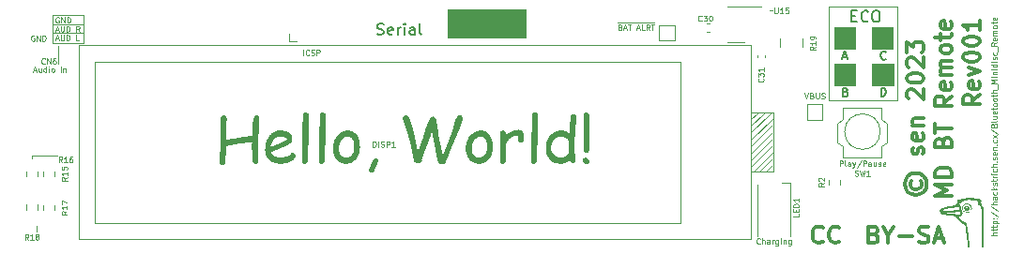
<source format=gto>
%TF.GenerationSoftware,KiCad,Pcbnew,7.0.7*%
%TF.CreationDate,2023-09-30T12:20:31-04:00*%
%TF.ProjectId,bt-md-remote,62742d6d-642d-4726-956d-6f74652e6b69,rev?*%
%TF.SameCoordinates,Original*%
%TF.FileFunction,Legend,Top*%
%TF.FilePolarity,Positive*%
%FSLAX46Y46*%
G04 Gerber Fmt 4.6, Leading zero omitted, Abs format (unit mm)*
G04 Created by KiCad (PCBNEW 7.0.7) date 2023-09-30 12:20:31*
%MOMM*%
%LPD*%
G01*
G04 APERTURE LIST*
%ADD10C,0.125000*%
%ADD11C,0.300000*%
%ADD12C,0.150000*%
%ADD13C,0.120000*%
G04 APERTURE END LIST*
D10*
X111633000Y-112903000D02*
X111633000Y-114554000D01*
X111063896Y-110076214D02*
X113857896Y-110076214D01*
X113857896Y-112616214D01*
X111063896Y-112616214D01*
X111063896Y-110076214D01*
X185039000Y-114554000D02*
X186944000Y-114554000D01*
X186944000Y-116459000D01*
X185039000Y-116459000D01*
X185039000Y-114554000D01*
G36*
X185039000Y-114554000D02*
G01*
X186944000Y-114554000D01*
X186944000Y-116459000D01*
X185039000Y-116459000D01*
X185039000Y-114554000D01*
G37*
X109220000Y-122809000D02*
X109220000Y-123063000D01*
X146748500Y-109601000D02*
X153733500Y-109601000D01*
X153733500Y-112141000D01*
X146748500Y-112141000D01*
X146748500Y-109601000D01*
G36*
X146748500Y-109601000D02*
G01*
X153733500Y-109601000D01*
X153733500Y-112141000D01*
X146748500Y-112141000D01*
X146748500Y-109601000D01*
G37*
X181102000Y-109347000D02*
X187325000Y-109347000D01*
X187325000Y-117856000D01*
X181102000Y-117856000D01*
X181102000Y-109347000D01*
X176022000Y-109728000D02*
X175768000Y-109728000D01*
X184975500Y-111252000D02*
X186880500Y-111252000D01*
X186880500Y-113157000D01*
X184975500Y-113157000D01*
X184975500Y-111252000D01*
G36*
X184975500Y-111252000D02*
G01*
X186880500Y-111252000D01*
X186880500Y-113157000D01*
X184975500Y-113157000D01*
X184975500Y-111252000D01*
G37*
X111063896Y-110965214D02*
X113857896Y-110965214D01*
X181610000Y-111252000D02*
X183515000Y-111252000D01*
X183515000Y-113157000D01*
X181610000Y-113157000D01*
X181610000Y-111252000D01*
G36*
X181610000Y-111252000D02*
G01*
X183515000Y-111252000D01*
X183515000Y-113157000D01*
X181610000Y-113157000D01*
X181610000Y-111252000D01*
G37*
X111506000Y-122809000D02*
X109220000Y-122809000D01*
X109677200Y-129667000D02*
X109677200Y-129159000D01*
X181610000Y-114554000D02*
X183515000Y-114554000D01*
X183515000Y-116459000D01*
X181610000Y-116459000D01*
X181610000Y-114554000D01*
G36*
X181610000Y-114554000D02*
G01*
X183515000Y-114554000D01*
X183515000Y-116459000D01*
X181610000Y-116459000D01*
X181610000Y-114554000D01*
G37*
X113861519Y-111750432D02*
X111067519Y-111750432D01*
X113857896Y-110965214D02*
X113857896Y-111727214D01*
X182090476Y-123770409D02*
X182090476Y-123270409D01*
X182090476Y-123270409D02*
X182280952Y-123270409D01*
X182280952Y-123270409D02*
X182328571Y-123294219D01*
X182328571Y-123294219D02*
X182352381Y-123318028D01*
X182352381Y-123318028D02*
X182376190Y-123365647D01*
X182376190Y-123365647D02*
X182376190Y-123437076D01*
X182376190Y-123437076D02*
X182352381Y-123484695D01*
X182352381Y-123484695D02*
X182328571Y-123508504D01*
X182328571Y-123508504D02*
X182280952Y-123532314D01*
X182280952Y-123532314D02*
X182090476Y-123532314D01*
X182661905Y-123770409D02*
X182614286Y-123746600D01*
X182614286Y-123746600D02*
X182590476Y-123698980D01*
X182590476Y-123698980D02*
X182590476Y-123270409D01*
X183066667Y-123770409D02*
X183066667Y-123508504D01*
X183066667Y-123508504D02*
X183042857Y-123460885D01*
X183042857Y-123460885D02*
X182995238Y-123437076D01*
X182995238Y-123437076D02*
X182900000Y-123437076D01*
X182900000Y-123437076D02*
X182852381Y-123460885D01*
X183066667Y-123746600D02*
X183019048Y-123770409D01*
X183019048Y-123770409D02*
X182900000Y-123770409D01*
X182900000Y-123770409D02*
X182852381Y-123746600D01*
X182852381Y-123746600D02*
X182828572Y-123698980D01*
X182828572Y-123698980D02*
X182828572Y-123651361D01*
X182828572Y-123651361D02*
X182852381Y-123603742D01*
X182852381Y-123603742D02*
X182900000Y-123579933D01*
X182900000Y-123579933D02*
X183019048Y-123579933D01*
X183019048Y-123579933D02*
X183066667Y-123556123D01*
X183257143Y-123437076D02*
X183376191Y-123770409D01*
X183495238Y-123437076D02*
X183376191Y-123770409D01*
X183376191Y-123770409D02*
X183328572Y-123889457D01*
X183328572Y-123889457D02*
X183304762Y-123913266D01*
X183304762Y-123913266D02*
X183257143Y-123937076D01*
X184042857Y-123246600D02*
X183614286Y-123889457D01*
X184209524Y-123770409D02*
X184209524Y-123270409D01*
X184209524Y-123270409D02*
X184400000Y-123270409D01*
X184400000Y-123270409D02*
X184447619Y-123294219D01*
X184447619Y-123294219D02*
X184471429Y-123318028D01*
X184471429Y-123318028D02*
X184495238Y-123365647D01*
X184495238Y-123365647D02*
X184495238Y-123437076D01*
X184495238Y-123437076D02*
X184471429Y-123484695D01*
X184471429Y-123484695D02*
X184447619Y-123508504D01*
X184447619Y-123508504D02*
X184400000Y-123532314D01*
X184400000Y-123532314D02*
X184209524Y-123532314D01*
X184923810Y-123770409D02*
X184923810Y-123508504D01*
X184923810Y-123508504D02*
X184900000Y-123460885D01*
X184900000Y-123460885D02*
X184852381Y-123437076D01*
X184852381Y-123437076D02*
X184757143Y-123437076D01*
X184757143Y-123437076D02*
X184709524Y-123460885D01*
X184923810Y-123746600D02*
X184876191Y-123770409D01*
X184876191Y-123770409D02*
X184757143Y-123770409D01*
X184757143Y-123770409D02*
X184709524Y-123746600D01*
X184709524Y-123746600D02*
X184685715Y-123698980D01*
X184685715Y-123698980D02*
X184685715Y-123651361D01*
X184685715Y-123651361D02*
X184709524Y-123603742D01*
X184709524Y-123603742D02*
X184757143Y-123579933D01*
X184757143Y-123579933D02*
X184876191Y-123579933D01*
X184876191Y-123579933D02*
X184923810Y-123556123D01*
X185376191Y-123437076D02*
X185376191Y-123770409D01*
X185161905Y-123437076D02*
X185161905Y-123698980D01*
X185161905Y-123698980D02*
X185185715Y-123746600D01*
X185185715Y-123746600D02*
X185233334Y-123770409D01*
X185233334Y-123770409D02*
X185304762Y-123770409D01*
X185304762Y-123770409D02*
X185352381Y-123746600D01*
X185352381Y-123746600D02*
X185376191Y-123722790D01*
X185590477Y-123746600D02*
X185638096Y-123770409D01*
X185638096Y-123770409D02*
X185733334Y-123770409D01*
X185733334Y-123770409D02*
X185780953Y-123746600D01*
X185780953Y-123746600D02*
X185804762Y-123698980D01*
X185804762Y-123698980D02*
X185804762Y-123675171D01*
X185804762Y-123675171D02*
X185780953Y-123627552D01*
X185780953Y-123627552D02*
X185733334Y-123603742D01*
X185733334Y-123603742D02*
X185661905Y-123603742D01*
X185661905Y-123603742D02*
X185614286Y-123579933D01*
X185614286Y-123579933D02*
X185590477Y-123532314D01*
X185590477Y-123532314D02*
X185590477Y-123508504D01*
X185590477Y-123508504D02*
X185614286Y-123460885D01*
X185614286Y-123460885D02*
X185661905Y-123437076D01*
X185661905Y-123437076D02*
X185733334Y-123437076D01*
X185733334Y-123437076D02*
X185780953Y-123460885D01*
X186209524Y-123746600D02*
X186161905Y-123770409D01*
X186161905Y-123770409D02*
X186066667Y-123770409D01*
X186066667Y-123770409D02*
X186019048Y-123746600D01*
X186019048Y-123746600D02*
X185995239Y-123698980D01*
X185995239Y-123698980D02*
X185995239Y-123508504D01*
X185995239Y-123508504D02*
X186019048Y-123460885D01*
X186019048Y-123460885D02*
X186066667Y-123437076D01*
X186066667Y-123437076D02*
X186161905Y-123437076D01*
X186161905Y-123437076D02*
X186209524Y-123460885D01*
X186209524Y-123460885D02*
X186233334Y-123508504D01*
X186233334Y-123508504D02*
X186233334Y-123556123D01*
X186233334Y-123556123D02*
X185995239Y-123603742D01*
D11*
X192205828Y-126445489D02*
X190705828Y-126445489D01*
X190705828Y-126445489D02*
X191777257Y-125945489D01*
X191777257Y-125945489D02*
X190705828Y-125445489D01*
X190705828Y-125445489D02*
X192205828Y-125445489D01*
X192205828Y-124731203D02*
X190705828Y-124731203D01*
X190705828Y-124731203D02*
X190705828Y-124374060D01*
X190705828Y-124374060D02*
X190777257Y-124159774D01*
X190777257Y-124159774D02*
X190920114Y-124016917D01*
X190920114Y-124016917D02*
X191062971Y-123945488D01*
X191062971Y-123945488D02*
X191348685Y-123874060D01*
X191348685Y-123874060D02*
X191562971Y-123874060D01*
X191562971Y-123874060D02*
X191848685Y-123945488D01*
X191848685Y-123945488D02*
X191991542Y-124016917D01*
X191991542Y-124016917D02*
X192134400Y-124159774D01*
X192134400Y-124159774D02*
X192205828Y-124374060D01*
X192205828Y-124374060D02*
X192205828Y-124731203D01*
X191420114Y-121588346D02*
X191491542Y-121374060D01*
X191491542Y-121374060D02*
X191562971Y-121302631D01*
X191562971Y-121302631D02*
X191705828Y-121231203D01*
X191705828Y-121231203D02*
X191920114Y-121231203D01*
X191920114Y-121231203D02*
X192062971Y-121302631D01*
X192062971Y-121302631D02*
X192134400Y-121374060D01*
X192134400Y-121374060D02*
X192205828Y-121516917D01*
X192205828Y-121516917D02*
X192205828Y-122088346D01*
X192205828Y-122088346D02*
X190705828Y-122088346D01*
X190705828Y-122088346D02*
X190705828Y-121588346D01*
X190705828Y-121588346D02*
X190777257Y-121445489D01*
X190777257Y-121445489D02*
X190848685Y-121374060D01*
X190848685Y-121374060D02*
X190991542Y-121302631D01*
X190991542Y-121302631D02*
X191134400Y-121302631D01*
X191134400Y-121302631D02*
X191277257Y-121374060D01*
X191277257Y-121374060D02*
X191348685Y-121445489D01*
X191348685Y-121445489D02*
X191420114Y-121588346D01*
X191420114Y-121588346D02*
X191420114Y-122088346D01*
X190705828Y-120802631D02*
X190705828Y-119945489D01*
X192205828Y-120374060D02*
X190705828Y-120374060D01*
X192205828Y-117445489D02*
X191491542Y-117945489D01*
X192205828Y-118302632D02*
X190705828Y-118302632D01*
X190705828Y-118302632D02*
X190705828Y-117731203D01*
X190705828Y-117731203D02*
X190777257Y-117588346D01*
X190777257Y-117588346D02*
X190848685Y-117516917D01*
X190848685Y-117516917D02*
X190991542Y-117445489D01*
X190991542Y-117445489D02*
X191205828Y-117445489D01*
X191205828Y-117445489D02*
X191348685Y-117516917D01*
X191348685Y-117516917D02*
X191420114Y-117588346D01*
X191420114Y-117588346D02*
X191491542Y-117731203D01*
X191491542Y-117731203D02*
X191491542Y-118302632D01*
X192134400Y-116231203D02*
X192205828Y-116374060D01*
X192205828Y-116374060D02*
X192205828Y-116659775D01*
X192205828Y-116659775D02*
X192134400Y-116802632D01*
X192134400Y-116802632D02*
X191991542Y-116874060D01*
X191991542Y-116874060D02*
X191420114Y-116874060D01*
X191420114Y-116874060D02*
X191277257Y-116802632D01*
X191277257Y-116802632D02*
X191205828Y-116659775D01*
X191205828Y-116659775D02*
X191205828Y-116374060D01*
X191205828Y-116374060D02*
X191277257Y-116231203D01*
X191277257Y-116231203D02*
X191420114Y-116159775D01*
X191420114Y-116159775D02*
X191562971Y-116159775D01*
X191562971Y-116159775D02*
X191705828Y-116874060D01*
X192205828Y-115516918D02*
X191205828Y-115516918D01*
X191348685Y-115516918D02*
X191277257Y-115445489D01*
X191277257Y-115445489D02*
X191205828Y-115302632D01*
X191205828Y-115302632D02*
X191205828Y-115088346D01*
X191205828Y-115088346D02*
X191277257Y-114945489D01*
X191277257Y-114945489D02*
X191420114Y-114874061D01*
X191420114Y-114874061D02*
X192205828Y-114874061D01*
X191420114Y-114874061D02*
X191277257Y-114802632D01*
X191277257Y-114802632D02*
X191205828Y-114659775D01*
X191205828Y-114659775D02*
X191205828Y-114445489D01*
X191205828Y-114445489D02*
X191277257Y-114302632D01*
X191277257Y-114302632D02*
X191420114Y-114231203D01*
X191420114Y-114231203D02*
X192205828Y-114231203D01*
X192205828Y-113302632D02*
X192134400Y-113445489D01*
X192134400Y-113445489D02*
X192062971Y-113516918D01*
X192062971Y-113516918D02*
X191920114Y-113588346D01*
X191920114Y-113588346D02*
X191491542Y-113588346D01*
X191491542Y-113588346D02*
X191348685Y-113516918D01*
X191348685Y-113516918D02*
X191277257Y-113445489D01*
X191277257Y-113445489D02*
X191205828Y-113302632D01*
X191205828Y-113302632D02*
X191205828Y-113088346D01*
X191205828Y-113088346D02*
X191277257Y-112945489D01*
X191277257Y-112945489D02*
X191348685Y-112874061D01*
X191348685Y-112874061D02*
X191491542Y-112802632D01*
X191491542Y-112802632D02*
X191920114Y-112802632D01*
X191920114Y-112802632D02*
X192062971Y-112874061D01*
X192062971Y-112874061D02*
X192134400Y-112945489D01*
X192134400Y-112945489D02*
X192205828Y-113088346D01*
X192205828Y-113088346D02*
X192205828Y-113302632D01*
X191205828Y-112374060D02*
X191205828Y-111802632D01*
X190705828Y-112159775D02*
X191991542Y-112159775D01*
X191991542Y-112159775D02*
X192134400Y-112088346D01*
X192134400Y-112088346D02*
X192205828Y-111945489D01*
X192205828Y-111945489D02*
X192205828Y-111802632D01*
X192134400Y-110731203D02*
X192205828Y-110874060D01*
X192205828Y-110874060D02*
X192205828Y-111159775D01*
X192205828Y-111159775D02*
X192134400Y-111302632D01*
X192134400Y-111302632D02*
X191991542Y-111374060D01*
X191991542Y-111374060D02*
X191420114Y-111374060D01*
X191420114Y-111374060D02*
X191277257Y-111302632D01*
X191277257Y-111302632D02*
X191205828Y-111159775D01*
X191205828Y-111159775D02*
X191205828Y-110874060D01*
X191205828Y-110874060D02*
X191277257Y-110731203D01*
X191277257Y-110731203D02*
X191420114Y-110659775D01*
X191420114Y-110659775D02*
X191562971Y-110659775D01*
X191562971Y-110659775D02*
X191705828Y-111374060D01*
D10*
X162292950Y-111201804D02*
X162364378Y-111225614D01*
X162364378Y-111225614D02*
X162388188Y-111249423D01*
X162388188Y-111249423D02*
X162411997Y-111297042D01*
X162411997Y-111297042D02*
X162411997Y-111368471D01*
X162411997Y-111368471D02*
X162388188Y-111416090D01*
X162388188Y-111416090D02*
X162364378Y-111439900D01*
X162364378Y-111439900D02*
X162316759Y-111463709D01*
X162316759Y-111463709D02*
X162126283Y-111463709D01*
X162126283Y-111463709D02*
X162126283Y-110963709D01*
X162126283Y-110963709D02*
X162292950Y-110963709D01*
X162292950Y-110963709D02*
X162340569Y-110987519D01*
X162340569Y-110987519D02*
X162364378Y-111011328D01*
X162364378Y-111011328D02*
X162388188Y-111058947D01*
X162388188Y-111058947D02*
X162388188Y-111106566D01*
X162388188Y-111106566D02*
X162364378Y-111154185D01*
X162364378Y-111154185D02*
X162340569Y-111177995D01*
X162340569Y-111177995D02*
X162292950Y-111201804D01*
X162292950Y-111201804D02*
X162126283Y-111201804D01*
X162602474Y-111320852D02*
X162840569Y-111320852D01*
X162554855Y-111463709D02*
X162721521Y-110963709D01*
X162721521Y-110963709D02*
X162888188Y-111463709D01*
X162983426Y-110963709D02*
X163269140Y-110963709D01*
X163126283Y-111463709D02*
X163126283Y-110963709D01*
X163792949Y-111320852D02*
X164031044Y-111320852D01*
X163745330Y-111463709D02*
X163911996Y-110963709D01*
X163911996Y-110963709D02*
X164078663Y-111463709D01*
X164483424Y-111463709D02*
X164245329Y-111463709D01*
X164245329Y-111463709D02*
X164245329Y-110963709D01*
X164935805Y-111463709D02*
X164769139Y-111225614D01*
X164650091Y-111463709D02*
X164650091Y-110963709D01*
X164650091Y-110963709D02*
X164840567Y-110963709D01*
X164840567Y-110963709D02*
X164888186Y-110987519D01*
X164888186Y-110987519D02*
X164911996Y-111011328D01*
X164911996Y-111011328D02*
X164935805Y-111058947D01*
X164935805Y-111058947D02*
X164935805Y-111130376D01*
X164935805Y-111130376D02*
X164911996Y-111177995D01*
X164911996Y-111177995D02*
X164888186Y-111201804D01*
X164888186Y-111201804D02*
X164840567Y-111225614D01*
X164840567Y-111225614D02*
X164650091Y-111225614D01*
X165078663Y-110963709D02*
X165364377Y-110963709D01*
X165221520Y-111463709D02*
X165221520Y-110963709D01*
X162057236Y-110824900D02*
X165361996Y-110824900D01*
X133703683Y-113749709D02*
X133703683Y-113249709D01*
X134227492Y-113702090D02*
X134203683Y-113725900D01*
X134203683Y-113725900D02*
X134132254Y-113749709D01*
X134132254Y-113749709D02*
X134084635Y-113749709D01*
X134084635Y-113749709D02*
X134013207Y-113725900D01*
X134013207Y-113725900D02*
X133965588Y-113678280D01*
X133965588Y-113678280D02*
X133941778Y-113630661D01*
X133941778Y-113630661D02*
X133917969Y-113535423D01*
X133917969Y-113535423D02*
X133917969Y-113463995D01*
X133917969Y-113463995D02*
X133941778Y-113368757D01*
X133941778Y-113368757D02*
X133965588Y-113321138D01*
X133965588Y-113321138D02*
X134013207Y-113273519D01*
X134013207Y-113273519D02*
X134084635Y-113249709D01*
X134084635Y-113249709D02*
X134132254Y-113249709D01*
X134132254Y-113249709D02*
X134203683Y-113273519D01*
X134203683Y-113273519D02*
X134227492Y-113297328D01*
X134417969Y-113725900D02*
X134489397Y-113749709D01*
X134489397Y-113749709D02*
X134608445Y-113749709D01*
X134608445Y-113749709D02*
X134656064Y-113725900D01*
X134656064Y-113725900D02*
X134679873Y-113702090D01*
X134679873Y-113702090D02*
X134703683Y-113654471D01*
X134703683Y-113654471D02*
X134703683Y-113606852D01*
X134703683Y-113606852D02*
X134679873Y-113559233D01*
X134679873Y-113559233D02*
X134656064Y-113535423D01*
X134656064Y-113535423D02*
X134608445Y-113511614D01*
X134608445Y-113511614D02*
X134513207Y-113487804D01*
X134513207Y-113487804D02*
X134465588Y-113463995D01*
X134465588Y-113463995D02*
X134441778Y-113440185D01*
X134441778Y-113440185D02*
X134417969Y-113392566D01*
X134417969Y-113392566D02*
X134417969Y-113344947D01*
X134417969Y-113344947D02*
X134441778Y-113297328D01*
X134441778Y-113297328D02*
X134465588Y-113273519D01*
X134465588Y-113273519D02*
X134513207Y-113249709D01*
X134513207Y-113249709D02*
X134632254Y-113249709D01*
X134632254Y-113249709D02*
X134703683Y-113273519D01*
X134917968Y-113749709D02*
X134917968Y-113249709D01*
X134917968Y-113249709D02*
X135108444Y-113249709D01*
X135108444Y-113249709D02*
X135156063Y-113273519D01*
X135156063Y-113273519D02*
X135179873Y-113297328D01*
X135179873Y-113297328D02*
X135203682Y-113344947D01*
X135203682Y-113344947D02*
X135203682Y-113416376D01*
X135203682Y-113416376D02*
X135179873Y-113463995D01*
X135179873Y-113463995D02*
X135156063Y-113487804D01*
X135156063Y-113487804D02*
X135108444Y-113511614D01*
X135108444Y-113511614D02*
X134917968Y-113511614D01*
X109397474Y-115105452D02*
X109635569Y-115105452D01*
X109349855Y-115248309D02*
X109516521Y-114748309D01*
X109516521Y-114748309D02*
X109683188Y-115248309D01*
X110064140Y-114914976D02*
X110064140Y-115248309D01*
X109849854Y-114914976D02*
X109849854Y-115176880D01*
X109849854Y-115176880D02*
X109873664Y-115224500D01*
X109873664Y-115224500D02*
X109921283Y-115248309D01*
X109921283Y-115248309D02*
X109992711Y-115248309D01*
X109992711Y-115248309D02*
X110040330Y-115224500D01*
X110040330Y-115224500D02*
X110064140Y-115200690D01*
X110516521Y-115248309D02*
X110516521Y-114748309D01*
X110516521Y-115224500D02*
X110468902Y-115248309D01*
X110468902Y-115248309D02*
X110373664Y-115248309D01*
X110373664Y-115248309D02*
X110326045Y-115224500D01*
X110326045Y-115224500D02*
X110302235Y-115200690D01*
X110302235Y-115200690D02*
X110278426Y-115153071D01*
X110278426Y-115153071D02*
X110278426Y-115010214D01*
X110278426Y-115010214D02*
X110302235Y-114962595D01*
X110302235Y-114962595D02*
X110326045Y-114938785D01*
X110326045Y-114938785D02*
X110373664Y-114914976D01*
X110373664Y-114914976D02*
X110468902Y-114914976D01*
X110468902Y-114914976D02*
X110516521Y-114938785D01*
X110754616Y-115248309D02*
X110754616Y-114914976D01*
X110754616Y-114748309D02*
X110730807Y-114772119D01*
X110730807Y-114772119D02*
X110754616Y-114795928D01*
X110754616Y-114795928D02*
X110778426Y-114772119D01*
X110778426Y-114772119D02*
X110754616Y-114748309D01*
X110754616Y-114748309D02*
X110754616Y-114795928D01*
X111064140Y-115248309D02*
X111016521Y-115224500D01*
X111016521Y-115224500D02*
X110992711Y-115200690D01*
X110992711Y-115200690D02*
X110968902Y-115153071D01*
X110968902Y-115153071D02*
X110968902Y-115010214D01*
X110968902Y-115010214D02*
X110992711Y-114962595D01*
X110992711Y-114962595D02*
X111016521Y-114938785D01*
X111016521Y-114938785D02*
X111064140Y-114914976D01*
X111064140Y-114914976D02*
X111135568Y-114914976D01*
X111135568Y-114914976D02*
X111183187Y-114938785D01*
X111183187Y-114938785D02*
X111206997Y-114962595D01*
X111206997Y-114962595D02*
X111230806Y-115010214D01*
X111230806Y-115010214D02*
X111230806Y-115153071D01*
X111230806Y-115153071D02*
X111206997Y-115200690D01*
X111206997Y-115200690D02*
X111183187Y-115224500D01*
X111183187Y-115224500D02*
X111135568Y-115248309D01*
X111135568Y-115248309D02*
X111064140Y-115248309D01*
X111826044Y-115248309D02*
X111826044Y-114748309D01*
X112064139Y-114914976D02*
X112064139Y-115248309D01*
X112064139Y-114962595D02*
X112087949Y-114938785D01*
X112087949Y-114938785D02*
X112135568Y-114914976D01*
X112135568Y-114914976D02*
X112206996Y-114914976D01*
X112206996Y-114914976D02*
X112254615Y-114938785D01*
X112254615Y-114938785D02*
X112278425Y-114986404D01*
X112278425Y-114986404D02*
X112278425Y-115248309D01*
D12*
X182645255Y-117046057D02*
X182752398Y-117081771D01*
X182752398Y-117081771D02*
X182788112Y-117117485D01*
X182788112Y-117117485D02*
X182823826Y-117188914D01*
X182823826Y-117188914D02*
X182823826Y-117296057D01*
X182823826Y-117296057D02*
X182788112Y-117367485D01*
X182788112Y-117367485D02*
X182752398Y-117403200D01*
X182752398Y-117403200D02*
X182680969Y-117438914D01*
X182680969Y-117438914D02*
X182395255Y-117438914D01*
X182395255Y-117438914D02*
X182395255Y-116688914D01*
X182395255Y-116688914D02*
X182645255Y-116688914D01*
X182645255Y-116688914D02*
X182716684Y-116724628D01*
X182716684Y-116724628D02*
X182752398Y-116760342D01*
X182752398Y-116760342D02*
X182788112Y-116831771D01*
X182788112Y-116831771D02*
X182788112Y-116903200D01*
X182788112Y-116903200D02*
X182752398Y-116974628D01*
X182752398Y-116974628D02*
X182716684Y-117010342D01*
X182716684Y-117010342D02*
X182645255Y-117046057D01*
X182645255Y-117046057D02*
X182395255Y-117046057D01*
D10*
X109429188Y-111978119D02*
X109381569Y-111954309D01*
X109381569Y-111954309D02*
X109310140Y-111954309D01*
X109310140Y-111954309D02*
X109238712Y-111978119D01*
X109238712Y-111978119D02*
X109191093Y-112025738D01*
X109191093Y-112025738D02*
X109167283Y-112073357D01*
X109167283Y-112073357D02*
X109143474Y-112168595D01*
X109143474Y-112168595D02*
X109143474Y-112240023D01*
X109143474Y-112240023D02*
X109167283Y-112335261D01*
X109167283Y-112335261D02*
X109191093Y-112382880D01*
X109191093Y-112382880D02*
X109238712Y-112430500D01*
X109238712Y-112430500D02*
X109310140Y-112454309D01*
X109310140Y-112454309D02*
X109357759Y-112454309D01*
X109357759Y-112454309D02*
X109429188Y-112430500D01*
X109429188Y-112430500D02*
X109452997Y-112406690D01*
X109452997Y-112406690D02*
X109452997Y-112240023D01*
X109452997Y-112240023D02*
X109357759Y-112240023D01*
X109667283Y-112454309D02*
X109667283Y-111954309D01*
X109667283Y-111954309D02*
X109952997Y-112454309D01*
X109952997Y-112454309D02*
X109952997Y-111954309D01*
X110191093Y-112454309D02*
X110191093Y-111954309D01*
X110191093Y-111954309D02*
X110310141Y-111954309D01*
X110310141Y-111954309D02*
X110381569Y-111978119D01*
X110381569Y-111978119D02*
X110429188Y-112025738D01*
X110429188Y-112025738D02*
X110452998Y-112073357D01*
X110452998Y-112073357D02*
X110476807Y-112168595D01*
X110476807Y-112168595D02*
X110476807Y-112240023D01*
X110476807Y-112240023D02*
X110452998Y-112335261D01*
X110452998Y-112335261D02*
X110429188Y-112382880D01*
X110429188Y-112382880D02*
X110381569Y-112430500D01*
X110381569Y-112430500D02*
X110310141Y-112454309D01*
X110310141Y-112454309D02*
X110191093Y-112454309D01*
D11*
X180563726Y-130564310D02*
X180492298Y-130635739D01*
X180492298Y-130635739D02*
X180278012Y-130707167D01*
X180278012Y-130707167D02*
X180135155Y-130707167D01*
X180135155Y-130707167D02*
X179920869Y-130635739D01*
X179920869Y-130635739D02*
X179778012Y-130492881D01*
X179778012Y-130492881D02*
X179706583Y-130350024D01*
X179706583Y-130350024D02*
X179635155Y-130064310D01*
X179635155Y-130064310D02*
X179635155Y-129850024D01*
X179635155Y-129850024D02*
X179706583Y-129564310D01*
X179706583Y-129564310D02*
X179778012Y-129421453D01*
X179778012Y-129421453D02*
X179920869Y-129278596D01*
X179920869Y-129278596D02*
X180135155Y-129207167D01*
X180135155Y-129207167D02*
X180278012Y-129207167D01*
X180278012Y-129207167D02*
X180492298Y-129278596D01*
X180492298Y-129278596D02*
X180563726Y-129350024D01*
X182063726Y-130564310D02*
X181992298Y-130635739D01*
X181992298Y-130635739D02*
X181778012Y-130707167D01*
X181778012Y-130707167D02*
X181635155Y-130707167D01*
X181635155Y-130707167D02*
X181420869Y-130635739D01*
X181420869Y-130635739D02*
X181278012Y-130492881D01*
X181278012Y-130492881D02*
X181206583Y-130350024D01*
X181206583Y-130350024D02*
X181135155Y-130064310D01*
X181135155Y-130064310D02*
X181135155Y-129850024D01*
X181135155Y-129850024D02*
X181206583Y-129564310D01*
X181206583Y-129564310D02*
X181278012Y-129421453D01*
X181278012Y-129421453D02*
X181420869Y-129278596D01*
X181420869Y-129278596D02*
X181635155Y-129207167D01*
X181635155Y-129207167D02*
X181778012Y-129207167D01*
X181778012Y-129207167D02*
X181992298Y-129278596D01*
X181992298Y-129278596D02*
X182063726Y-129350024D01*
D12*
X185824255Y-117438914D02*
X185824255Y-116688914D01*
X185824255Y-116688914D02*
X186002826Y-116688914D01*
X186002826Y-116688914D02*
X186109969Y-116724628D01*
X186109969Y-116724628D02*
X186181398Y-116796057D01*
X186181398Y-116796057D02*
X186217112Y-116867485D01*
X186217112Y-116867485D02*
X186252826Y-117010342D01*
X186252826Y-117010342D02*
X186252826Y-117117485D01*
X186252826Y-117117485D02*
X186217112Y-117260342D01*
X186217112Y-117260342D02*
X186181398Y-117331771D01*
X186181398Y-117331771D02*
X186109969Y-117403200D01*
X186109969Y-117403200D02*
X186002826Y-117438914D01*
X186002826Y-117438914D02*
X185824255Y-117438914D01*
X186252826Y-114065485D02*
X186217112Y-114101200D01*
X186217112Y-114101200D02*
X186109969Y-114136914D01*
X186109969Y-114136914D02*
X186038541Y-114136914D01*
X186038541Y-114136914D02*
X185931398Y-114101200D01*
X185931398Y-114101200D02*
X185859969Y-114029771D01*
X185859969Y-114029771D02*
X185824255Y-113958342D01*
X185824255Y-113958342D02*
X185788541Y-113815485D01*
X185788541Y-113815485D02*
X185788541Y-113708342D01*
X185788541Y-113708342D02*
X185824255Y-113565485D01*
X185824255Y-113565485D02*
X185859969Y-113494057D01*
X185859969Y-113494057D02*
X185931398Y-113422628D01*
X185931398Y-113422628D02*
X186038541Y-113386914D01*
X186038541Y-113386914D02*
X186109969Y-113386914D01*
X186109969Y-113386914D02*
X186217112Y-113422628D01*
X186217112Y-113422628D02*
X186252826Y-113458342D01*
X182391692Y-113905528D02*
X182748835Y-113905528D01*
X182320263Y-114119814D02*
X182570263Y-113369814D01*
X182570263Y-113369814D02*
X182820263Y-114119814D01*
X140370160Y-111836200D02*
X140513017Y-111883819D01*
X140513017Y-111883819D02*
X140751112Y-111883819D01*
X140751112Y-111883819D02*
X140846350Y-111836200D01*
X140846350Y-111836200D02*
X140893969Y-111788580D01*
X140893969Y-111788580D02*
X140941588Y-111693342D01*
X140941588Y-111693342D02*
X140941588Y-111598104D01*
X140941588Y-111598104D02*
X140893969Y-111502866D01*
X140893969Y-111502866D02*
X140846350Y-111455247D01*
X140846350Y-111455247D02*
X140751112Y-111407628D01*
X140751112Y-111407628D02*
X140560636Y-111360009D01*
X140560636Y-111360009D02*
X140465398Y-111312390D01*
X140465398Y-111312390D02*
X140417779Y-111264771D01*
X140417779Y-111264771D02*
X140370160Y-111169533D01*
X140370160Y-111169533D02*
X140370160Y-111074295D01*
X140370160Y-111074295D02*
X140417779Y-110979057D01*
X140417779Y-110979057D02*
X140465398Y-110931438D01*
X140465398Y-110931438D02*
X140560636Y-110883819D01*
X140560636Y-110883819D02*
X140798731Y-110883819D01*
X140798731Y-110883819D02*
X140941588Y-110931438D01*
X141751112Y-111836200D02*
X141655874Y-111883819D01*
X141655874Y-111883819D02*
X141465398Y-111883819D01*
X141465398Y-111883819D02*
X141370160Y-111836200D01*
X141370160Y-111836200D02*
X141322541Y-111740961D01*
X141322541Y-111740961D02*
X141322541Y-111360009D01*
X141322541Y-111360009D02*
X141370160Y-111264771D01*
X141370160Y-111264771D02*
X141465398Y-111217152D01*
X141465398Y-111217152D02*
X141655874Y-111217152D01*
X141655874Y-111217152D02*
X141751112Y-111264771D01*
X141751112Y-111264771D02*
X141798731Y-111360009D01*
X141798731Y-111360009D02*
X141798731Y-111455247D01*
X141798731Y-111455247D02*
X141322541Y-111550485D01*
X142227303Y-111883819D02*
X142227303Y-111217152D01*
X142227303Y-111407628D02*
X142274922Y-111312390D01*
X142274922Y-111312390D02*
X142322541Y-111264771D01*
X142322541Y-111264771D02*
X142417779Y-111217152D01*
X142417779Y-111217152D02*
X142513017Y-111217152D01*
X142846351Y-111883819D02*
X142846351Y-111217152D01*
X142846351Y-110883819D02*
X142798732Y-110931438D01*
X142798732Y-110931438D02*
X142846351Y-110979057D01*
X142846351Y-110979057D02*
X142893970Y-110931438D01*
X142893970Y-110931438D02*
X142846351Y-110883819D01*
X142846351Y-110883819D02*
X142846351Y-110979057D01*
X143751112Y-111883819D02*
X143751112Y-111360009D01*
X143751112Y-111360009D02*
X143703493Y-111264771D01*
X143703493Y-111264771D02*
X143608255Y-111217152D01*
X143608255Y-111217152D02*
X143417779Y-111217152D01*
X143417779Y-111217152D02*
X143322541Y-111264771D01*
X143751112Y-111836200D02*
X143655874Y-111883819D01*
X143655874Y-111883819D02*
X143417779Y-111883819D01*
X143417779Y-111883819D02*
X143322541Y-111836200D01*
X143322541Y-111836200D02*
X143274922Y-111740961D01*
X143274922Y-111740961D02*
X143274922Y-111645723D01*
X143274922Y-111645723D02*
X143322541Y-111550485D01*
X143322541Y-111550485D02*
X143417779Y-111502866D01*
X143417779Y-111502866D02*
X143655874Y-111502866D01*
X143655874Y-111502866D02*
X143751112Y-111455247D01*
X144370160Y-111883819D02*
X144274922Y-111836200D01*
X144274922Y-111836200D02*
X144227303Y-111740961D01*
X144227303Y-111740961D02*
X144227303Y-110883819D01*
D10*
X111650377Y-110327302D02*
X111602758Y-110303492D01*
X111602758Y-110303492D02*
X111531329Y-110303492D01*
X111531329Y-110303492D02*
X111459901Y-110327302D01*
X111459901Y-110327302D02*
X111412282Y-110374921D01*
X111412282Y-110374921D02*
X111388472Y-110422540D01*
X111388472Y-110422540D02*
X111364663Y-110517778D01*
X111364663Y-110517778D02*
X111364663Y-110589206D01*
X111364663Y-110589206D02*
X111388472Y-110684444D01*
X111388472Y-110684444D02*
X111412282Y-110732063D01*
X111412282Y-110732063D02*
X111459901Y-110779683D01*
X111459901Y-110779683D02*
X111531329Y-110803492D01*
X111531329Y-110803492D02*
X111578948Y-110803492D01*
X111578948Y-110803492D02*
X111650377Y-110779683D01*
X111650377Y-110779683D02*
X111674186Y-110755873D01*
X111674186Y-110755873D02*
X111674186Y-110589206D01*
X111674186Y-110589206D02*
X111578948Y-110589206D01*
X111888472Y-110803492D02*
X111888472Y-110303492D01*
X111888472Y-110303492D02*
X112174186Y-110803492D01*
X112174186Y-110803492D02*
X112174186Y-110303492D01*
X112412282Y-110803492D02*
X112412282Y-110303492D01*
X112412282Y-110303492D02*
X112531330Y-110303492D01*
X112531330Y-110303492D02*
X112602758Y-110327302D01*
X112602758Y-110327302D02*
X112650377Y-110374921D01*
X112650377Y-110374921D02*
X112674187Y-110422540D01*
X112674187Y-110422540D02*
X112697996Y-110517778D01*
X112697996Y-110517778D02*
X112697996Y-110589206D01*
X112697996Y-110589206D02*
X112674187Y-110684444D01*
X112674187Y-110684444D02*
X112650377Y-110732063D01*
X112650377Y-110732063D02*
X112602758Y-110779683D01*
X112602758Y-110779683D02*
X112531330Y-110803492D01*
X112531330Y-110803492D02*
X112412282Y-110803492D01*
X111364663Y-111465635D02*
X111602758Y-111465635D01*
X111317044Y-111608492D02*
X111483710Y-111108492D01*
X111483710Y-111108492D02*
X111650377Y-111608492D01*
X111817043Y-111108492D02*
X111817043Y-111513254D01*
X111817043Y-111513254D02*
X111840853Y-111560873D01*
X111840853Y-111560873D02*
X111864662Y-111584683D01*
X111864662Y-111584683D02*
X111912281Y-111608492D01*
X111912281Y-111608492D02*
X112007519Y-111608492D01*
X112007519Y-111608492D02*
X112055138Y-111584683D01*
X112055138Y-111584683D02*
X112078948Y-111560873D01*
X112078948Y-111560873D02*
X112102757Y-111513254D01*
X112102757Y-111513254D02*
X112102757Y-111108492D01*
X112340853Y-111608492D02*
X112340853Y-111108492D01*
X112340853Y-111108492D02*
X112459901Y-111108492D01*
X112459901Y-111108492D02*
X112531329Y-111132302D01*
X112531329Y-111132302D02*
X112578948Y-111179921D01*
X112578948Y-111179921D02*
X112602758Y-111227540D01*
X112602758Y-111227540D02*
X112626567Y-111322778D01*
X112626567Y-111322778D02*
X112626567Y-111394206D01*
X112626567Y-111394206D02*
X112602758Y-111489444D01*
X112602758Y-111489444D02*
X112578948Y-111537063D01*
X112578948Y-111537063D02*
X112531329Y-111584683D01*
X112531329Y-111584683D02*
X112459901Y-111608492D01*
X112459901Y-111608492D02*
X112340853Y-111608492D01*
X113507519Y-111608492D02*
X113340853Y-111370397D01*
X113221805Y-111608492D02*
X113221805Y-111108492D01*
X113221805Y-111108492D02*
X113412281Y-111108492D01*
X113412281Y-111108492D02*
X113459900Y-111132302D01*
X113459900Y-111132302D02*
X113483710Y-111156111D01*
X113483710Y-111156111D02*
X113507519Y-111203730D01*
X113507519Y-111203730D02*
X113507519Y-111275159D01*
X113507519Y-111275159D02*
X113483710Y-111322778D01*
X113483710Y-111322778D02*
X113459900Y-111346587D01*
X113459900Y-111346587D02*
X113412281Y-111370397D01*
X113412281Y-111370397D02*
X113221805Y-111370397D01*
X111364663Y-112270635D02*
X111602758Y-112270635D01*
X111317044Y-112413492D02*
X111483710Y-111913492D01*
X111483710Y-111913492D02*
X111650377Y-112413492D01*
X111817043Y-111913492D02*
X111817043Y-112318254D01*
X111817043Y-112318254D02*
X111840853Y-112365873D01*
X111840853Y-112365873D02*
X111864662Y-112389683D01*
X111864662Y-112389683D02*
X111912281Y-112413492D01*
X111912281Y-112413492D02*
X112007519Y-112413492D01*
X112007519Y-112413492D02*
X112055138Y-112389683D01*
X112055138Y-112389683D02*
X112078948Y-112365873D01*
X112078948Y-112365873D02*
X112102757Y-112318254D01*
X112102757Y-112318254D02*
X112102757Y-111913492D01*
X112340853Y-112413492D02*
X112340853Y-111913492D01*
X112340853Y-111913492D02*
X112459901Y-111913492D01*
X112459901Y-111913492D02*
X112531329Y-111937302D01*
X112531329Y-111937302D02*
X112578948Y-111984921D01*
X112578948Y-111984921D02*
X112602758Y-112032540D01*
X112602758Y-112032540D02*
X112626567Y-112127778D01*
X112626567Y-112127778D02*
X112626567Y-112199206D01*
X112626567Y-112199206D02*
X112602758Y-112294444D01*
X112602758Y-112294444D02*
X112578948Y-112342063D01*
X112578948Y-112342063D02*
X112531329Y-112389683D01*
X112531329Y-112389683D02*
X112459901Y-112413492D01*
X112459901Y-112413492D02*
X112340853Y-112413492D01*
X113459900Y-112413492D02*
X113221805Y-112413492D01*
X113221805Y-112413492D02*
X113221805Y-111913492D01*
X174898999Y-130733190D02*
X174875190Y-130757000D01*
X174875190Y-130757000D02*
X174803761Y-130780809D01*
X174803761Y-130780809D02*
X174756142Y-130780809D01*
X174756142Y-130780809D02*
X174684714Y-130757000D01*
X174684714Y-130757000D02*
X174637095Y-130709380D01*
X174637095Y-130709380D02*
X174613285Y-130661761D01*
X174613285Y-130661761D02*
X174589476Y-130566523D01*
X174589476Y-130566523D02*
X174589476Y-130495095D01*
X174589476Y-130495095D02*
X174613285Y-130399857D01*
X174613285Y-130399857D02*
X174637095Y-130352238D01*
X174637095Y-130352238D02*
X174684714Y-130304619D01*
X174684714Y-130304619D02*
X174756142Y-130280809D01*
X174756142Y-130280809D02*
X174803761Y-130280809D01*
X174803761Y-130280809D02*
X174875190Y-130304619D01*
X174875190Y-130304619D02*
X174898999Y-130328428D01*
X175113285Y-130780809D02*
X175113285Y-130280809D01*
X175327571Y-130780809D02*
X175327571Y-130518904D01*
X175327571Y-130518904D02*
X175303761Y-130471285D01*
X175303761Y-130471285D02*
X175256142Y-130447476D01*
X175256142Y-130447476D02*
X175184714Y-130447476D01*
X175184714Y-130447476D02*
X175137095Y-130471285D01*
X175137095Y-130471285D02*
X175113285Y-130495095D01*
X175779952Y-130780809D02*
X175779952Y-130518904D01*
X175779952Y-130518904D02*
X175756142Y-130471285D01*
X175756142Y-130471285D02*
X175708523Y-130447476D01*
X175708523Y-130447476D02*
X175613285Y-130447476D01*
X175613285Y-130447476D02*
X175565666Y-130471285D01*
X175779952Y-130757000D02*
X175732333Y-130780809D01*
X175732333Y-130780809D02*
X175613285Y-130780809D01*
X175613285Y-130780809D02*
X175565666Y-130757000D01*
X175565666Y-130757000D02*
X175541857Y-130709380D01*
X175541857Y-130709380D02*
X175541857Y-130661761D01*
X175541857Y-130661761D02*
X175565666Y-130614142D01*
X175565666Y-130614142D02*
X175613285Y-130590333D01*
X175613285Y-130590333D02*
X175732333Y-130590333D01*
X175732333Y-130590333D02*
X175779952Y-130566523D01*
X176018047Y-130780809D02*
X176018047Y-130447476D01*
X176018047Y-130542714D02*
X176041857Y-130495095D01*
X176041857Y-130495095D02*
X176065666Y-130471285D01*
X176065666Y-130471285D02*
X176113285Y-130447476D01*
X176113285Y-130447476D02*
X176160904Y-130447476D01*
X176541857Y-130447476D02*
X176541857Y-130852238D01*
X176541857Y-130852238D02*
X176518047Y-130899857D01*
X176518047Y-130899857D02*
X176494238Y-130923666D01*
X176494238Y-130923666D02*
X176446619Y-130947476D01*
X176446619Y-130947476D02*
X176375190Y-130947476D01*
X176375190Y-130947476D02*
X176327571Y-130923666D01*
X176541857Y-130757000D02*
X176494238Y-130780809D01*
X176494238Y-130780809D02*
X176399000Y-130780809D01*
X176399000Y-130780809D02*
X176351381Y-130757000D01*
X176351381Y-130757000D02*
X176327571Y-130733190D01*
X176327571Y-130733190D02*
X176303762Y-130685571D01*
X176303762Y-130685571D02*
X176303762Y-130542714D01*
X176303762Y-130542714D02*
X176327571Y-130495095D01*
X176327571Y-130495095D02*
X176351381Y-130471285D01*
X176351381Y-130471285D02*
X176399000Y-130447476D01*
X176399000Y-130447476D02*
X176494238Y-130447476D01*
X176494238Y-130447476D02*
X176541857Y-130471285D01*
X176779952Y-130780809D02*
X176779952Y-130447476D01*
X176779952Y-130280809D02*
X176756143Y-130304619D01*
X176756143Y-130304619D02*
X176779952Y-130328428D01*
X176779952Y-130328428D02*
X176803762Y-130304619D01*
X176803762Y-130304619D02*
X176779952Y-130280809D01*
X176779952Y-130280809D02*
X176779952Y-130328428D01*
X177018047Y-130447476D02*
X177018047Y-130780809D01*
X177018047Y-130495095D02*
X177041857Y-130471285D01*
X177041857Y-130471285D02*
X177089476Y-130447476D01*
X177089476Y-130447476D02*
X177160904Y-130447476D01*
X177160904Y-130447476D02*
X177208523Y-130471285D01*
X177208523Y-130471285D02*
X177232333Y-130518904D01*
X177232333Y-130518904D02*
X177232333Y-130780809D01*
X177684714Y-130447476D02*
X177684714Y-130852238D01*
X177684714Y-130852238D02*
X177660904Y-130899857D01*
X177660904Y-130899857D02*
X177637095Y-130923666D01*
X177637095Y-130923666D02*
X177589476Y-130947476D01*
X177589476Y-130947476D02*
X177518047Y-130947476D01*
X177518047Y-130947476D02*
X177470428Y-130923666D01*
X177684714Y-130757000D02*
X177637095Y-130780809D01*
X177637095Y-130780809D02*
X177541857Y-130780809D01*
X177541857Y-130780809D02*
X177494238Y-130757000D01*
X177494238Y-130757000D02*
X177470428Y-130733190D01*
X177470428Y-130733190D02*
X177446619Y-130685571D01*
X177446619Y-130685571D02*
X177446619Y-130542714D01*
X177446619Y-130542714D02*
X177470428Y-130495095D01*
X177470428Y-130495095D02*
X177494238Y-130471285D01*
X177494238Y-130471285D02*
X177541857Y-130447476D01*
X177541857Y-130447476D02*
X177637095Y-130447476D01*
X177637095Y-130447476D02*
X177684714Y-130471285D01*
X178945855Y-117161309D02*
X179112521Y-117661309D01*
X179112521Y-117661309D02*
X179279188Y-117161309D01*
X179612521Y-117399404D02*
X179683949Y-117423214D01*
X179683949Y-117423214D02*
X179707759Y-117447023D01*
X179707759Y-117447023D02*
X179731568Y-117494642D01*
X179731568Y-117494642D02*
X179731568Y-117566071D01*
X179731568Y-117566071D02*
X179707759Y-117613690D01*
X179707759Y-117613690D02*
X179683949Y-117637500D01*
X179683949Y-117637500D02*
X179636330Y-117661309D01*
X179636330Y-117661309D02*
X179445854Y-117661309D01*
X179445854Y-117661309D02*
X179445854Y-117161309D01*
X179445854Y-117161309D02*
X179612521Y-117161309D01*
X179612521Y-117161309D02*
X179660140Y-117185119D01*
X179660140Y-117185119D02*
X179683949Y-117208928D01*
X179683949Y-117208928D02*
X179707759Y-117256547D01*
X179707759Y-117256547D02*
X179707759Y-117304166D01*
X179707759Y-117304166D02*
X179683949Y-117351785D01*
X179683949Y-117351785D02*
X179660140Y-117375595D01*
X179660140Y-117375595D02*
X179612521Y-117399404D01*
X179612521Y-117399404D02*
X179445854Y-117399404D01*
X179945854Y-117161309D02*
X179945854Y-117566071D01*
X179945854Y-117566071D02*
X179969664Y-117613690D01*
X179969664Y-117613690D02*
X179993473Y-117637500D01*
X179993473Y-117637500D02*
X180041092Y-117661309D01*
X180041092Y-117661309D02*
X180136330Y-117661309D01*
X180136330Y-117661309D02*
X180183949Y-117637500D01*
X180183949Y-117637500D02*
X180207759Y-117613690D01*
X180207759Y-117613690D02*
X180231568Y-117566071D01*
X180231568Y-117566071D02*
X180231568Y-117161309D01*
X180445855Y-117637500D02*
X180517283Y-117661309D01*
X180517283Y-117661309D02*
X180636331Y-117661309D01*
X180636331Y-117661309D02*
X180683950Y-117637500D01*
X180683950Y-117637500D02*
X180707759Y-117613690D01*
X180707759Y-117613690D02*
X180731569Y-117566071D01*
X180731569Y-117566071D02*
X180731569Y-117518452D01*
X180731569Y-117518452D02*
X180707759Y-117470833D01*
X180707759Y-117470833D02*
X180683950Y-117447023D01*
X180683950Y-117447023D02*
X180636331Y-117423214D01*
X180636331Y-117423214D02*
X180541093Y-117399404D01*
X180541093Y-117399404D02*
X180493474Y-117375595D01*
X180493474Y-117375595D02*
X180469664Y-117351785D01*
X180469664Y-117351785D02*
X180445855Y-117304166D01*
X180445855Y-117304166D02*
X180445855Y-117256547D01*
X180445855Y-117256547D02*
X180469664Y-117208928D01*
X180469664Y-117208928D02*
X180493474Y-117185119D01*
X180493474Y-117185119D02*
X180541093Y-117161309D01*
X180541093Y-117161309D02*
X180660140Y-117161309D01*
X180660140Y-117161309D02*
X180731569Y-117185119D01*
X196274309Y-129973716D02*
X195774309Y-129973716D01*
X196274309Y-129759430D02*
X196012404Y-129759430D01*
X196012404Y-129759430D02*
X195964785Y-129783240D01*
X195964785Y-129783240D02*
X195940976Y-129830859D01*
X195940976Y-129830859D02*
X195940976Y-129902287D01*
X195940976Y-129902287D02*
X195964785Y-129949906D01*
X195964785Y-129949906D02*
X195988595Y-129973716D01*
X195940976Y-129592763D02*
X195940976Y-129402287D01*
X195774309Y-129521335D02*
X196202880Y-129521335D01*
X196202880Y-129521335D02*
X196250500Y-129497525D01*
X196250500Y-129497525D02*
X196274309Y-129449906D01*
X196274309Y-129449906D02*
X196274309Y-129402287D01*
X195940976Y-129307049D02*
X195940976Y-129116573D01*
X195774309Y-129235621D02*
X196202880Y-129235621D01*
X196202880Y-129235621D02*
X196250500Y-129211811D01*
X196250500Y-129211811D02*
X196274309Y-129164192D01*
X196274309Y-129164192D02*
X196274309Y-129116573D01*
X195940976Y-128949907D02*
X196440976Y-128949907D01*
X195964785Y-128949907D02*
X195940976Y-128902288D01*
X195940976Y-128902288D02*
X195940976Y-128807050D01*
X195940976Y-128807050D02*
X195964785Y-128759431D01*
X195964785Y-128759431D02*
X195988595Y-128735621D01*
X195988595Y-128735621D02*
X196036214Y-128711812D01*
X196036214Y-128711812D02*
X196179071Y-128711812D01*
X196179071Y-128711812D02*
X196226690Y-128735621D01*
X196226690Y-128735621D02*
X196250500Y-128759431D01*
X196250500Y-128759431D02*
X196274309Y-128807050D01*
X196274309Y-128807050D02*
X196274309Y-128902288D01*
X196274309Y-128902288D02*
X196250500Y-128949907D01*
X196226690Y-128497526D02*
X196250500Y-128473716D01*
X196250500Y-128473716D02*
X196274309Y-128497526D01*
X196274309Y-128497526D02*
X196250500Y-128521335D01*
X196250500Y-128521335D02*
X196226690Y-128497526D01*
X196226690Y-128497526D02*
X196274309Y-128497526D01*
X195964785Y-128497526D02*
X195988595Y-128473716D01*
X195988595Y-128473716D02*
X196012404Y-128497526D01*
X196012404Y-128497526D02*
X195988595Y-128521335D01*
X195988595Y-128521335D02*
X195964785Y-128497526D01*
X195964785Y-128497526D02*
X196012404Y-128497526D01*
X195750500Y-127902288D02*
X196393357Y-128330859D01*
X195750500Y-127378478D02*
X196393357Y-127807049D01*
X196274309Y-127211811D02*
X195774309Y-127211811D01*
X196274309Y-126997525D02*
X196012404Y-126997525D01*
X196012404Y-126997525D02*
X195964785Y-127021335D01*
X195964785Y-127021335D02*
X195940976Y-127068954D01*
X195940976Y-127068954D02*
X195940976Y-127140382D01*
X195940976Y-127140382D02*
X195964785Y-127188001D01*
X195964785Y-127188001D02*
X195988595Y-127211811D01*
X196274309Y-126545144D02*
X196012404Y-126545144D01*
X196012404Y-126545144D02*
X195964785Y-126568954D01*
X195964785Y-126568954D02*
X195940976Y-126616573D01*
X195940976Y-126616573D02*
X195940976Y-126711811D01*
X195940976Y-126711811D02*
X195964785Y-126759430D01*
X196250500Y-126545144D02*
X196274309Y-126592763D01*
X196274309Y-126592763D02*
X196274309Y-126711811D01*
X196274309Y-126711811D02*
X196250500Y-126759430D01*
X196250500Y-126759430D02*
X196202880Y-126783239D01*
X196202880Y-126783239D02*
X196155261Y-126783239D01*
X196155261Y-126783239D02*
X196107642Y-126759430D01*
X196107642Y-126759430D02*
X196083833Y-126711811D01*
X196083833Y-126711811D02*
X196083833Y-126592763D01*
X196083833Y-126592763D02*
X196060023Y-126545144D01*
X196250500Y-126092763D02*
X196274309Y-126140382D01*
X196274309Y-126140382D02*
X196274309Y-126235620D01*
X196274309Y-126235620D02*
X196250500Y-126283239D01*
X196250500Y-126283239D02*
X196226690Y-126307049D01*
X196226690Y-126307049D02*
X196179071Y-126330858D01*
X196179071Y-126330858D02*
X196036214Y-126330858D01*
X196036214Y-126330858D02*
X195988595Y-126307049D01*
X195988595Y-126307049D02*
X195964785Y-126283239D01*
X195964785Y-126283239D02*
X195940976Y-126235620D01*
X195940976Y-126235620D02*
X195940976Y-126140382D01*
X195940976Y-126140382D02*
X195964785Y-126092763D01*
X196274309Y-125878478D02*
X195774309Y-125878478D01*
X196083833Y-125830859D02*
X196274309Y-125688002D01*
X195940976Y-125688002D02*
X196131452Y-125878478D01*
X196250500Y-125497525D02*
X196274309Y-125449906D01*
X196274309Y-125449906D02*
X196274309Y-125354668D01*
X196274309Y-125354668D02*
X196250500Y-125307049D01*
X196250500Y-125307049D02*
X196202880Y-125283240D01*
X196202880Y-125283240D02*
X196179071Y-125283240D01*
X196179071Y-125283240D02*
X196131452Y-125307049D01*
X196131452Y-125307049D02*
X196107642Y-125354668D01*
X196107642Y-125354668D02*
X196107642Y-125426097D01*
X196107642Y-125426097D02*
X196083833Y-125473716D01*
X196083833Y-125473716D02*
X196036214Y-125497525D01*
X196036214Y-125497525D02*
X196012404Y-125497525D01*
X196012404Y-125497525D02*
X195964785Y-125473716D01*
X195964785Y-125473716D02*
X195940976Y-125426097D01*
X195940976Y-125426097D02*
X195940976Y-125354668D01*
X195940976Y-125354668D02*
X195964785Y-125307049D01*
X195940976Y-125140382D02*
X195940976Y-124949906D01*
X195774309Y-125068954D02*
X196202880Y-125068954D01*
X196202880Y-125068954D02*
X196250500Y-125045144D01*
X196250500Y-125045144D02*
X196274309Y-124997525D01*
X196274309Y-124997525D02*
X196274309Y-124949906D01*
X196274309Y-124783240D02*
X195940976Y-124783240D01*
X196036214Y-124783240D02*
X195988595Y-124759430D01*
X195988595Y-124759430D02*
X195964785Y-124735621D01*
X195964785Y-124735621D02*
X195940976Y-124688002D01*
X195940976Y-124688002D02*
X195940976Y-124640383D01*
X196274309Y-124473716D02*
X195940976Y-124473716D01*
X195774309Y-124473716D02*
X195798119Y-124497525D01*
X195798119Y-124497525D02*
X195821928Y-124473716D01*
X195821928Y-124473716D02*
X195798119Y-124449906D01*
X195798119Y-124449906D02*
X195774309Y-124473716D01*
X195774309Y-124473716D02*
X195821928Y-124473716D01*
X196250500Y-124021335D02*
X196274309Y-124068954D01*
X196274309Y-124068954D02*
X196274309Y-124164192D01*
X196274309Y-124164192D02*
X196250500Y-124211811D01*
X196250500Y-124211811D02*
X196226690Y-124235621D01*
X196226690Y-124235621D02*
X196179071Y-124259430D01*
X196179071Y-124259430D02*
X196036214Y-124259430D01*
X196036214Y-124259430D02*
X195988595Y-124235621D01*
X195988595Y-124235621D02*
X195964785Y-124211811D01*
X195964785Y-124211811D02*
X195940976Y-124164192D01*
X195940976Y-124164192D02*
X195940976Y-124068954D01*
X195940976Y-124068954D02*
X195964785Y-124021335D01*
X196274309Y-123807050D02*
X195774309Y-123807050D01*
X196274309Y-123592764D02*
X196012404Y-123592764D01*
X196012404Y-123592764D02*
X195964785Y-123616574D01*
X195964785Y-123616574D02*
X195940976Y-123664193D01*
X195940976Y-123664193D02*
X195940976Y-123735621D01*
X195940976Y-123735621D02*
X195964785Y-123783240D01*
X195964785Y-123783240D02*
X195988595Y-123807050D01*
X196226690Y-123354669D02*
X196250500Y-123330859D01*
X196250500Y-123330859D02*
X196274309Y-123354669D01*
X196274309Y-123354669D02*
X196250500Y-123378478D01*
X196250500Y-123378478D02*
X196226690Y-123354669D01*
X196226690Y-123354669D02*
X196274309Y-123354669D01*
X196250500Y-123140383D02*
X196274309Y-123092764D01*
X196274309Y-123092764D02*
X196274309Y-122997526D01*
X196274309Y-122997526D02*
X196250500Y-122949907D01*
X196250500Y-122949907D02*
X196202880Y-122926098D01*
X196202880Y-122926098D02*
X196179071Y-122926098D01*
X196179071Y-122926098D02*
X196131452Y-122949907D01*
X196131452Y-122949907D02*
X196107642Y-122997526D01*
X196107642Y-122997526D02*
X196107642Y-123068955D01*
X196107642Y-123068955D02*
X196083833Y-123116574D01*
X196083833Y-123116574D02*
X196036214Y-123140383D01*
X196036214Y-123140383D02*
X196012404Y-123140383D01*
X196012404Y-123140383D02*
X195964785Y-123116574D01*
X195964785Y-123116574D02*
X195940976Y-123068955D01*
X195940976Y-123068955D02*
X195940976Y-122997526D01*
X195940976Y-122997526D02*
X195964785Y-122949907D01*
X196250500Y-122521336D02*
X196274309Y-122568955D01*
X196274309Y-122568955D02*
X196274309Y-122664193D01*
X196274309Y-122664193D02*
X196250500Y-122711812D01*
X196250500Y-122711812D02*
X196202880Y-122735621D01*
X196202880Y-122735621D02*
X196012404Y-122735621D01*
X196012404Y-122735621D02*
X195964785Y-122711812D01*
X195964785Y-122711812D02*
X195940976Y-122664193D01*
X195940976Y-122664193D02*
X195940976Y-122568955D01*
X195940976Y-122568955D02*
X195964785Y-122521336D01*
X195964785Y-122521336D02*
X196012404Y-122497526D01*
X196012404Y-122497526D02*
X196060023Y-122497526D01*
X196060023Y-122497526D02*
X196107642Y-122735621D01*
X195940976Y-122283241D02*
X196274309Y-122283241D01*
X195988595Y-122283241D02*
X195964785Y-122259431D01*
X195964785Y-122259431D02*
X195940976Y-122211812D01*
X195940976Y-122211812D02*
X195940976Y-122140384D01*
X195940976Y-122140384D02*
X195964785Y-122092765D01*
X195964785Y-122092765D02*
X196012404Y-122068955D01*
X196012404Y-122068955D02*
X196274309Y-122068955D01*
X196226690Y-121830860D02*
X196250500Y-121807050D01*
X196250500Y-121807050D02*
X196274309Y-121830860D01*
X196274309Y-121830860D02*
X196250500Y-121854669D01*
X196250500Y-121854669D02*
X196226690Y-121830860D01*
X196226690Y-121830860D02*
X196274309Y-121830860D01*
X196250500Y-121378479D02*
X196274309Y-121426098D01*
X196274309Y-121426098D02*
X196274309Y-121521336D01*
X196274309Y-121521336D02*
X196250500Y-121568955D01*
X196250500Y-121568955D02*
X196226690Y-121592765D01*
X196226690Y-121592765D02*
X196179071Y-121616574D01*
X196179071Y-121616574D02*
X196036214Y-121616574D01*
X196036214Y-121616574D02*
X195988595Y-121592765D01*
X195988595Y-121592765D02*
X195964785Y-121568955D01*
X195964785Y-121568955D02*
X195940976Y-121521336D01*
X195940976Y-121521336D02*
X195940976Y-121426098D01*
X195940976Y-121426098D02*
X195964785Y-121378479D01*
X196274309Y-121211813D02*
X195940976Y-120949908D01*
X195940976Y-121211813D02*
X196274309Y-120949908D01*
X195750500Y-120402289D02*
X196393357Y-120830860D01*
X196012404Y-120068955D02*
X196036214Y-119997527D01*
X196036214Y-119997527D02*
X196060023Y-119973717D01*
X196060023Y-119973717D02*
X196107642Y-119949908D01*
X196107642Y-119949908D02*
X196179071Y-119949908D01*
X196179071Y-119949908D02*
X196226690Y-119973717D01*
X196226690Y-119973717D02*
X196250500Y-119997527D01*
X196250500Y-119997527D02*
X196274309Y-120045146D01*
X196274309Y-120045146D02*
X196274309Y-120235622D01*
X196274309Y-120235622D02*
X195774309Y-120235622D01*
X195774309Y-120235622D02*
X195774309Y-120068955D01*
X195774309Y-120068955D02*
X195798119Y-120021336D01*
X195798119Y-120021336D02*
X195821928Y-119997527D01*
X195821928Y-119997527D02*
X195869547Y-119973717D01*
X195869547Y-119973717D02*
X195917166Y-119973717D01*
X195917166Y-119973717D02*
X195964785Y-119997527D01*
X195964785Y-119997527D02*
X195988595Y-120021336D01*
X195988595Y-120021336D02*
X196012404Y-120068955D01*
X196012404Y-120068955D02*
X196012404Y-120235622D01*
X196274309Y-119664193D02*
X196250500Y-119711812D01*
X196250500Y-119711812D02*
X196202880Y-119735622D01*
X196202880Y-119735622D02*
X195774309Y-119735622D01*
X195940976Y-119259431D02*
X196274309Y-119259431D01*
X195940976Y-119473717D02*
X196202880Y-119473717D01*
X196202880Y-119473717D02*
X196250500Y-119449907D01*
X196250500Y-119449907D02*
X196274309Y-119402288D01*
X196274309Y-119402288D02*
X196274309Y-119330860D01*
X196274309Y-119330860D02*
X196250500Y-119283241D01*
X196250500Y-119283241D02*
X196226690Y-119259431D01*
X196250500Y-118830860D02*
X196274309Y-118878479D01*
X196274309Y-118878479D02*
X196274309Y-118973717D01*
X196274309Y-118973717D02*
X196250500Y-119021336D01*
X196250500Y-119021336D02*
X196202880Y-119045145D01*
X196202880Y-119045145D02*
X196012404Y-119045145D01*
X196012404Y-119045145D02*
X195964785Y-119021336D01*
X195964785Y-119021336D02*
X195940976Y-118973717D01*
X195940976Y-118973717D02*
X195940976Y-118878479D01*
X195940976Y-118878479D02*
X195964785Y-118830860D01*
X195964785Y-118830860D02*
X196012404Y-118807050D01*
X196012404Y-118807050D02*
X196060023Y-118807050D01*
X196060023Y-118807050D02*
X196107642Y-119045145D01*
X195940976Y-118664193D02*
X195940976Y-118473717D01*
X195774309Y-118592765D02*
X196202880Y-118592765D01*
X196202880Y-118592765D02*
X196250500Y-118568955D01*
X196250500Y-118568955D02*
X196274309Y-118521336D01*
X196274309Y-118521336D02*
X196274309Y-118473717D01*
X196274309Y-118235622D02*
X196250500Y-118283241D01*
X196250500Y-118283241D02*
X196226690Y-118307051D01*
X196226690Y-118307051D02*
X196179071Y-118330860D01*
X196179071Y-118330860D02*
X196036214Y-118330860D01*
X196036214Y-118330860D02*
X195988595Y-118307051D01*
X195988595Y-118307051D02*
X195964785Y-118283241D01*
X195964785Y-118283241D02*
X195940976Y-118235622D01*
X195940976Y-118235622D02*
X195940976Y-118164194D01*
X195940976Y-118164194D02*
X195964785Y-118116575D01*
X195964785Y-118116575D02*
X195988595Y-118092765D01*
X195988595Y-118092765D02*
X196036214Y-118068956D01*
X196036214Y-118068956D02*
X196179071Y-118068956D01*
X196179071Y-118068956D02*
X196226690Y-118092765D01*
X196226690Y-118092765D02*
X196250500Y-118116575D01*
X196250500Y-118116575D02*
X196274309Y-118164194D01*
X196274309Y-118164194D02*
X196274309Y-118235622D01*
X196274309Y-117783241D02*
X196250500Y-117830860D01*
X196250500Y-117830860D02*
X196226690Y-117854670D01*
X196226690Y-117854670D02*
X196179071Y-117878479D01*
X196179071Y-117878479D02*
X196036214Y-117878479D01*
X196036214Y-117878479D02*
X195988595Y-117854670D01*
X195988595Y-117854670D02*
X195964785Y-117830860D01*
X195964785Y-117830860D02*
X195940976Y-117783241D01*
X195940976Y-117783241D02*
X195940976Y-117711813D01*
X195940976Y-117711813D02*
X195964785Y-117664194D01*
X195964785Y-117664194D02*
X195988595Y-117640384D01*
X195988595Y-117640384D02*
X196036214Y-117616575D01*
X196036214Y-117616575D02*
X196179071Y-117616575D01*
X196179071Y-117616575D02*
X196226690Y-117640384D01*
X196226690Y-117640384D02*
X196250500Y-117664194D01*
X196250500Y-117664194D02*
X196274309Y-117711813D01*
X196274309Y-117711813D02*
X196274309Y-117783241D01*
X195940976Y-117473717D02*
X195940976Y-117283241D01*
X195774309Y-117402289D02*
X196202880Y-117402289D01*
X196202880Y-117402289D02*
X196250500Y-117378479D01*
X196250500Y-117378479D02*
X196274309Y-117330860D01*
X196274309Y-117330860D02*
X196274309Y-117283241D01*
X196274309Y-117116575D02*
X195774309Y-117116575D01*
X196274309Y-116902289D02*
X196012404Y-116902289D01*
X196012404Y-116902289D02*
X195964785Y-116926099D01*
X195964785Y-116926099D02*
X195940976Y-116973718D01*
X195940976Y-116973718D02*
X195940976Y-117045146D01*
X195940976Y-117045146D02*
X195964785Y-117092765D01*
X195964785Y-117092765D02*
X195988595Y-117116575D01*
X196321928Y-116783242D02*
X196321928Y-116402289D01*
X196274309Y-116283242D02*
X195774309Y-116283242D01*
X195774309Y-116283242D02*
X196131452Y-116116575D01*
X196131452Y-116116575D02*
X195774309Y-115949909D01*
X195774309Y-115949909D02*
X196274309Y-115949909D01*
X196274309Y-115711813D02*
X195940976Y-115711813D01*
X195774309Y-115711813D02*
X195798119Y-115735622D01*
X195798119Y-115735622D02*
X195821928Y-115711813D01*
X195821928Y-115711813D02*
X195798119Y-115688003D01*
X195798119Y-115688003D02*
X195774309Y-115711813D01*
X195774309Y-115711813D02*
X195821928Y-115711813D01*
X195940976Y-115473718D02*
X196274309Y-115473718D01*
X195988595Y-115473718D02*
X195964785Y-115449908D01*
X195964785Y-115449908D02*
X195940976Y-115402289D01*
X195940976Y-115402289D02*
X195940976Y-115330861D01*
X195940976Y-115330861D02*
X195964785Y-115283242D01*
X195964785Y-115283242D02*
X196012404Y-115259432D01*
X196012404Y-115259432D02*
X196274309Y-115259432D01*
X196274309Y-115021337D02*
X195940976Y-115021337D01*
X195774309Y-115021337D02*
X195798119Y-115045146D01*
X195798119Y-115045146D02*
X195821928Y-115021337D01*
X195821928Y-115021337D02*
X195798119Y-114997527D01*
X195798119Y-114997527D02*
X195774309Y-115021337D01*
X195774309Y-115021337D02*
X195821928Y-115021337D01*
X196274309Y-114568956D02*
X195774309Y-114568956D01*
X196250500Y-114568956D02*
X196274309Y-114616575D01*
X196274309Y-114616575D02*
X196274309Y-114711813D01*
X196274309Y-114711813D02*
X196250500Y-114759432D01*
X196250500Y-114759432D02*
X196226690Y-114783242D01*
X196226690Y-114783242D02*
X196179071Y-114807051D01*
X196179071Y-114807051D02*
X196036214Y-114807051D01*
X196036214Y-114807051D02*
X195988595Y-114783242D01*
X195988595Y-114783242D02*
X195964785Y-114759432D01*
X195964785Y-114759432D02*
X195940976Y-114711813D01*
X195940976Y-114711813D02*
X195940976Y-114616575D01*
X195940976Y-114616575D02*
X195964785Y-114568956D01*
X196274309Y-114330861D02*
X195940976Y-114330861D01*
X195774309Y-114330861D02*
X195798119Y-114354670D01*
X195798119Y-114354670D02*
X195821928Y-114330861D01*
X195821928Y-114330861D02*
X195798119Y-114307051D01*
X195798119Y-114307051D02*
X195774309Y-114330861D01*
X195774309Y-114330861D02*
X195821928Y-114330861D01*
X196250500Y-114116575D02*
X196274309Y-114068956D01*
X196274309Y-114068956D02*
X196274309Y-113973718D01*
X196274309Y-113973718D02*
X196250500Y-113926099D01*
X196250500Y-113926099D02*
X196202880Y-113902290D01*
X196202880Y-113902290D02*
X196179071Y-113902290D01*
X196179071Y-113902290D02*
X196131452Y-113926099D01*
X196131452Y-113926099D02*
X196107642Y-113973718D01*
X196107642Y-113973718D02*
X196107642Y-114045147D01*
X196107642Y-114045147D02*
X196083833Y-114092766D01*
X196083833Y-114092766D02*
X196036214Y-114116575D01*
X196036214Y-114116575D02*
X196012404Y-114116575D01*
X196012404Y-114116575D02*
X195964785Y-114092766D01*
X195964785Y-114092766D02*
X195940976Y-114045147D01*
X195940976Y-114045147D02*
X195940976Y-113973718D01*
X195940976Y-113973718D02*
X195964785Y-113926099D01*
X196250500Y-113473718D02*
X196274309Y-113521337D01*
X196274309Y-113521337D02*
X196274309Y-113616575D01*
X196274309Y-113616575D02*
X196250500Y-113664194D01*
X196250500Y-113664194D02*
X196226690Y-113688004D01*
X196226690Y-113688004D02*
X196179071Y-113711813D01*
X196179071Y-113711813D02*
X196036214Y-113711813D01*
X196036214Y-113711813D02*
X195988595Y-113688004D01*
X195988595Y-113688004D02*
X195964785Y-113664194D01*
X195964785Y-113664194D02*
X195940976Y-113616575D01*
X195940976Y-113616575D02*
X195940976Y-113521337D01*
X195940976Y-113521337D02*
X195964785Y-113473718D01*
X196321928Y-113378481D02*
X196321928Y-112997528D01*
X196274309Y-112592767D02*
X196036214Y-112759433D01*
X196274309Y-112878481D02*
X195774309Y-112878481D01*
X195774309Y-112878481D02*
X195774309Y-112688005D01*
X195774309Y-112688005D02*
X195798119Y-112640386D01*
X195798119Y-112640386D02*
X195821928Y-112616576D01*
X195821928Y-112616576D02*
X195869547Y-112592767D01*
X195869547Y-112592767D02*
X195940976Y-112592767D01*
X195940976Y-112592767D02*
X195988595Y-112616576D01*
X195988595Y-112616576D02*
X196012404Y-112640386D01*
X196012404Y-112640386D02*
X196036214Y-112688005D01*
X196036214Y-112688005D02*
X196036214Y-112878481D01*
X196250500Y-112188005D02*
X196274309Y-112235624D01*
X196274309Y-112235624D02*
X196274309Y-112330862D01*
X196274309Y-112330862D02*
X196250500Y-112378481D01*
X196250500Y-112378481D02*
X196202880Y-112402290D01*
X196202880Y-112402290D02*
X196012404Y-112402290D01*
X196012404Y-112402290D02*
X195964785Y-112378481D01*
X195964785Y-112378481D02*
X195940976Y-112330862D01*
X195940976Y-112330862D02*
X195940976Y-112235624D01*
X195940976Y-112235624D02*
X195964785Y-112188005D01*
X195964785Y-112188005D02*
X196012404Y-112164195D01*
X196012404Y-112164195D02*
X196060023Y-112164195D01*
X196060023Y-112164195D02*
X196107642Y-112402290D01*
X196274309Y-111949910D02*
X195940976Y-111949910D01*
X195988595Y-111949910D02*
X195964785Y-111926100D01*
X195964785Y-111926100D02*
X195940976Y-111878481D01*
X195940976Y-111878481D02*
X195940976Y-111807053D01*
X195940976Y-111807053D02*
X195964785Y-111759434D01*
X195964785Y-111759434D02*
X196012404Y-111735624D01*
X196012404Y-111735624D02*
X196274309Y-111735624D01*
X196012404Y-111735624D02*
X195964785Y-111711815D01*
X195964785Y-111711815D02*
X195940976Y-111664196D01*
X195940976Y-111664196D02*
X195940976Y-111592767D01*
X195940976Y-111592767D02*
X195964785Y-111545148D01*
X195964785Y-111545148D02*
X196012404Y-111521338D01*
X196012404Y-111521338D02*
X196274309Y-111521338D01*
X196274309Y-111211814D02*
X196250500Y-111259433D01*
X196250500Y-111259433D02*
X196226690Y-111283243D01*
X196226690Y-111283243D02*
X196179071Y-111307052D01*
X196179071Y-111307052D02*
X196036214Y-111307052D01*
X196036214Y-111307052D02*
X195988595Y-111283243D01*
X195988595Y-111283243D02*
X195964785Y-111259433D01*
X195964785Y-111259433D02*
X195940976Y-111211814D01*
X195940976Y-111211814D02*
X195940976Y-111140386D01*
X195940976Y-111140386D02*
X195964785Y-111092767D01*
X195964785Y-111092767D02*
X195988595Y-111068957D01*
X195988595Y-111068957D02*
X196036214Y-111045148D01*
X196036214Y-111045148D02*
X196179071Y-111045148D01*
X196179071Y-111045148D02*
X196226690Y-111068957D01*
X196226690Y-111068957D02*
X196250500Y-111092767D01*
X196250500Y-111092767D02*
X196274309Y-111140386D01*
X196274309Y-111140386D02*
X196274309Y-111211814D01*
X195940976Y-110902290D02*
X195940976Y-110711814D01*
X195774309Y-110830862D02*
X196202880Y-110830862D01*
X196202880Y-110830862D02*
X196250500Y-110807052D01*
X196250500Y-110807052D02*
X196274309Y-110759433D01*
X196274309Y-110759433D02*
X196274309Y-110711814D01*
X196250500Y-110354672D02*
X196274309Y-110402291D01*
X196274309Y-110402291D02*
X196274309Y-110497529D01*
X196274309Y-110497529D02*
X196250500Y-110545148D01*
X196250500Y-110545148D02*
X196202880Y-110568957D01*
X196202880Y-110568957D02*
X196012404Y-110568957D01*
X196012404Y-110568957D02*
X195964785Y-110545148D01*
X195964785Y-110545148D02*
X195940976Y-110497529D01*
X195940976Y-110497529D02*
X195940976Y-110402291D01*
X195940976Y-110402291D02*
X195964785Y-110354672D01*
X195964785Y-110354672D02*
X196012404Y-110330862D01*
X196012404Y-110330862D02*
X196060023Y-110330862D01*
X196060023Y-110330862D02*
X196107642Y-110568957D01*
D11*
X185195010Y-129921453D02*
X185409296Y-129992881D01*
X185409296Y-129992881D02*
X185480725Y-130064310D01*
X185480725Y-130064310D02*
X185552153Y-130207167D01*
X185552153Y-130207167D02*
X185552153Y-130421453D01*
X185552153Y-130421453D02*
X185480725Y-130564310D01*
X185480725Y-130564310D02*
X185409296Y-130635739D01*
X185409296Y-130635739D02*
X185266439Y-130707167D01*
X185266439Y-130707167D02*
X184695010Y-130707167D01*
X184695010Y-130707167D02*
X184695010Y-129207167D01*
X184695010Y-129207167D02*
X185195010Y-129207167D01*
X185195010Y-129207167D02*
X185337868Y-129278596D01*
X185337868Y-129278596D02*
X185409296Y-129350024D01*
X185409296Y-129350024D02*
X185480725Y-129492881D01*
X185480725Y-129492881D02*
X185480725Y-129635739D01*
X185480725Y-129635739D02*
X185409296Y-129778596D01*
X185409296Y-129778596D02*
X185337868Y-129850024D01*
X185337868Y-129850024D02*
X185195010Y-129921453D01*
X185195010Y-129921453D02*
X184695010Y-129921453D01*
X186480725Y-129992881D02*
X186480725Y-130707167D01*
X185980725Y-129207167D02*
X186480725Y-129992881D01*
X186480725Y-129992881D02*
X186980725Y-129207167D01*
X187480724Y-130135739D02*
X188623582Y-130135739D01*
X189266439Y-130635739D02*
X189480725Y-130707167D01*
X189480725Y-130707167D02*
X189837867Y-130707167D01*
X189837867Y-130707167D02*
X189980725Y-130635739D01*
X189980725Y-130635739D02*
X190052153Y-130564310D01*
X190052153Y-130564310D02*
X190123582Y-130421453D01*
X190123582Y-130421453D02*
X190123582Y-130278596D01*
X190123582Y-130278596D02*
X190052153Y-130135739D01*
X190052153Y-130135739D02*
X189980725Y-130064310D01*
X189980725Y-130064310D02*
X189837867Y-129992881D01*
X189837867Y-129992881D02*
X189552153Y-129921453D01*
X189552153Y-129921453D02*
X189409296Y-129850024D01*
X189409296Y-129850024D02*
X189337867Y-129778596D01*
X189337867Y-129778596D02*
X189266439Y-129635739D01*
X189266439Y-129635739D02*
X189266439Y-129492881D01*
X189266439Y-129492881D02*
X189337867Y-129350024D01*
X189337867Y-129350024D02*
X189409296Y-129278596D01*
X189409296Y-129278596D02*
X189552153Y-129207167D01*
X189552153Y-129207167D02*
X189909296Y-129207167D01*
X189909296Y-129207167D02*
X190123582Y-129278596D01*
X190695010Y-130278596D02*
X191409296Y-130278596D01*
X190552153Y-130707167D02*
X191052153Y-129207167D01*
X191052153Y-129207167D02*
X191552153Y-130707167D01*
X194745828Y-117333346D02*
X194031542Y-117833346D01*
X194745828Y-118190489D02*
X193245828Y-118190489D01*
X193245828Y-118190489D02*
X193245828Y-117619060D01*
X193245828Y-117619060D02*
X193317257Y-117476203D01*
X193317257Y-117476203D02*
X193388685Y-117404774D01*
X193388685Y-117404774D02*
X193531542Y-117333346D01*
X193531542Y-117333346D02*
X193745828Y-117333346D01*
X193745828Y-117333346D02*
X193888685Y-117404774D01*
X193888685Y-117404774D02*
X193960114Y-117476203D01*
X193960114Y-117476203D02*
X194031542Y-117619060D01*
X194031542Y-117619060D02*
X194031542Y-118190489D01*
X194674400Y-116119060D02*
X194745828Y-116261917D01*
X194745828Y-116261917D02*
X194745828Y-116547632D01*
X194745828Y-116547632D02*
X194674400Y-116690489D01*
X194674400Y-116690489D02*
X194531542Y-116761917D01*
X194531542Y-116761917D02*
X193960114Y-116761917D01*
X193960114Y-116761917D02*
X193817257Y-116690489D01*
X193817257Y-116690489D02*
X193745828Y-116547632D01*
X193745828Y-116547632D02*
X193745828Y-116261917D01*
X193745828Y-116261917D02*
X193817257Y-116119060D01*
X193817257Y-116119060D02*
X193960114Y-116047632D01*
X193960114Y-116047632D02*
X194102971Y-116047632D01*
X194102971Y-116047632D02*
X194245828Y-116761917D01*
X193745828Y-115547632D02*
X194745828Y-115190489D01*
X194745828Y-115190489D02*
X193745828Y-114833346D01*
X193245828Y-113976203D02*
X193245828Y-113833346D01*
X193245828Y-113833346D02*
X193317257Y-113690489D01*
X193317257Y-113690489D02*
X193388685Y-113619061D01*
X193388685Y-113619061D02*
X193531542Y-113547632D01*
X193531542Y-113547632D02*
X193817257Y-113476203D01*
X193817257Y-113476203D02*
X194174400Y-113476203D01*
X194174400Y-113476203D02*
X194460114Y-113547632D01*
X194460114Y-113547632D02*
X194602971Y-113619061D01*
X194602971Y-113619061D02*
X194674400Y-113690489D01*
X194674400Y-113690489D02*
X194745828Y-113833346D01*
X194745828Y-113833346D02*
X194745828Y-113976203D01*
X194745828Y-113976203D02*
X194674400Y-114119061D01*
X194674400Y-114119061D02*
X194602971Y-114190489D01*
X194602971Y-114190489D02*
X194460114Y-114261918D01*
X194460114Y-114261918D02*
X194174400Y-114333346D01*
X194174400Y-114333346D02*
X193817257Y-114333346D01*
X193817257Y-114333346D02*
X193531542Y-114261918D01*
X193531542Y-114261918D02*
X193388685Y-114190489D01*
X193388685Y-114190489D02*
X193317257Y-114119061D01*
X193317257Y-114119061D02*
X193245828Y-113976203D01*
X193245828Y-112547632D02*
X193245828Y-112404775D01*
X193245828Y-112404775D02*
X193317257Y-112261918D01*
X193317257Y-112261918D02*
X193388685Y-112190490D01*
X193388685Y-112190490D02*
X193531542Y-112119061D01*
X193531542Y-112119061D02*
X193817257Y-112047632D01*
X193817257Y-112047632D02*
X194174400Y-112047632D01*
X194174400Y-112047632D02*
X194460114Y-112119061D01*
X194460114Y-112119061D02*
X194602971Y-112190490D01*
X194602971Y-112190490D02*
X194674400Y-112261918D01*
X194674400Y-112261918D02*
X194745828Y-112404775D01*
X194745828Y-112404775D02*
X194745828Y-112547632D01*
X194745828Y-112547632D02*
X194674400Y-112690490D01*
X194674400Y-112690490D02*
X194602971Y-112761918D01*
X194602971Y-112761918D02*
X194460114Y-112833347D01*
X194460114Y-112833347D02*
X194174400Y-112904775D01*
X194174400Y-112904775D02*
X193817257Y-112904775D01*
X193817257Y-112904775D02*
X193531542Y-112833347D01*
X193531542Y-112833347D02*
X193388685Y-112761918D01*
X193388685Y-112761918D02*
X193317257Y-112690490D01*
X193317257Y-112690490D02*
X193245828Y-112547632D01*
X194745828Y-110619061D02*
X194745828Y-111476204D01*
X194745828Y-111047633D02*
X193245828Y-111047633D01*
X193245828Y-111047633D02*
X193460114Y-111190490D01*
X193460114Y-111190490D02*
X193602971Y-111333347D01*
X193602971Y-111333347D02*
X193674400Y-111476204D01*
D12*
X183182990Y-110200917D02*
X183516323Y-110200917D01*
X183659180Y-110724727D02*
X183182990Y-110724727D01*
X183182990Y-110724727D02*
X183182990Y-109724727D01*
X183182990Y-109724727D02*
X183659180Y-109724727D01*
X184659180Y-110629488D02*
X184611561Y-110677108D01*
X184611561Y-110677108D02*
X184468704Y-110724727D01*
X184468704Y-110724727D02*
X184373466Y-110724727D01*
X184373466Y-110724727D02*
X184230609Y-110677108D01*
X184230609Y-110677108D02*
X184135371Y-110581869D01*
X184135371Y-110581869D02*
X184087752Y-110486631D01*
X184087752Y-110486631D02*
X184040133Y-110296155D01*
X184040133Y-110296155D02*
X184040133Y-110153298D01*
X184040133Y-110153298D02*
X184087752Y-109962822D01*
X184087752Y-109962822D02*
X184135371Y-109867584D01*
X184135371Y-109867584D02*
X184230609Y-109772346D01*
X184230609Y-109772346D02*
X184373466Y-109724727D01*
X184373466Y-109724727D02*
X184468704Y-109724727D01*
X184468704Y-109724727D02*
X184611561Y-109772346D01*
X184611561Y-109772346D02*
X184659180Y-109819965D01*
X185278228Y-109724727D02*
X185468704Y-109724727D01*
X185468704Y-109724727D02*
X185563942Y-109772346D01*
X185563942Y-109772346D02*
X185659180Y-109867584D01*
X185659180Y-109867584D02*
X185706799Y-110058060D01*
X185706799Y-110058060D02*
X185706799Y-110391393D01*
X185706799Y-110391393D02*
X185659180Y-110581869D01*
X185659180Y-110581869D02*
X185563942Y-110677108D01*
X185563942Y-110677108D02*
X185468704Y-110724727D01*
X185468704Y-110724727D02*
X185278228Y-110724727D01*
X185278228Y-110724727D02*
X185182990Y-110677108D01*
X185182990Y-110677108D02*
X185087752Y-110581869D01*
X185087752Y-110581869D02*
X185040133Y-110391393D01*
X185040133Y-110391393D02*
X185040133Y-110058060D01*
X185040133Y-110058060D02*
X185087752Y-109867584D01*
X185087752Y-109867584D02*
X185182990Y-109772346D01*
X185182990Y-109772346D02*
X185278228Y-109724727D01*
D11*
X188522971Y-125104203D02*
X188451542Y-125247060D01*
X188451542Y-125247060D02*
X188451542Y-125532774D01*
X188451542Y-125532774D02*
X188522971Y-125675632D01*
X188522971Y-125675632D02*
X188665828Y-125818489D01*
X188665828Y-125818489D02*
X188808685Y-125889917D01*
X188808685Y-125889917D02*
X189094400Y-125889917D01*
X189094400Y-125889917D02*
X189237257Y-125818489D01*
X189237257Y-125818489D02*
X189380114Y-125675632D01*
X189380114Y-125675632D02*
X189451542Y-125532774D01*
X189451542Y-125532774D02*
X189451542Y-125247060D01*
X189451542Y-125247060D02*
X189380114Y-125104203D01*
X187951542Y-125389917D02*
X188022971Y-125747060D01*
X188022971Y-125747060D02*
X188237257Y-126104203D01*
X188237257Y-126104203D02*
X188594400Y-126318489D01*
X188594400Y-126318489D02*
X188951542Y-126389917D01*
X188951542Y-126389917D02*
X189308685Y-126318489D01*
X189308685Y-126318489D02*
X189665828Y-126104203D01*
X189665828Y-126104203D02*
X189880114Y-125747060D01*
X189880114Y-125747060D02*
X189951542Y-125389917D01*
X189951542Y-125389917D02*
X189880114Y-125032774D01*
X189880114Y-125032774D02*
X189665828Y-124675632D01*
X189665828Y-124675632D02*
X189308685Y-124461346D01*
X189308685Y-124461346D02*
X188951542Y-124389917D01*
X188951542Y-124389917D02*
X188594400Y-124461346D01*
X188594400Y-124461346D02*
X188237257Y-124675632D01*
X188237257Y-124675632D02*
X188022971Y-125032774D01*
X188022971Y-125032774D02*
X187951542Y-125389917D01*
X189594400Y-122675631D02*
X189665828Y-122532774D01*
X189665828Y-122532774D02*
X189665828Y-122247060D01*
X189665828Y-122247060D02*
X189594400Y-122104203D01*
X189594400Y-122104203D02*
X189451542Y-122032774D01*
X189451542Y-122032774D02*
X189380114Y-122032774D01*
X189380114Y-122032774D02*
X189237257Y-122104203D01*
X189237257Y-122104203D02*
X189165828Y-122247060D01*
X189165828Y-122247060D02*
X189165828Y-122461346D01*
X189165828Y-122461346D02*
X189094400Y-122604203D01*
X189094400Y-122604203D02*
X188951542Y-122675631D01*
X188951542Y-122675631D02*
X188880114Y-122675631D01*
X188880114Y-122675631D02*
X188737257Y-122604203D01*
X188737257Y-122604203D02*
X188665828Y-122461346D01*
X188665828Y-122461346D02*
X188665828Y-122247060D01*
X188665828Y-122247060D02*
X188737257Y-122104203D01*
X189594400Y-120818488D02*
X189665828Y-120961345D01*
X189665828Y-120961345D02*
X189665828Y-121247060D01*
X189665828Y-121247060D02*
X189594400Y-121389917D01*
X189594400Y-121389917D02*
X189451542Y-121461345D01*
X189451542Y-121461345D02*
X188880114Y-121461345D01*
X188880114Y-121461345D02*
X188737257Y-121389917D01*
X188737257Y-121389917D02*
X188665828Y-121247060D01*
X188665828Y-121247060D02*
X188665828Y-120961345D01*
X188665828Y-120961345D02*
X188737257Y-120818488D01*
X188737257Y-120818488D02*
X188880114Y-120747060D01*
X188880114Y-120747060D02*
X189022971Y-120747060D01*
X189022971Y-120747060D02*
X189165828Y-121461345D01*
X188665828Y-120104203D02*
X189665828Y-120104203D01*
X188808685Y-120104203D02*
X188737257Y-120032774D01*
X188737257Y-120032774D02*
X188665828Y-119889917D01*
X188665828Y-119889917D02*
X188665828Y-119675631D01*
X188665828Y-119675631D02*
X188737257Y-119532774D01*
X188737257Y-119532774D02*
X188880114Y-119461346D01*
X188880114Y-119461346D02*
X189665828Y-119461346D01*
X188308685Y-117675631D02*
X188237257Y-117604203D01*
X188237257Y-117604203D02*
X188165828Y-117461346D01*
X188165828Y-117461346D02*
X188165828Y-117104203D01*
X188165828Y-117104203D02*
X188237257Y-116961346D01*
X188237257Y-116961346D02*
X188308685Y-116889917D01*
X188308685Y-116889917D02*
X188451542Y-116818488D01*
X188451542Y-116818488D02*
X188594400Y-116818488D01*
X188594400Y-116818488D02*
X188808685Y-116889917D01*
X188808685Y-116889917D02*
X189665828Y-117747060D01*
X189665828Y-117747060D02*
X189665828Y-116818488D01*
X188165828Y-115889917D02*
X188165828Y-115747060D01*
X188165828Y-115747060D02*
X188237257Y-115604203D01*
X188237257Y-115604203D02*
X188308685Y-115532775D01*
X188308685Y-115532775D02*
X188451542Y-115461346D01*
X188451542Y-115461346D02*
X188737257Y-115389917D01*
X188737257Y-115389917D02*
X189094400Y-115389917D01*
X189094400Y-115389917D02*
X189380114Y-115461346D01*
X189380114Y-115461346D02*
X189522971Y-115532775D01*
X189522971Y-115532775D02*
X189594400Y-115604203D01*
X189594400Y-115604203D02*
X189665828Y-115747060D01*
X189665828Y-115747060D02*
X189665828Y-115889917D01*
X189665828Y-115889917D02*
X189594400Y-116032775D01*
X189594400Y-116032775D02*
X189522971Y-116104203D01*
X189522971Y-116104203D02*
X189380114Y-116175632D01*
X189380114Y-116175632D02*
X189094400Y-116247060D01*
X189094400Y-116247060D02*
X188737257Y-116247060D01*
X188737257Y-116247060D02*
X188451542Y-116175632D01*
X188451542Y-116175632D02*
X188308685Y-116104203D01*
X188308685Y-116104203D02*
X188237257Y-116032775D01*
X188237257Y-116032775D02*
X188165828Y-115889917D01*
X188308685Y-114818489D02*
X188237257Y-114747061D01*
X188237257Y-114747061D02*
X188165828Y-114604204D01*
X188165828Y-114604204D02*
X188165828Y-114247061D01*
X188165828Y-114247061D02*
X188237257Y-114104204D01*
X188237257Y-114104204D02*
X188308685Y-114032775D01*
X188308685Y-114032775D02*
X188451542Y-113961346D01*
X188451542Y-113961346D02*
X188594400Y-113961346D01*
X188594400Y-113961346D02*
X188808685Y-114032775D01*
X188808685Y-114032775D02*
X189665828Y-114889918D01*
X189665828Y-114889918D02*
X189665828Y-113961346D01*
X188165828Y-113461347D02*
X188165828Y-112532775D01*
X188165828Y-112532775D02*
X188737257Y-113032775D01*
X188737257Y-113032775D02*
X188737257Y-112818490D01*
X188737257Y-112818490D02*
X188808685Y-112675633D01*
X188808685Y-112675633D02*
X188880114Y-112604204D01*
X188880114Y-112604204D02*
X189022971Y-112532775D01*
X189022971Y-112532775D02*
X189380114Y-112532775D01*
X189380114Y-112532775D02*
X189522971Y-112604204D01*
X189522971Y-112604204D02*
X189594400Y-112675633D01*
X189594400Y-112675633D02*
X189665828Y-112818490D01*
X189665828Y-112818490D02*
X189665828Y-113247061D01*
X189665828Y-113247061D02*
X189594400Y-113389918D01*
X189594400Y-113389918D02*
X189522971Y-113461347D01*
D10*
X176215752Y-109452809D02*
X176215752Y-109857571D01*
X176215752Y-109857571D02*
X176239562Y-109905190D01*
X176239562Y-109905190D02*
X176263371Y-109929000D01*
X176263371Y-109929000D02*
X176310990Y-109952809D01*
X176310990Y-109952809D02*
X176406228Y-109952809D01*
X176406228Y-109952809D02*
X176453847Y-109929000D01*
X176453847Y-109929000D02*
X176477657Y-109905190D01*
X176477657Y-109905190D02*
X176501466Y-109857571D01*
X176501466Y-109857571D02*
X176501466Y-109452809D01*
X177001467Y-109952809D02*
X176715753Y-109952809D01*
X176858610Y-109952809D02*
X176858610Y-109452809D01*
X176858610Y-109452809D02*
X176810991Y-109524238D01*
X176810991Y-109524238D02*
X176763372Y-109571857D01*
X176763372Y-109571857D02*
X176715753Y-109595666D01*
X177453847Y-109452809D02*
X177215752Y-109452809D01*
X177215752Y-109452809D02*
X177191943Y-109690904D01*
X177191943Y-109690904D02*
X177215752Y-109667095D01*
X177215752Y-109667095D02*
X177263371Y-109643285D01*
X177263371Y-109643285D02*
X177382419Y-109643285D01*
X177382419Y-109643285D02*
X177430038Y-109667095D01*
X177430038Y-109667095D02*
X177453847Y-109690904D01*
X177453847Y-109690904D02*
X177477657Y-109738523D01*
X177477657Y-109738523D02*
X177477657Y-109857571D01*
X177477657Y-109857571D02*
X177453847Y-109905190D01*
X177453847Y-109905190D02*
X177430038Y-109929000D01*
X177430038Y-109929000D02*
X177382419Y-109952809D01*
X177382419Y-109952809D02*
X177263371Y-109952809D01*
X177263371Y-109952809D02*
X177215752Y-109929000D01*
X177215752Y-109929000D02*
X177191943Y-109905190D01*
X108898571Y-130399809D02*
X108731905Y-130161714D01*
X108612857Y-130399809D02*
X108612857Y-129899809D01*
X108612857Y-129899809D02*
X108803333Y-129899809D01*
X108803333Y-129899809D02*
X108850952Y-129923619D01*
X108850952Y-129923619D02*
X108874762Y-129947428D01*
X108874762Y-129947428D02*
X108898571Y-129995047D01*
X108898571Y-129995047D02*
X108898571Y-130066476D01*
X108898571Y-130066476D02*
X108874762Y-130114095D01*
X108874762Y-130114095D02*
X108850952Y-130137904D01*
X108850952Y-130137904D02*
X108803333Y-130161714D01*
X108803333Y-130161714D02*
X108612857Y-130161714D01*
X109374762Y-130399809D02*
X109089048Y-130399809D01*
X109231905Y-130399809D02*
X109231905Y-129899809D01*
X109231905Y-129899809D02*
X109184286Y-129971238D01*
X109184286Y-129971238D02*
X109136667Y-130018857D01*
X109136667Y-130018857D02*
X109089048Y-130042666D01*
X109660476Y-130114095D02*
X109612857Y-130090285D01*
X109612857Y-130090285D02*
X109589047Y-130066476D01*
X109589047Y-130066476D02*
X109565238Y-130018857D01*
X109565238Y-130018857D02*
X109565238Y-129995047D01*
X109565238Y-129995047D02*
X109589047Y-129947428D01*
X109589047Y-129947428D02*
X109612857Y-129923619D01*
X109612857Y-129923619D02*
X109660476Y-129899809D01*
X109660476Y-129899809D02*
X109755714Y-129899809D01*
X109755714Y-129899809D02*
X109803333Y-129923619D01*
X109803333Y-129923619D02*
X109827142Y-129947428D01*
X109827142Y-129947428D02*
X109850952Y-129995047D01*
X109850952Y-129995047D02*
X109850952Y-130018857D01*
X109850952Y-130018857D02*
X109827142Y-130066476D01*
X109827142Y-130066476D02*
X109803333Y-130090285D01*
X109803333Y-130090285D02*
X109755714Y-130114095D01*
X109755714Y-130114095D02*
X109660476Y-130114095D01*
X109660476Y-130114095D02*
X109612857Y-130137904D01*
X109612857Y-130137904D02*
X109589047Y-130161714D01*
X109589047Y-130161714D02*
X109565238Y-130209333D01*
X109565238Y-130209333D02*
X109565238Y-130304571D01*
X109565238Y-130304571D02*
X109589047Y-130352190D01*
X109589047Y-130352190D02*
X109612857Y-130376000D01*
X109612857Y-130376000D02*
X109660476Y-130399809D01*
X109660476Y-130399809D02*
X109755714Y-130399809D01*
X109755714Y-130399809D02*
X109803333Y-130376000D01*
X109803333Y-130376000D02*
X109827142Y-130352190D01*
X109827142Y-130352190D02*
X109850952Y-130304571D01*
X109850952Y-130304571D02*
X109850952Y-130209333D01*
X109850952Y-130209333D02*
X109827142Y-130161714D01*
X109827142Y-130161714D02*
X109803333Y-130137904D01*
X109803333Y-130137904D02*
X109755714Y-130114095D01*
X178405809Y-128067523D02*
X178405809Y-128305618D01*
X178405809Y-128305618D02*
X177905809Y-128305618D01*
X178143904Y-127900856D02*
X178143904Y-127734189D01*
X178405809Y-127662761D02*
X178405809Y-127900856D01*
X178405809Y-127900856D02*
X177905809Y-127900856D01*
X177905809Y-127900856D02*
X177905809Y-127662761D01*
X178405809Y-127448475D02*
X177905809Y-127448475D01*
X177905809Y-127448475D02*
X177905809Y-127329427D01*
X177905809Y-127329427D02*
X177929619Y-127257999D01*
X177929619Y-127257999D02*
X177977238Y-127210380D01*
X177977238Y-127210380D02*
X178024857Y-127186570D01*
X178024857Y-127186570D02*
X178120095Y-127162761D01*
X178120095Y-127162761D02*
X178191523Y-127162761D01*
X178191523Y-127162761D02*
X178286761Y-127186570D01*
X178286761Y-127186570D02*
X178334380Y-127210380D01*
X178334380Y-127210380D02*
X178382000Y-127257999D01*
X178382000Y-127257999D02*
X178405809Y-127329427D01*
X178405809Y-127329427D02*
X178405809Y-127448475D01*
X178405809Y-126686570D02*
X178405809Y-126972284D01*
X178405809Y-126829427D02*
X177905809Y-126829427D01*
X177905809Y-126829427D02*
X177977238Y-126877046D01*
X177977238Y-126877046D02*
X178024857Y-126924665D01*
X178024857Y-126924665D02*
X178048666Y-126972284D01*
X183483334Y-124610200D02*
X183554762Y-124634009D01*
X183554762Y-124634009D02*
X183673810Y-124634009D01*
X183673810Y-124634009D02*
X183721429Y-124610200D01*
X183721429Y-124610200D02*
X183745238Y-124586390D01*
X183745238Y-124586390D02*
X183769048Y-124538771D01*
X183769048Y-124538771D02*
X183769048Y-124491152D01*
X183769048Y-124491152D02*
X183745238Y-124443533D01*
X183745238Y-124443533D02*
X183721429Y-124419723D01*
X183721429Y-124419723D02*
X183673810Y-124395914D01*
X183673810Y-124395914D02*
X183578572Y-124372104D01*
X183578572Y-124372104D02*
X183530953Y-124348295D01*
X183530953Y-124348295D02*
X183507143Y-124324485D01*
X183507143Y-124324485D02*
X183483334Y-124276866D01*
X183483334Y-124276866D02*
X183483334Y-124229247D01*
X183483334Y-124229247D02*
X183507143Y-124181628D01*
X183507143Y-124181628D02*
X183530953Y-124157819D01*
X183530953Y-124157819D02*
X183578572Y-124134009D01*
X183578572Y-124134009D02*
X183697619Y-124134009D01*
X183697619Y-124134009D02*
X183769048Y-124157819D01*
X183935714Y-124134009D02*
X184054762Y-124634009D01*
X184054762Y-124634009D02*
X184150000Y-124276866D01*
X184150000Y-124276866D02*
X184245238Y-124634009D01*
X184245238Y-124634009D02*
X184364286Y-124134009D01*
X184816667Y-124634009D02*
X184530953Y-124634009D01*
X184673810Y-124634009D02*
X184673810Y-124134009D01*
X184673810Y-124134009D02*
X184626191Y-124205438D01*
X184626191Y-124205438D02*
X184578572Y-124253057D01*
X184578572Y-124253057D02*
X184530953Y-124276866D01*
X111946571Y-123414809D02*
X111779905Y-123176714D01*
X111660857Y-123414809D02*
X111660857Y-122914809D01*
X111660857Y-122914809D02*
X111851333Y-122914809D01*
X111851333Y-122914809D02*
X111898952Y-122938619D01*
X111898952Y-122938619D02*
X111922762Y-122962428D01*
X111922762Y-122962428D02*
X111946571Y-123010047D01*
X111946571Y-123010047D02*
X111946571Y-123081476D01*
X111946571Y-123081476D02*
X111922762Y-123129095D01*
X111922762Y-123129095D02*
X111898952Y-123152904D01*
X111898952Y-123152904D02*
X111851333Y-123176714D01*
X111851333Y-123176714D02*
X111660857Y-123176714D01*
X112422762Y-123414809D02*
X112137048Y-123414809D01*
X112279905Y-123414809D02*
X112279905Y-122914809D01*
X112279905Y-122914809D02*
X112232286Y-122986238D01*
X112232286Y-122986238D02*
X112184667Y-123033857D01*
X112184667Y-123033857D02*
X112137048Y-123057666D01*
X112851333Y-122914809D02*
X112756095Y-122914809D01*
X112756095Y-122914809D02*
X112708476Y-122938619D01*
X112708476Y-122938619D02*
X112684666Y-122962428D01*
X112684666Y-122962428D02*
X112637047Y-123033857D01*
X112637047Y-123033857D02*
X112613238Y-123129095D01*
X112613238Y-123129095D02*
X112613238Y-123319571D01*
X112613238Y-123319571D02*
X112637047Y-123367190D01*
X112637047Y-123367190D02*
X112660857Y-123391000D01*
X112660857Y-123391000D02*
X112708476Y-123414809D01*
X112708476Y-123414809D02*
X112803714Y-123414809D01*
X112803714Y-123414809D02*
X112851333Y-123391000D01*
X112851333Y-123391000D02*
X112875142Y-123367190D01*
X112875142Y-123367190D02*
X112898952Y-123319571D01*
X112898952Y-123319571D02*
X112898952Y-123200523D01*
X112898952Y-123200523D02*
X112875142Y-123152904D01*
X112875142Y-123152904D02*
X112851333Y-123129095D01*
X112851333Y-123129095D02*
X112803714Y-123105285D01*
X112803714Y-123105285D02*
X112708476Y-123105285D01*
X112708476Y-123105285D02*
X112660857Y-123129095D01*
X112660857Y-123129095D02*
X112637047Y-123152904D01*
X112637047Y-123152904D02*
X112613238Y-123200523D01*
X180691809Y-125279933D02*
X180453714Y-125446599D01*
X180691809Y-125565647D02*
X180191809Y-125565647D01*
X180191809Y-125565647D02*
X180191809Y-125375171D01*
X180191809Y-125375171D02*
X180215619Y-125327552D01*
X180215619Y-125327552D02*
X180239428Y-125303742D01*
X180239428Y-125303742D02*
X180287047Y-125279933D01*
X180287047Y-125279933D02*
X180358476Y-125279933D01*
X180358476Y-125279933D02*
X180406095Y-125303742D01*
X180406095Y-125303742D02*
X180429904Y-125327552D01*
X180429904Y-125327552D02*
X180453714Y-125375171D01*
X180453714Y-125375171D02*
X180453714Y-125565647D01*
X180239428Y-125089456D02*
X180215619Y-125065647D01*
X180215619Y-125065647D02*
X180191809Y-125018028D01*
X180191809Y-125018028D02*
X180191809Y-124898980D01*
X180191809Y-124898980D02*
X180215619Y-124851361D01*
X180215619Y-124851361D02*
X180239428Y-124827552D01*
X180239428Y-124827552D02*
X180287047Y-124803742D01*
X180287047Y-124803742D02*
X180334666Y-124803742D01*
X180334666Y-124803742D02*
X180406095Y-124827552D01*
X180406095Y-124827552D02*
X180691809Y-125113266D01*
X180691809Y-125113266D02*
X180691809Y-124803742D01*
X175183190Y-115840628D02*
X175207000Y-115864437D01*
X175207000Y-115864437D02*
X175230809Y-115935866D01*
X175230809Y-115935866D02*
X175230809Y-115983485D01*
X175230809Y-115983485D02*
X175207000Y-116054913D01*
X175207000Y-116054913D02*
X175159380Y-116102532D01*
X175159380Y-116102532D02*
X175111761Y-116126342D01*
X175111761Y-116126342D02*
X175016523Y-116150151D01*
X175016523Y-116150151D02*
X174945095Y-116150151D01*
X174945095Y-116150151D02*
X174849857Y-116126342D01*
X174849857Y-116126342D02*
X174802238Y-116102532D01*
X174802238Y-116102532D02*
X174754619Y-116054913D01*
X174754619Y-116054913D02*
X174730809Y-115983485D01*
X174730809Y-115983485D02*
X174730809Y-115935866D01*
X174730809Y-115935866D02*
X174754619Y-115864437D01*
X174754619Y-115864437D02*
X174778428Y-115840628D01*
X174730809Y-115673961D02*
X174730809Y-115364437D01*
X174730809Y-115364437D02*
X174921285Y-115531104D01*
X174921285Y-115531104D02*
X174921285Y-115459675D01*
X174921285Y-115459675D02*
X174945095Y-115412056D01*
X174945095Y-115412056D02*
X174968904Y-115388247D01*
X174968904Y-115388247D02*
X175016523Y-115364437D01*
X175016523Y-115364437D02*
X175135571Y-115364437D01*
X175135571Y-115364437D02*
X175183190Y-115388247D01*
X175183190Y-115388247D02*
X175207000Y-115412056D01*
X175207000Y-115412056D02*
X175230809Y-115459675D01*
X175230809Y-115459675D02*
X175230809Y-115602532D01*
X175230809Y-115602532D02*
X175207000Y-115650151D01*
X175207000Y-115650151D02*
X175183190Y-115673961D01*
X175230809Y-114888247D02*
X175230809Y-115173961D01*
X175230809Y-115031104D02*
X174730809Y-115031104D01*
X174730809Y-115031104D02*
X174802238Y-115078723D01*
X174802238Y-115078723D02*
X174849857Y-115126342D01*
X174849857Y-115126342D02*
X174873666Y-115173961D01*
X112405447Y-124774233D02*
X112167352Y-124940899D01*
X112405447Y-125059947D02*
X111905447Y-125059947D01*
X111905447Y-125059947D02*
X111905447Y-124869471D01*
X111905447Y-124869471D02*
X111929257Y-124821852D01*
X111929257Y-124821852D02*
X111953066Y-124798042D01*
X111953066Y-124798042D02*
X112000685Y-124774233D01*
X112000685Y-124774233D02*
X112072114Y-124774233D01*
X112072114Y-124774233D02*
X112119733Y-124798042D01*
X112119733Y-124798042D02*
X112143542Y-124821852D01*
X112143542Y-124821852D02*
X112167352Y-124869471D01*
X112167352Y-124869471D02*
X112167352Y-125059947D01*
X112405447Y-124298042D02*
X112405447Y-124583756D01*
X112405447Y-124440899D02*
X111905447Y-124440899D01*
X111905447Y-124440899D02*
X111976876Y-124488518D01*
X111976876Y-124488518D02*
X112024495Y-124536137D01*
X112024495Y-124536137D02*
X112048304Y-124583756D01*
X111905447Y-123845662D02*
X111905447Y-124083757D01*
X111905447Y-124083757D02*
X112143542Y-124107566D01*
X112143542Y-124107566D02*
X112119733Y-124083757D01*
X112119733Y-124083757D02*
X112095923Y-124036138D01*
X112095923Y-124036138D02*
X112095923Y-123917090D01*
X112095923Y-123917090D02*
X112119733Y-123869471D01*
X112119733Y-123869471D02*
X112143542Y-123845662D01*
X112143542Y-123845662D02*
X112191161Y-123821852D01*
X112191161Y-123821852D02*
X112310209Y-123821852D01*
X112310209Y-123821852D02*
X112357828Y-123845662D01*
X112357828Y-123845662D02*
X112381638Y-123869471D01*
X112381638Y-123869471D02*
X112405447Y-123917090D01*
X112405447Y-123917090D02*
X112405447Y-124036138D01*
X112405447Y-124036138D02*
X112381638Y-124083757D01*
X112381638Y-124083757D02*
X112357828Y-124107566D01*
X169646438Y-110610831D02*
X169622629Y-110634641D01*
X169622629Y-110634641D02*
X169551200Y-110658450D01*
X169551200Y-110658450D02*
X169503581Y-110658450D01*
X169503581Y-110658450D02*
X169432153Y-110634641D01*
X169432153Y-110634641D02*
X169384534Y-110587021D01*
X169384534Y-110587021D02*
X169360724Y-110539402D01*
X169360724Y-110539402D02*
X169336915Y-110444164D01*
X169336915Y-110444164D02*
X169336915Y-110372736D01*
X169336915Y-110372736D02*
X169360724Y-110277498D01*
X169360724Y-110277498D02*
X169384534Y-110229879D01*
X169384534Y-110229879D02*
X169432153Y-110182260D01*
X169432153Y-110182260D02*
X169503581Y-110158450D01*
X169503581Y-110158450D02*
X169551200Y-110158450D01*
X169551200Y-110158450D02*
X169622629Y-110182260D01*
X169622629Y-110182260D02*
X169646438Y-110206069D01*
X169813105Y-110158450D02*
X170122629Y-110158450D01*
X170122629Y-110158450D02*
X169955962Y-110348926D01*
X169955962Y-110348926D02*
X170027391Y-110348926D01*
X170027391Y-110348926D02*
X170075010Y-110372736D01*
X170075010Y-110372736D02*
X170098819Y-110396545D01*
X170098819Y-110396545D02*
X170122629Y-110444164D01*
X170122629Y-110444164D02*
X170122629Y-110563212D01*
X170122629Y-110563212D02*
X170098819Y-110610831D01*
X170098819Y-110610831D02*
X170075010Y-110634641D01*
X170075010Y-110634641D02*
X170027391Y-110658450D01*
X170027391Y-110658450D02*
X169884534Y-110658450D01*
X169884534Y-110658450D02*
X169836915Y-110634641D01*
X169836915Y-110634641D02*
X169813105Y-110610831D01*
X170432152Y-110158450D02*
X170479771Y-110158450D01*
X170479771Y-110158450D02*
X170527390Y-110182260D01*
X170527390Y-110182260D02*
X170551200Y-110206069D01*
X170551200Y-110206069D02*
X170575009Y-110253688D01*
X170575009Y-110253688D02*
X170598819Y-110348926D01*
X170598819Y-110348926D02*
X170598819Y-110467974D01*
X170598819Y-110467974D02*
X170575009Y-110563212D01*
X170575009Y-110563212D02*
X170551200Y-110610831D01*
X170551200Y-110610831D02*
X170527390Y-110634641D01*
X170527390Y-110634641D02*
X170479771Y-110658450D01*
X170479771Y-110658450D02*
X170432152Y-110658450D01*
X170432152Y-110658450D02*
X170384533Y-110634641D01*
X170384533Y-110634641D02*
X170360724Y-110610831D01*
X170360724Y-110610831D02*
X170336914Y-110563212D01*
X170336914Y-110563212D02*
X170313105Y-110467974D01*
X170313105Y-110467974D02*
X170313105Y-110348926D01*
X170313105Y-110348926D02*
X170336914Y-110253688D01*
X170336914Y-110253688D02*
X170360724Y-110206069D01*
X170360724Y-110206069D02*
X170384533Y-110182260D01*
X170384533Y-110182260D02*
X170432152Y-110158450D01*
X112398809Y-127829428D02*
X112160714Y-127996094D01*
X112398809Y-128115142D02*
X111898809Y-128115142D01*
X111898809Y-128115142D02*
X111898809Y-127924666D01*
X111898809Y-127924666D02*
X111922619Y-127877047D01*
X111922619Y-127877047D02*
X111946428Y-127853237D01*
X111946428Y-127853237D02*
X111994047Y-127829428D01*
X111994047Y-127829428D02*
X112065476Y-127829428D01*
X112065476Y-127829428D02*
X112113095Y-127853237D01*
X112113095Y-127853237D02*
X112136904Y-127877047D01*
X112136904Y-127877047D02*
X112160714Y-127924666D01*
X112160714Y-127924666D02*
X112160714Y-128115142D01*
X112398809Y-127353237D02*
X112398809Y-127638951D01*
X112398809Y-127496094D02*
X111898809Y-127496094D01*
X111898809Y-127496094D02*
X111970238Y-127543713D01*
X111970238Y-127543713D02*
X112017857Y-127591332D01*
X112017857Y-127591332D02*
X112041666Y-127638951D01*
X111898809Y-127186571D02*
X111898809Y-126853238D01*
X111898809Y-126853238D02*
X112398809Y-127067523D01*
X179929809Y-112970428D02*
X179691714Y-113137094D01*
X179929809Y-113256142D02*
X179429809Y-113256142D01*
X179429809Y-113256142D02*
X179429809Y-113065666D01*
X179429809Y-113065666D02*
X179453619Y-113018047D01*
X179453619Y-113018047D02*
X179477428Y-112994237D01*
X179477428Y-112994237D02*
X179525047Y-112970428D01*
X179525047Y-112970428D02*
X179596476Y-112970428D01*
X179596476Y-112970428D02*
X179644095Y-112994237D01*
X179644095Y-112994237D02*
X179667904Y-113018047D01*
X179667904Y-113018047D02*
X179691714Y-113065666D01*
X179691714Y-113065666D02*
X179691714Y-113256142D01*
X179929809Y-112494237D02*
X179929809Y-112779951D01*
X179929809Y-112637094D02*
X179429809Y-112637094D01*
X179429809Y-112637094D02*
X179501238Y-112684713D01*
X179501238Y-112684713D02*
X179548857Y-112732332D01*
X179548857Y-112732332D02*
X179572666Y-112779951D01*
X179929809Y-112256142D02*
X179929809Y-112160904D01*
X179929809Y-112160904D02*
X179906000Y-112113285D01*
X179906000Y-112113285D02*
X179882190Y-112089476D01*
X179882190Y-112089476D02*
X179810761Y-112041857D01*
X179810761Y-112041857D02*
X179715523Y-112018047D01*
X179715523Y-112018047D02*
X179525047Y-112018047D01*
X179525047Y-112018047D02*
X179477428Y-112041857D01*
X179477428Y-112041857D02*
X179453619Y-112065666D01*
X179453619Y-112065666D02*
X179429809Y-112113285D01*
X179429809Y-112113285D02*
X179429809Y-112208523D01*
X179429809Y-112208523D02*
X179453619Y-112256142D01*
X179453619Y-112256142D02*
X179477428Y-112279952D01*
X179477428Y-112279952D02*
X179525047Y-112303761D01*
X179525047Y-112303761D02*
X179644095Y-112303761D01*
X179644095Y-112303761D02*
X179691714Y-112279952D01*
X179691714Y-112279952D02*
X179715523Y-112256142D01*
X179715523Y-112256142D02*
X179739333Y-112208523D01*
X179739333Y-112208523D02*
X179739333Y-112113285D01*
X179739333Y-112113285D02*
X179715523Y-112065666D01*
X179715523Y-112065666D02*
X179691714Y-112041857D01*
X179691714Y-112041857D02*
X179644095Y-112018047D01*
X110398761Y-114477190D02*
X110374952Y-114501000D01*
X110374952Y-114501000D02*
X110303523Y-114524809D01*
X110303523Y-114524809D02*
X110255904Y-114524809D01*
X110255904Y-114524809D02*
X110184476Y-114501000D01*
X110184476Y-114501000D02*
X110136857Y-114453380D01*
X110136857Y-114453380D02*
X110113047Y-114405761D01*
X110113047Y-114405761D02*
X110089238Y-114310523D01*
X110089238Y-114310523D02*
X110089238Y-114239095D01*
X110089238Y-114239095D02*
X110113047Y-114143857D01*
X110113047Y-114143857D02*
X110136857Y-114096238D01*
X110136857Y-114096238D02*
X110184476Y-114048619D01*
X110184476Y-114048619D02*
X110255904Y-114024809D01*
X110255904Y-114024809D02*
X110303523Y-114024809D01*
X110303523Y-114024809D02*
X110374952Y-114048619D01*
X110374952Y-114048619D02*
X110398761Y-114072428D01*
X110613047Y-114524809D02*
X110613047Y-114024809D01*
X110613047Y-114024809D02*
X110898761Y-114524809D01*
X110898761Y-114524809D02*
X110898761Y-114024809D01*
X111351143Y-114024809D02*
X111255905Y-114024809D01*
X111255905Y-114024809D02*
X111208286Y-114048619D01*
X111208286Y-114048619D02*
X111184476Y-114072428D01*
X111184476Y-114072428D02*
X111136857Y-114143857D01*
X111136857Y-114143857D02*
X111113048Y-114239095D01*
X111113048Y-114239095D02*
X111113048Y-114429571D01*
X111113048Y-114429571D02*
X111136857Y-114477190D01*
X111136857Y-114477190D02*
X111160667Y-114501000D01*
X111160667Y-114501000D02*
X111208286Y-114524809D01*
X111208286Y-114524809D02*
X111303524Y-114524809D01*
X111303524Y-114524809D02*
X111351143Y-114501000D01*
X111351143Y-114501000D02*
X111374952Y-114477190D01*
X111374952Y-114477190D02*
X111398762Y-114429571D01*
X111398762Y-114429571D02*
X111398762Y-114310523D01*
X111398762Y-114310523D02*
X111374952Y-114262904D01*
X111374952Y-114262904D02*
X111351143Y-114239095D01*
X111351143Y-114239095D02*
X111303524Y-114215285D01*
X111303524Y-114215285D02*
X111208286Y-114215285D01*
X111208286Y-114215285D02*
X111160667Y-114239095D01*
X111160667Y-114239095D02*
X111136857Y-114262904D01*
X111136857Y-114262904D02*
X111113048Y-114310523D01*
X139993810Y-122017809D02*
X139993810Y-121517809D01*
X139993810Y-121517809D02*
X140112858Y-121517809D01*
X140112858Y-121517809D02*
X140184286Y-121541619D01*
X140184286Y-121541619D02*
X140231905Y-121589238D01*
X140231905Y-121589238D02*
X140255715Y-121636857D01*
X140255715Y-121636857D02*
X140279524Y-121732095D01*
X140279524Y-121732095D02*
X140279524Y-121803523D01*
X140279524Y-121803523D02*
X140255715Y-121898761D01*
X140255715Y-121898761D02*
X140231905Y-121946380D01*
X140231905Y-121946380D02*
X140184286Y-121994000D01*
X140184286Y-121994000D02*
X140112858Y-122017809D01*
X140112858Y-122017809D02*
X139993810Y-122017809D01*
X140493810Y-122017809D02*
X140493810Y-121517809D01*
X140708096Y-121994000D02*
X140779524Y-122017809D01*
X140779524Y-122017809D02*
X140898572Y-122017809D01*
X140898572Y-122017809D02*
X140946191Y-121994000D01*
X140946191Y-121994000D02*
X140970000Y-121970190D01*
X140970000Y-121970190D02*
X140993810Y-121922571D01*
X140993810Y-121922571D02*
X140993810Y-121874952D01*
X140993810Y-121874952D02*
X140970000Y-121827333D01*
X140970000Y-121827333D02*
X140946191Y-121803523D01*
X140946191Y-121803523D02*
X140898572Y-121779714D01*
X140898572Y-121779714D02*
X140803334Y-121755904D01*
X140803334Y-121755904D02*
X140755715Y-121732095D01*
X140755715Y-121732095D02*
X140731905Y-121708285D01*
X140731905Y-121708285D02*
X140708096Y-121660666D01*
X140708096Y-121660666D02*
X140708096Y-121613047D01*
X140708096Y-121613047D02*
X140731905Y-121565428D01*
X140731905Y-121565428D02*
X140755715Y-121541619D01*
X140755715Y-121541619D02*
X140803334Y-121517809D01*
X140803334Y-121517809D02*
X140922381Y-121517809D01*
X140922381Y-121517809D02*
X140993810Y-121541619D01*
X141208095Y-122017809D02*
X141208095Y-121517809D01*
X141208095Y-121517809D02*
X141398571Y-121517809D01*
X141398571Y-121517809D02*
X141446190Y-121541619D01*
X141446190Y-121541619D02*
X141470000Y-121565428D01*
X141470000Y-121565428D02*
X141493809Y-121613047D01*
X141493809Y-121613047D02*
X141493809Y-121684476D01*
X141493809Y-121684476D02*
X141470000Y-121732095D01*
X141470000Y-121732095D02*
X141446190Y-121755904D01*
X141446190Y-121755904D02*
X141398571Y-121779714D01*
X141398571Y-121779714D02*
X141208095Y-121779714D01*
X141970000Y-122017809D02*
X141684286Y-122017809D01*
X141827143Y-122017809D02*
X141827143Y-121517809D01*
X141827143Y-121517809D02*
X141779524Y-121589238D01*
X141779524Y-121589238D02*
X141731905Y-121636857D01*
X141731905Y-121636857D02*
X141684286Y-121660666D01*
D12*
G36*
X129729044Y-119548262D02*
G01*
X129717223Y-119586935D01*
X129707406Y-119630904D01*
X129700995Y-119669891D01*
X129695865Y-119712267D01*
X129692019Y-119758032D01*
X129689454Y-119807186D01*
X129688372Y-119846275D01*
X129688012Y-119887271D01*
X129688245Y-119927055D01*
X129688818Y-119967332D01*
X129689734Y-120013311D01*
X129690759Y-120055982D01*
X129692023Y-120102612D01*
X129692896Y-120132491D01*
X129694270Y-120171799D01*
X129695730Y-120217456D01*
X129696904Y-120259249D01*
X129697934Y-120304300D01*
X129698552Y-120343788D01*
X129698758Y-120377711D01*
X129698337Y-120431738D01*
X129697075Y-120490505D01*
X129695766Y-120532316D01*
X129694083Y-120576234D01*
X129692026Y-120622259D01*
X129689595Y-120670390D01*
X129686790Y-120720628D01*
X129683611Y-120772972D01*
X129680058Y-120827423D01*
X129676131Y-120883980D01*
X129671830Y-120942644D01*
X129667155Y-121003415D01*
X129662107Y-121066292D01*
X129656684Y-121131276D01*
X129650887Y-121198367D01*
X129645090Y-121265457D01*
X129639667Y-121330441D01*
X129634618Y-121393318D01*
X129629943Y-121454089D01*
X129625642Y-121512753D01*
X129621715Y-121569310D01*
X129618162Y-121623761D01*
X129614983Y-121676106D01*
X129612178Y-121726343D01*
X129609747Y-121774474D01*
X129607690Y-121820499D01*
X129606007Y-121864417D01*
X129604698Y-121906228D01*
X129603763Y-121945933D01*
X129603062Y-122001540D01*
X129603015Y-122019023D01*
X129603281Y-122060070D01*
X129604080Y-122104809D01*
X129605411Y-122153241D01*
X129607274Y-122205365D01*
X129609670Y-122261181D01*
X129611563Y-122300443D01*
X129613692Y-122341346D01*
X129616058Y-122383890D01*
X129618661Y-122428075D01*
X129621500Y-122473901D01*
X129624576Y-122521368D01*
X129627889Y-122570476D01*
X129631438Y-122621225D01*
X129633301Y-122647215D01*
X129636969Y-122698682D01*
X129640399Y-122748545D01*
X129643594Y-122796806D01*
X129646551Y-122843464D01*
X129649272Y-122888519D01*
X129651757Y-122931972D01*
X129654005Y-122973821D01*
X129656016Y-123014068D01*
X129658589Y-123071433D01*
X129660630Y-123125191D01*
X129662138Y-123175343D01*
X129663114Y-123221888D01*
X129663558Y-123264827D01*
X129663587Y-123278339D01*
X129660908Y-123319234D01*
X129652871Y-123357657D01*
X129636722Y-123399357D01*
X129613281Y-123437692D01*
X129587383Y-123467871D01*
X129557868Y-123494100D01*
X129520135Y-123517843D01*
X129478848Y-123534198D01*
X129434009Y-123543168D01*
X129399805Y-123545052D01*
X129359906Y-123542338D01*
X129316221Y-123532314D01*
X129275623Y-123514903D01*
X129238110Y-123490106D01*
X129213203Y-123467871D01*
X129186974Y-123437657D01*
X129163232Y-123399196D01*
X129146876Y-123357275D01*
X129138736Y-123318589D01*
X129136023Y-123277362D01*
X129135757Y-123235616D01*
X129134958Y-123190247D01*
X129133627Y-123141254D01*
X129131764Y-123088638D01*
X129129368Y-123032399D01*
X129127475Y-122992892D01*
X129125346Y-122951775D01*
X129122980Y-122909048D01*
X129120377Y-122864711D01*
X129117538Y-122818762D01*
X129114462Y-122771204D01*
X129111149Y-122722035D01*
X129107600Y-122671255D01*
X129105737Y-122645261D01*
X129102069Y-122593569D01*
X129098638Y-122543519D01*
X129095444Y-122495109D01*
X129092486Y-122448340D01*
X129089765Y-122403213D01*
X129087281Y-122359726D01*
X129085033Y-122317880D01*
X129083022Y-122277676D01*
X129080449Y-122220446D01*
X129078408Y-122166908D01*
X129076900Y-122117062D01*
X129075924Y-122070909D01*
X129075480Y-122028448D01*
X129075450Y-122015115D01*
X129075664Y-121964709D01*
X129076305Y-121914120D01*
X129077374Y-121863348D01*
X129078870Y-121812393D01*
X129080793Y-121761255D01*
X129083144Y-121709933D01*
X129085922Y-121658428D01*
X129089128Y-121606741D01*
X129029518Y-121608206D01*
X128968167Y-121610648D01*
X128905076Y-121614068D01*
X128840245Y-121618464D01*
X128773673Y-121623838D01*
X128705362Y-121630188D01*
X128635310Y-121637515D01*
X128563517Y-121645819D01*
X128489985Y-121655101D01*
X128414713Y-121665359D01*
X128337700Y-121676594D01*
X128298541Y-121682578D01*
X128258947Y-121688806D01*
X128218918Y-121695279D01*
X128178453Y-121701995D01*
X128137554Y-121708956D01*
X128096220Y-121716161D01*
X128054450Y-121723611D01*
X128012246Y-121731304D01*
X127969607Y-121739242D01*
X127926532Y-121747424D01*
X126772729Y-121974082D01*
X126772291Y-122022823D01*
X126770977Y-122075256D01*
X126768788Y-122131381D01*
X126766841Y-122170849D01*
X126764506Y-122211958D01*
X126761781Y-122254708D01*
X126758667Y-122299099D01*
X126755163Y-122345132D01*
X126751271Y-122392805D01*
X126746989Y-122442119D01*
X126742318Y-122493074D01*
X126737257Y-122545670D01*
X126731808Y-122599907D01*
X126725969Y-122655786D01*
X126722903Y-122684340D01*
X126716988Y-122741050D01*
X126711454Y-122796142D01*
X126706302Y-122849616D01*
X126701532Y-122901472D01*
X126697143Y-122951710D01*
X126693136Y-123000329D01*
X126689511Y-123047331D01*
X126686267Y-123092714D01*
X126683405Y-123136479D01*
X126680924Y-123178627D01*
X126678825Y-123219156D01*
X126676392Y-123276915D01*
X126674818Y-123331034D01*
X126674103Y-123381512D01*
X126674055Y-123397529D01*
X126671376Y-123439157D01*
X126663339Y-123478312D01*
X126647190Y-123520868D01*
X126627544Y-123554665D01*
X126602539Y-123585989D01*
X126597851Y-123590969D01*
X126568336Y-123617863D01*
X126530602Y-123642206D01*
X126489316Y-123658976D01*
X126451099Y-123667322D01*
X126410273Y-123670104D01*
X126369411Y-123667356D01*
X126331092Y-123659113D01*
X126289598Y-123642551D01*
X126251564Y-123618508D01*
X126221717Y-123591946D01*
X126196152Y-123561401D01*
X126173011Y-123522639D01*
X126157069Y-123480511D01*
X126149135Y-123441722D01*
X126146490Y-123400460D01*
X126146911Y-123343347D01*
X126147659Y-123302467D01*
X126148781Y-123259343D01*
X126150277Y-123213975D01*
X126152147Y-123166363D01*
X126154391Y-123116507D01*
X126157009Y-123064407D01*
X126160001Y-123010063D01*
X126163367Y-122953475D01*
X126167107Y-122894643D01*
X126171221Y-122833567D01*
X126175709Y-122770247D01*
X126180571Y-122704683D01*
X126185807Y-122636875D01*
X126191417Y-122566823D01*
X126194362Y-122530956D01*
X126200159Y-122459660D01*
X126205582Y-122390607D01*
X126210631Y-122323799D01*
X126215306Y-122259235D01*
X126219607Y-122196915D01*
X126223534Y-122136839D01*
X126227087Y-122079007D01*
X126230266Y-122023419D01*
X126233071Y-121970075D01*
X126235502Y-121918975D01*
X126237558Y-121870118D01*
X126239241Y-121823506D01*
X126240550Y-121779138D01*
X126241485Y-121737014D01*
X126242046Y-121697133D01*
X126242233Y-121659497D01*
X126242050Y-121619243D01*
X126241501Y-121574195D01*
X126240585Y-121524354D01*
X126239657Y-121483828D01*
X126238524Y-121440606D01*
X126237184Y-121394687D01*
X126235639Y-121346072D01*
X126233887Y-121294761D01*
X126231929Y-121240754D01*
X126230510Y-121203251D01*
X126228589Y-121147421D01*
X126226858Y-121094235D01*
X126225315Y-121043694D01*
X126223961Y-120995798D01*
X126222796Y-120950546D01*
X126221820Y-120907939D01*
X126221033Y-120867977D01*
X126220277Y-120818807D01*
X126219858Y-120774340D01*
X126219763Y-120744075D01*
X126220004Y-120701485D01*
X126220725Y-120655048D01*
X126221927Y-120604765D01*
X126223610Y-120550635D01*
X126225774Y-120492657D01*
X126227483Y-120451869D01*
X126229407Y-120409371D01*
X126231544Y-120365163D01*
X126233895Y-120319245D01*
X126236459Y-120271618D01*
X126239238Y-120222281D01*
X126242230Y-120171234D01*
X126245435Y-120118477D01*
X126247118Y-120091458D01*
X126250549Y-120037728D01*
X126253759Y-119985716D01*
X126256747Y-119935421D01*
X126259514Y-119886844D01*
X126262059Y-119839983D01*
X126264383Y-119794840D01*
X126266486Y-119751415D01*
X126268367Y-119709706D01*
X126270028Y-119669715D01*
X126272103Y-119612949D01*
X126273680Y-119560047D01*
X126274759Y-119511008D01*
X126275340Y-119465834D01*
X126275450Y-119437864D01*
X126278095Y-119395973D01*
X126286029Y-119356760D01*
X126301971Y-119314398D01*
X126325112Y-119275683D01*
X126350677Y-119245401D01*
X126380525Y-119219171D01*
X126418559Y-119195429D01*
X126460052Y-119179074D01*
X126498372Y-119170933D01*
X126539233Y-119168220D01*
X126580059Y-119170899D01*
X126624391Y-119180797D01*
X126665170Y-119197987D01*
X126702397Y-119222471D01*
X126726811Y-119244424D01*
X126752709Y-119273973D01*
X126776150Y-119311834D01*
X126792299Y-119353341D01*
X126800336Y-119391821D01*
X126803015Y-119432979D01*
X126802757Y-119475526D01*
X126801985Y-119521834D01*
X126800697Y-119571903D01*
X126798893Y-119625733D01*
X126796575Y-119683323D01*
X126794743Y-119723807D01*
X126792682Y-119765961D01*
X126790393Y-119809788D01*
X126787874Y-119855286D01*
X126785126Y-119902455D01*
X126782149Y-119951296D01*
X126778944Y-120001808D01*
X126775509Y-120053992D01*
X126773706Y-120080711D01*
X126770275Y-120133731D01*
X126767066Y-120185079D01*
X126764077Y-120234756D01*
X126761311Y-120282761D01*
X126758765Y-120329095D01*
X126756441Y-120373757D01*
X126754338Y-120416747D01*
X126752457Y-120458066D01*
X126750797Y-120497714D01*
X126748722Y-120554051D01*
X126747144Y-120606627D01*
X126746065Y-120655442D01*
X126745484Y-120700497D01*
X126745374Y-120728443D01*
X126761982Y-121412323D01*
X127940210Y-121185666D01*
X127984139Y-121177365D01*
X128027633Y-121169317D01*
X128070693Y-121161520D01*
X128113317Y-121153975D01*
X128155506Y-121146682D01*
X128197260Y-121139641D01*
X128238579Y-121132852D01*
X128279463Y-121126315D01*
X128319912Y-121120029D01*
X128359926Y-121113996D01*
X128399505Y-121108214D01*
X128438648Y-121102684D01*
X128515631Y-121092380D01*
X128590873Y-121083084D01*
X128664375Y-121074795D01*
X128736136Y-121067513D01*
X128806157Y-121061239D01*
X128874439Y-121055973D01*
X128940980Y-121051714D01*
X129005780Y-121048463D01*
X129068841Y-121046219D01*
X129130161Y-121044982D01*
X129133828Y-120994966D01*
X129137259Y-120941881D01*
X129140453Y-120885728D01*
X129143411Y-120826507D01*
X129146132Y-120764217D01*
X129148616Y-120698859D01*
X129150864Y-120630433D01*
X129152875Y-120558939D01*
X129154650Y-120484376D01*
X129156188Y-120406745D01*
X129156868Y-120366779D01*
X129157489Y-120326046D01*
X129158051Y-120284545D01*
X129158554Y-120242278D01*
X129158998Y-120199243D01*
X129159382Y-120155442D01*
X129159708Y-120110873D01*
X129159974Y-120065538D01*
X129160181Y-120019435D01*
X129160329Y-119972565D01*
X129160417Y-119924928D01*
X129160447Y-119876524D01*
X129161516Y-119824897D01*
X129164721Y-119773087D01*
X129168528Y-119734110D01*
X129173537Y-119695029D01*
X129179748Y-119655845D01*
X129187161Y-119616558D01*
X129195776Y-119577168D01*
X129205594Y-119537675D01*
X129216613Y-119498080D01*
X129228835Y-119458381D01*
X129246524Y-119406526D01*
X129265517Y-119359771D01*
X129285816Y-119318117D01*
X129307420Y-119281564D01*
X129338256Y-119240760D01*
X129371412Y-119209024D01*
X129406888Y-119186355D01*
X129444685Y-119172754D01*
X129484801Y-119168220D01*
X129529080Y-119171866D01*
X129571302Y-119182806D01*
X129611466Y-119201038D01*
X129644256Y-119222471D01*
X129670426Y-119244424D01*
X129698648Y-119274042D01*
X129721030Y-119306477D01*
X129739763Y-119347877D01*
X129749495Y-119386414D01*
X129753388Y-119427767D01*
X129753469Y-119434933D01*
X129749438Y-119473903D01*
X129739730Y-119514434D01*
X129729044Y-119548262D01*
G37*
G36*
X131673904Y-120544403D02*
G01*
X131728966Y-120546223D01*
X131782715Y-120549257D01*
X131835150Y-120553504D01*
X131886273Y-120558966D01*
X131936084Y-120565640D01*
X131984581Y-120573528D01*
X132031766Y-120582630D01*
X132077638Y-120592946D01*
X132122197Y-120604475D01*
X132165443Y-120617217D01*
X132207377Y-120631174D01*
X132247997Y-120646343D01*
X132287305Y-120662727D01*
X132325300Y-120680324D01*
X132361982Y-120699134D01*
X132404927Y-120723994D01*
X132445101Y-120750456D01*
X132482505Y-120778521D01*
X132517137Y-120808189D01*
X132549000Y-120839459D01*
X132578091Y-120872333D01*
X132604412Y-120906809D01*
X132627963Y-120942889D01*
X132648742Y-120980571D01*
X132666752Y-121019856D01*
X132681990Y-121060743D01*
X132694458Y-121103234D01*
X132704155Y-121147327D01*
X132711082Y-121193024D01*
X132715238Y-121240323D01*
X132716623Y-121289225D01*
X132713892Y-121340985D01*
X132705701Y-121391853D01*
X132692048Y-121441827D01*
X132672934Y-121490908D01*
X132648359Y-121539097D01*
X132618323Y-121586392D01*
X132582825Y-121632794D01*
X132556127Y-121663233D01*
X132527001Y-121693275D01*
X132495448Y-121722920D01*
X132461467Y-121752168D01*
X132425060Y-121781019D01*
X132405946Y-121795296D01*
X132366928Y-121819842D01*
X132331334Y-121840336D01*
X132290312Y-121862616D01*
X132243864Y-121886681D01*
X132191989Y-121912533D01*
X132154391Y-121930759D01*
X132114381Y-121949780D01*
X132071959Y-121969594D01*
X132027125Y-121990202D01*
X131979880Y-122011604D01*
X131930222Y-122033799D01*
X131878152Y-122056789D01*
X131823671Y-122080572D01*
X130774404Y-122541702D01*
X130803999Y-122581790D01*
X130834900Y-122619990D01*
X130867105Y-122656300D01*
X130900616Y-122690721D01*
X130935432Y-122723253D01*
X130971553Y-122753896D01*
X131008980Y-122782650D01*
X131047711Y-122809515D01*
X131087748Y-122834490D01*
X131129090Y-122857577D01*
X131157377Y-122871919D01*
X131201085Y-122891648D01*
X131246117Y-122909437D01*
X131292470Y-122925285D01*
X131340146Y-122939192D01*
X131389145Y-122951159D01*
X131439466Y-122961185D01*
X131491109Y-122969271D01*
X131544074Y-122975416D01*
X131598362Y-122979621D01*
X131653972Y-122981885D01*
X131691780Y-122982316D01*
X131740201Y-122981248D01*
X131790698Y-122978042D01*
X131829934Y-122974235D01*
X131870337Y-122969226D01*
X131911908Y-122963015D01*
X131954646Y-122955602D01*
X131998553Y-122946987D01*
X132043627Y-122937170D01*
X132089869Y-122926150D01*
X132137279Y-122913928D01*
X132176919Y-122902850D01*
X132214750Y-122891351D01*
X132268104Y-122873316D01*
X132317389Y-122854337D01*
X132362603Y-122834413D01*
X132403748Y-122813545D01*
X132440822Y-122791732D01*
X132473826Y-122768974D01*
X132511501Y-122737161D01*
X132541940Y-122703670D01*
X132554446Y-122686294D01*
X132578107Y-122653092D01*
X132608284Y-122617815D01*
X132639129Y-122589456D01*
X132677025Y-122564554D01*
X132715882Y-122549613D01*
X132755702Y-122544633D01*
X132796608Y-122548280D01*
X132835550Y-122559219D01*
X132872529Y-122577451D01*
X132907544Y-122602977D01*
X132926672Y-122620837D01*
X132952569Y-122650306D01*
X132976011Y-122686945D01*
X132992159Y-122726014D01*
X133001015Y-122767514D01*
X133002875Y-122798646D01*
X133000956Y-122838232D01*
X132995197Y-122877124D01*
X132985599Y-122915321D01*
X132972162Y-122952824D01*
X132954886Y-122989632D01*
X132933770Y-123025746D01*
X132908815Y-123061165D01*
X132880021Y-123095889D01*
X132847388Y-123129919D01*
X132810916Y-123163254D01*
X132770604Y-123195895D01*
X132726454Y-123227841D01*
X132678464Y-123259093D01*
X132626635Y-123289650D01*
X132570966Y-123319513D01*
X132511459Y-123348681D01*
X132458916Y-123372460D01*
X132406557Y-123394705D01*
X132354380Y-123415416D01*
X132302387Y-123434593D01*
X132250577Y-123452236D01*
X132198950Y-123468344D01*
X132147506Y-123482919D01*
X132096246Y-123495959D01*
X132045169Y-123507465D01*
X131994275Y-123517437D01*
X131943564Y-123525875D01*
X131893036Y-123532779D01*
X131842691Y-123538148D01*
X131792530Y-123541984D01*
X131742552Y-123544285D01*
X131692757Y-123545052D01*
X131616011Y-123543838D01*
X131541113Y-123540198D01*
X131468061Y-123534130D01*
X131396857Y-123525635D01*
X131327499Y-123514712D01*
X131259989Y-123501363D01*
X131194326Y-123485586D01*
X131130510Y-123467383D01*
X131068541Y-123446752D01*
X131008419Y-123423694D01*
X130950144Y-123398208D01*
X130893716Y-123370296D01*
X130839136Y-123339957D01*
X130786402Y-123307190D01*
X130735516Y-123271996D01*
X130686476Y-123234375D01*
X130635605Y-123190312D01*
X130588016Y-123144097D01*
X130543709Y-123095729D01*
X130502684Y-123045209D01*
X130464940Y-122992536D01*
X130430479Y-122937711D01*
X130399300Y-122880734D01*
X130371403Y-122821605D01*
X130346788Y-122760322D01*
X130325455Y-122696888D01*
X130307404Y-122631301D01*
X130292635Y-122563562D01*
X130281148Y-122493670D01*
X130272943Y-122421626D01*
X130268020Y-122347430D01*
X130266379Y-122271081D01*
X130266716Y-122226611D01*
X130267730Y-122182593D01*
X130269418Y-122139027D01*
X130271782Y-122095913D01*
X130273432Y-122072756D01*
X130727509Y-122072756D01*
X131570635Y-121700530D01*
X131631681Y-121672789D01*
X131690498Y-121645499D01*
X131747086Y-121618659D01*
X131801445Y-121592269D01*
X131853575Y-121566330D01*
X131903477Y-121540841D01*
X131951150Y-121515802D01*
X131996595Y-121491214D01*
X132039811Y-121467076D01*
X132080798Y-121443388D01*
X132119556Y-121420151D01*
X132156086Y-121397363D01*
X132190386Y-121375027D01*
X132237659Y-121342366D01*
X132279917Y-121310718D01*
X132249623Y-121285992D01*
X132217848Y-121262862D01*
X132184593Y-121241327D01*
X132149857Y-121221386D01*
X132113641Y-121203042D01*
X132075943Y-121186292D01*
X132036765Y-121171137D01*
X131996106Y-121157578D01*
X131953967Y-121145614D01*
X131910347Y-121135245D01*
X131865246Y-121126471D01*
X131818664Y-121119293D01*
X131770602Y-121113710D01*
X131721058Y-121109722D01*
X131670035Y-121107329D01*
X131617530Y-121106531D01*
X131576081Y-121107474D01*
X131535510Y-121110302D01*
X131495817Y-121115015D01*
X131457001Y-121121613D01*
X131400424Y-121135046D01*
X131345821Y-121152720D01*
X131293194Y-121174636D01*
X131242541Y-121200794D01*
X131193863Y-121231193D01*
X131147160Y-121265835D01*
X131117122Y-121291286D01*
X131087962Y-121318622D01*
X131059679Y-121347843D01*
X131032278Y-121378839D01*
X131005763Y-121411743D01*
X130980133Y-121446555D01*
X130955388Y-121483276D01*
X130931528Y-121521904D01*
X130908554Y-121562441D01*
X130886465Y-121604886D01*
X130865262Y-121649239D01*
X130844944Y-121695500D01*
X130825512Y-121743669D01*
X130806964Y-121793747D01*
X130789303Y-121845732D01*
X130772526Y-121899626D01*
X130756635Y-121955428D01*
X130741629Y-122013138D01*
X130727509Y-122072756D01*
X130273432Y-122072756D01*
X130274822Y-122053252D01*
X130278537Y-122011043D01*
X130282928Y-121969286D01*
X130287994Y-121927981D01*
X130293736Y-121887129D01*
X130300153Y-121846728D01*
X130307245Y-121806780D01*
X130315013Y-121767284D01*
X130323457Y-121728241D01*
X130332576Y-121689650D01*
X130342371Y-121651511D01*
X130352841Y-121613824D01*
X130375807Y-121539807D01*
X130401475Y-121467599D01*
X130429846Y-121397199D01*
X130460918Y-121328609D01*
X130494692Y-121261828D01*
X130531168Y-121196855D01*
X130570346Y-121133692D01*
X130612226Y-121072337D01*
X130635982Y-121039820D01*
X130660232Y-121008334D01*
X130684976Y-120977881D01*
X130735946Y-120920072D01*
X130788893Y-120866392D01*
X130843817Y-120816841D01*
X130900718Y-120771420D01*
X130959596Y-120730127D01*
X131020451Y-120692964D01*
X131083282Y-120659930D01*
X131148091Y-120631026D01*
X131214876Y-120606250D01*
X131283638Y-120585604D01*
X131354376Y-120569087D01*
X131427092Y-120556700D01*
X131501785Y-120548441D01*
X131578454Y-120544312D01*
X131617530Y-120543796D01*
X131673904Y-120544403D01*
G37*
G36*
X134174264Y-121222791D02*
G01*
X134133231Y-122614975D01*
X134133042Y-122658369D01*
X134132476Y-122705387D01*
X134131531Y-122756028D01*
X134130209Y-122810293D01*
X134128509Y-122868181D01*
X134127165Y-122908787D01*
X134125654Y-122951003D01*
X134123975Y-122994829D01*
X134122128Y-123040266D01*
X134120113Y-123087313D01*
X134117930Y-123135971D01*
X134115579Y-123186239D01*
X134113060Y-123238118D01*
X134111738Y-123264661D01*
X134104720Y-123314770D01*
X134093924Y-123359950D01*
X134079349Y-123400202D01*
X134060997Y-123435524D01*
X134030649Y-123474954D01*
X133993586Y-123505622D01*
X133949805Y-123527527D01*
X133899308Y-123540671D01*
X133857027Y-123544778D01*
X133842094Y-123545052D01*
X133793906Y-123542545D01*
X133750457Y-123535023D01*
X133711748Y-123522486D01*
X133667510Y-123497970D01*
X133631698Y-123464539D01*
X133604312Y-123422194D01*
X133589303Y-123384584D01*
X133579033Y-123341960D01*
X133573503Y-123294321D01*
X133572450Y-123259776D01*
X133572568Y-123216072D01*
X133572923Y-123169712D01*
X133573515Y-123120695D01*
X133574343Y-123069023D01*
X133575407Y-123014694D01*
X133576709Y-122957709D01*
X133578247Y-122898068D01*
X133580021Y-122835771D01*
X133582032Y-122770817D01*
X133584280Y-122703208D01*
X133586765Y-122632942D01*
X133589486Y-122560020D01*
X133592443Y-122484443D01*
X133595638Y-122406209D01*
X133597323Y-122366095D01*
X133599068Y-122325318D01*
X133600873Y-122283877D01*
X133602736Y-122241772D01*
X133604599Y-122199607D01*
X133606403Y-122158107D01*
X133608148Y-122117274D01*
X133609834Y-122077107D01*
X133611461Y-122037605D01*
X133614537Y-121960600D01*
X133617376Y-121886258D01*
X133619979Y-121814581D01*
X133622345Y-121745567D01*
X133624474Y-121679217D01*
X133626367Y-121615530D01*
X133628024Y-121554508D01*
X133629443Y-121496149D01*
X133630626Y-121440454D01*
X133631573Y-121387423D01*
X133632283Y-121337055D01*
X133632756Y-121289352D01*
X133632992Y-121244312D01*
X133633022Y-121222791D01*
X133633075Y-121166974D01*
X133633236Y-121110164D01*
X133633503Y-121052363D01*
X133633877Y-120993569D01*
X133634358Y-120933783D01*
X133634945Y-120873005D01*
X133635640Y-120811234D01*
X133636441Y-120748471D01*
X133637350Y-120684716D01*
X133638365Y-120619969D01*
X133639487Y-120554229D01*
X133640716Y-120487498D01*
X133642051Y-120419774D01*
X133643494Y-120351058D01*
X133645043Y-120281349D01*
X133646700Y-120210648D01*
X133648356Y-120139948D01*
X133649905Y-120070239D01*
X133651348Y-120001523D01*
X133652684Y-119933799D01*
X133653912Y-119867067D01*
X133655034Y-119801328D01*
X133656050Y-119736581D01*
X133656958Y-119672826D01*
X133657759Y-119610063D01*
X133658454Y-119548292D01*
X133659042Y-119487514D01*
X133659522Y-119427728D01*
X133659896Y-119368934D01*
X133660163Y-119311133D01*
X133660324Y-119254323D01*
X133660377Y-119198506D01*
X133662747Y-119148397D01*
X133669857Y-119103217D01*
X133681706Y-119062966D01*
X133704879Y-119016964D01*
X133736478Y-118979725D01*
X133776503Y-118951247D01*
X133824955Y-118931532D01*
X133866823Y-118922496D01*
X133913432Y-118918389D01*
X133930021Y-118918115D01*
X133978559Y-118920580D01*
X134022322Y-118927973D01*
X134061311Y-118940295D01*
X134105870Y-118964391D01*
X134141942Y-118997249D01*
X134169526Y-119038870D01*
X134184644Y-119075835D01*
X134194989Y-119117729D01*
X134200558Y-119164553D01*
X134201619Y-119198506D01*
X134201566Y-119254323D01*
X134201406Y-119311133D01*
X134201139Y-119368934D01*
X134200765Y-119427728D01*
X134200284Y-119487514D01*
X134199696Y-119548292D01*
X134199001Y-119610063D01*
X134198200Y-119672826D01*
X134197292Y-119736581D01*
X134196277Y-119801328D01*
X134195155Y-119867067D01*
X134193926Y-119933799D01*
X134192590Y-120001523D01*
X134191147Y-120070239D01*
X134189598Y-120139948D01*
X134187942Y-120210648D01*
X134186285Y-120281349D01*
X134184736Y-120351058D01*
X134183294Y-120419774D01*
X134181958Y-120487498D01*
X134180729Y-120554229D01*
X134179607Y-120619969D01*
X134178592Y-120684716D01*
X134177684Y-120748471D01*
X134176882Y-120811234D01*
X134176188Y-120873005D01*
X134175600Y-120933783D01*
X134175119Y-120993569D01*
X134174745Y-121052363D01*
X134174478Y-121110164D01*
X134174318Y-121166974D01*
X134174264Y-121222791D01*
G37*
G36*
X135706155Y-121222791D02*
G01*
X135665122Y-122614975D01*
X135664934Y-122658369D01*
X135664367Y-122705387D01*
X135663422Y-122756028D01*
X135662100Y-122810293D01*
X135660400Y-122868181D01*
X135659056Y-122908787D01*
X135657545Y-122951003D01*
X135655866Y-122994829D01*
X135654019Y-123040266D01*
X135652004Y-123087313D01*
X135649821Y-123135971D01*
X135647470Y-123186239D01*
X135644951Y-123238118D01*
X135643629Y-123264661D01*
X135636611Y-123314770D01*
X135625815Y-123359950D01*
X135611240Y-123400202D01*
X135592888Y-123435524D01*
X135562540Y-123474954D01*
X135525477Y-123505622D01*
X135481696Y-123527527D01*
X135431199Y-123540671D01*
X135388918Y-123544778D01*
X135373985Y-123545052D01*
X135325797Y-123542545D01*
X135282348Y-123535023D01*
X135243639Y-123522486D01*
X135199401Y-123497970D01*
X135163589Y-123464539D01*
X135136203Y-123422194D01*
X135121194Y-123384584D01*
X135110924Y-123341960D01*
X135105394Y-123294321D01*
X135104341Y-123259776D01*
X135104459Y-123216072D01*
X135104814Y-123169712D01*
X135105406Y-123120695D01*
X135106234Y-123069023D01*
X135107299Y-123014694D01*
X135108600Y-122957709D01*
X135110138Y-122898068D01*
X135111912Y-122835771D01*
X135113924Y-122770817D01*
X135116171Y-122703208D01*
X135118656Y-122632942D01*
X135121377Y-122560020D01*
X135124334Y-122484443D01*
X135127529Y-122406209D01*
X135129215Y-122366095D01*
X135130960Y-122325318D01*
X135132764Y-122283877D01*
X135134627Y-122241772D01*
X135136490Y-122199607D01*
X135138294Y-122158107D01*
X135140039Y-122117274D01*
X135141725Y-122077107D01*
X135143352Y-122037605D01*
X135146428Y-121960600D01*
X135149267Y-121886258D01*
X135151870Y-121814581D01*
X135154236Y-121745567D01*
X135156366Y-121679217D01*
X135158258Y-121615530D01*
X135159915Y-121554508D01*
X135161334Y-121496149D01*
X135162517Y-121440454D01*
X135163464Y-121387423D01*
X135164174Y-121337055D01*
X135164647Y-121289352D01*
X135164884Y-121244312D01*
X135164913Y-121222791D01*
X135164967Y-121166974D01*
X135165127Y-121110164D01*
X135165394Y-121052363D01*
X135165768Y-120993569D01*
X135166249Y-120933783D01*
X135166837Y-120873005D01*
X135167531Y-120811234D01*
X135168333Y-120748471D01*
X135169241Y-120684716D01*
X135170256Y-120619969D01*
X135171378Y-120554229D01*
X135172607Y-120487498D01*
X135173942Y-120419774D01*
X135175385Y-120351058D01*
X135176934Y-120281349D01*
X135178591Y-120210648D01*
X135180247Y-120139948D01*
X135181796Y-120070239D01*
X135183239Y-120001523D01*
X135184575Y-119933799D01*
X135185804Y-119867067D01*
X135186926Y-119801328D01*
X135187941Y-119736581D01*
X135188849Y-119672826D01*
X135189650Y-119610063D01*
X135190345Y-119548292D01*
X135190933Y-119487514D01*
X135191413Y-119427728D01*
X135191787Y-119368934D01*
X135192055Y-119311133D01*
X135192215Y-119254323D01*
X135192268Y-119198506D01*
X135194638Y-119148397D01*
X135201748Y-119103217D01*
X135213598Y-119062966D01*
X135236770Y-119016964D01*
X135268369Y-118979725D01*
X135308394Y-118951247D01*
X135356846Y-118931532D01*
X135398715Y-118922496D01*
X135445323Y-118918389D01*
X135461912Y-118918115D01*
X135510450Y-118920580D01*
X135554213Y-118927973D01*
X135593203Y-118940295D01*
X135637762Y-118964391D01*
X135673833Y-118997249D01*
X135701417Y-119038870D01*
X135716536Y-119075835D01*
X135726880Y-119117729D01*
X135732450Y-119164553D01*
X135733510Y-119198506D01*
X135733457Y-119254323D01*
X135733297Y-119311133D01*
X135733030Y-119368934D01*
X135732656Y-119427728D01*
X135732175Y-119487514D01*
X135731587Y-119548292D01*
X135730893Y-119610063D01*
X135730091Y-119672826D01*
X135729183Y-119736581D01*
X135728168Y-119801328D01*
X135727046Y-119867067D01*
X135725817Y-119933799D01*
X135724481Y-120001523D01*
X135723039Y-120070239D01*
X135721489Y-120139948D01*
X135719833Y-120210648D01*
X135718177Y-120281349D01*
X135716627Y-120351058D01*
X135715185Y-120419774D01*
X135713849Y-120487498D01*
X135712620Y-120554229D01*
X135711498Y-120619969D01*
X135710483Y-120684716D01*
X135709575Y-120748471D01*
X135708773Y-120811234D01*
X135708079Y-120873005D01*
X135707491Y-120933783D01*
X135707010Y-120993569D01*
X135706636Y-121052363D01*
X135706369Y-121110164D01*
X135706209Y-121166974D01*
X135706155Y-121222791D01*
G37*
G36*
X137839067Y-120545753D02*
G01*
X137904585Y-120551627D01*
X137968027Y-120561416D01*
X138029393Y-120575120D01*
X138088683Y-120592740D01*
X138145897Y-120614275D01*
X138201035Y-120639726D01*
X138254097Y-120669092D01*
X138305082Y-120702374D01*
X138353992Y-120739572D01*
X138400826Y-120780685D01*
X138445583Y-120825713D01*
X138488265Y-120874657D01*
X138528870Y-120927517D01*
X138567399Y-120984292D01*
X138603852Y-121044982D01*
X138631147Y-121096304D01*
X138656609Y-121148907D01*
X138680239Y-121202793D01*
X138702038Y-121257962D01*
X138722005Y-121314412D01*
X138740140Y-121372145D01*
X138756443Y-121431161D01*
X138770915Y-121491458D01*
X138783554Y-121553038D01*
X138794362Y-121615900D01*
X138803338Y-121680044D01*
X138810482Y-121745471D01*
X138815794Y-121812179D01*
X138819275Y-121880170D01*
X138820923Y-121949444D01*
X138820740Y-122020000D01*
X138818580Y-122095264D01*
X138814054Y-122169140D01*
X138807162Y-122241627D01*
X138797903Y-122312725D01*
X138786279Y-122382433D01*
X138772288Y-122450752D01*
X138755932Y-122517682D01*
X138737209Y-122583224D01*
X138716120Y-122647375D01*
X138692665Y-122710138D01*
X138666844Y-122771512D01*
X138638657Y-122831496D01*
X138608104Y-122890092D01*
X138575184Y-122947298D01*
X138539899Y-123003115D01*
X138502247Y-123057543D01*
X138457391Y-123116577D01*
X138410748Y-123171803D01*
X138362319Y-123223220D01*
X138312104Y-123270828D01*
X138260104Y-123314628D01*
X138206317Y-123354619D01*
X138150744Y-123390801D01*
X138093385Y-123423175D01*
X138034240Y-123451740D01*
X137973309Y-123476496D01*
X137910592Y-123497444D01*
X137846089Y-123514583D01*
X137779800Y-123527913D01*
X137711725Y-123537435D01*
X137641864Y-123543148D01*
X137570217Y-123545052D01*
X137513075Y-123543724D01*
X137456934Y-123539740D01*
X137401792Y-123533099D01*
X137347650Y-123523803D01*
X137294509Y-123511850D01*
X137242366Y-123497241D01*
X137191224Y-123479976D01*
X137141082Y-123460055D01*
X137091940Y-123437478D01*
X137043797Y-123412245D01*
X136996654Y-123384355D01*
X136950512Y-123353810D01*
X136905369Y-123320608D01*
X136861226Y-123284750D01*
X136818082Y-123246236D01*
X136775939Y-123205066D01*
X136731025Y-123156908D01*
X136688851Y-123106712D01*
X136649417Y-123054479D01*
X136612724Y-123000207D01*
X136578770Y-122943898D01*
X136547557Y-122885550D01*
X136519083Y-122825165D01*
X136493350Y-122762742D01*
X136470357Y-122698281D01*
X136450104Y-122631782D01*
X136432591Y-122563245D01*
X136417818Y-122492670D01*
X136405785Y-122420058D01*
X136396492Y-122345407D01*
X136389940Y-122268719D01*
X136387691Y-122229610D01*
X136386127Y-122189993D01*
X136386104Y-122187062D01*
X136928347Y-122187062D01*
X136929194Y-122235597D01*
X136931735Y-122282774D01*
X136935971Y-122328593D01*
X136941902Y-122373053D01*
X136949527Y-122416154D01*
X136958846Y-122457896D01*
X136969860Y-122498280D01*
X136982568Y-122537306D01*
X136996971Y-122574973D01*
X137013068Y-122611281D01*
X137030860Y-122646231D01*
X137060724Y-122696108D01*
X137094401Y-122742928D01*
X137131890Y-122786691D01*
X137145234Y-122800600D01*
X137179856Y-122833074D01*
X137215576Y-122862355D01*
X137252396Y-122888441D01*
X137290314Y-122911333D01*
X137329332Y-122931031D01*
X137369449Y-122947535D01*
X137410665Y-122960844D01*
X137452980Y-122970959D01*
X137496394Y-122977880D01*
X137540908Y-122981606D01*
X137571194Y-122982316D01*
X137623987Y-122980505D01*
X137675390Y-122975069D01*
X137725402Y-122966010D01*
X137774022Y-122953328D01*
X137821252Y-122937022D01*
X137867090Y-122917092D01*
X137911537Y-122893539D01*
X137954594Y-122866362D01*
X137996259Y-122835562D01*
X138036534Y-122801138D01*
X138062610Y-122776175D01*
X138090939Y-122746977D01*
X138117550Y-122716534D01*
X138142443Y-122684848D01*
X138165620Y-122651917D01*
X138187079Y-122617742D01*
X138206820Y-122582323D01*
X138224845Y-122545660D01*
X138241152Y-122507752D01*
X138255741Y-122468601D01*
X138268614Y-122428206D01*
X138279769Y-122386566D01*
X138289207Y-122343682D01*
X138296927Y-122299555D01*
X138302930Y-122254183D01*
X138307216Y-122207567D01*
X138309784Y-122159706D01*
X138311589Y-122095089D01*
X138312120Y-122032517D01*
X138311375Y-121971991D01*
X138309357Y-121913510D01*
X138306063Y-121857074D01*
X138301495Y-121802684D01*
X138295652Y-121750340D01*
X138288535Y-121700041D01*
X138280143Y-121651788D01*
X138270476Y-121605580D01*
X138259535Y-121561418D01*
X138247319Y-121519302D01*
X138233828Y-121479231D01*
X138219063Y-121441205D01*
X138203023Y-121405225D01*
X138167120Y-121339402D01*
X138126117Y-121281760D01*
X138080016Y-121232301D01*
X138028817Y-121191024D01*
X137972519Y-121157929D01*
X137911122Y-121133016D01*
X137844627Y-121116286D01*
X137773034Y-121107737D01*
X137735325Y-121106531D01*
X137685587Y-121107787D01*
X137637246Y-121112042D01*
X137590302Y-121119297D01*
X137544754Y-121129551D01*
X137500604Y-121142805D01*
X137457850Y-121159059D01*
X137416493Y-121178312D01*
X137376532Y-121200565D01*
X137337968Y-121225817D01*
X137300802Y-121254069D01*
X137265031Y-121285321D01*
X137230658Y-121319572D01*
X137197681Y-121356823D01*
X137166102Y-121397073D01*
X137135919Y-121440323D01*
X137107132Y-121486573D01*
X137085482Y-121525259D01*
X137065229Y-121564624D01*
X137046373Y-121604668D01*
X137028913Y-121645392D01*
X137012851Y-121686795D01*
X136998185Y-121728877D01*
X136984915Y-121771639D01*
X136973043Y-121815080D01*
X136962567Y-121859200D01*
X136953488Y-121903999D01*
X136945806Y-121949478D01*
X136939521Y-121995636D01*
X136934632Y-122042474D01*
X136931140Y-122089990D01*
X136929045Y-122138186D01*
X136928347Y-122187062D01*
X136386104Y-122187062D01*
X136385521Y-122113148D01*
X136387608Y-122037463D01*
X136392390Y-121962938D01*
X136399866Y-121889574D01*
X136410036Y-121817370D01*
X136422901Y-121746325D01*
X136438460Y-121676441D01*
X136456714Y-121607718D01*
X136477661Y-121540154D01*
X136501303Y-121473750D01*
X136527639Y-121408507D01*
X136556670Y-121344424D01*
X136588395Y-121281501D01*
X136622814Y-121219738D01*
X136659927Y-121159135D01*
X136699735Y-121099692D01*
X136724029Y-121065492D01*
X136748916Y-121032377D01*
X136774396Y-121000348D01*
X136800470Y-120969404D01*
X136827137Y-120939546D01*
X136854398Y-120910774D01*
X136882252Y-120883088D01*
X136939741Y-120830973D01*
X136999603Y-120783200D01*
X137061840Y-120739771D01*
X137126449Y-120700685D01*
X137193433Y-120665941D01*
X137262790Y-120635540D01*
X137334521Y-120609483D01*
X137408626Y-120587768D01*
X137485105Y-120570396D01*
X137524234Y-120563339D01*
X137563957Y-120557367D01*
X137604273Y-120552482D01*
X137645183Y-120548682D01*
X137686686Y-120545967D01*
X137728783Y-120544339D01*
X137771473Y-120543796D01*
X137839067Y-120545753D01*
G37*
G36*
X139884662Y-124357892D02*
G01*
X139843562Y-124354386D01*
X139804894Y-124343867D01*
X139768656Y-124326336D01*
X139734849Y-124301793D01*
X139716623Y-124284619D01*
X139688834Y-124251914D01*
X139667870Y-124217059D01*
X139653731Y-124180054D01*
X139646418Y-124140898D01*
X139645304Y-124117557D01*
X139651280Y-124077394D01*
X139661905Y-124038560D01*
X139677842Y-123990078D01*
X139693280Y-123947385D01*
X139711707Y-123899265D01*
X139733123Y-123845719D01*
X139749059Y-123807006D01*
X139766324Y-123765882D01*
X139784917Y-123722345D01*
X139804838Y-123676397D01*
X139815297Y-123652519D01*
X139833592Y-123611383D01*
X139851353Y-123571751D01*
X139868580Y-123533622D01*
X139885273Y-123496997D01*
X139909309Y-123444879D01*
X139932144Y-123396144D01*
X139953777Y-123350792D01*
X139974207Y-123308823D01*
X139993436Y-123270238D01*
X140011462Y-123235035D01*
X140033627Y-123193361D01*
X140043908Y-123174780D01*
X140067316Y-123137347D01*
X140092967Y-123106258D01*
X140126707Y-123077327D01*
X140163675Y-123057532D01*
X140203872Y-123046873D01*
X140232464Y-123044842D01*
X140274612Y-123048395D01*
X140313861Y-123059054D01*
X140350213Y-123076819D01*
X140383665Y-123101690D01*
X140401480Y-123119092D01*
X140428888Y-123152558D01*
X140449565Y-123187988D01*
X140463510Y-123225381D01*
X140470723Y-123264737D01*
X140471822Y-123288108D01*
X140462305Y-123327674D01*
X140447459Y-123370052D01*
X140425760Y-123426409D01*
X140407488Y-123471747D01*
X140386170Y-123523297D01*
X140361807Y-123581060D01*
X140334398Y-123645037D01*
X140303944Y-123715226D01*
X140287575Y-123752651D01*
X140270444Y-123791628D01*
X140252553Y-123832159D01*
X140233900Y-123874243D01*
X140214485Y-123917881D01*
X140194309Y-123963072D01*
X140173372Y-124009815D01*
X140151674Y-124058113D01*
X140129214Y-124107963D01*
X140105993Y-124159366D01*
X140082010Y-124212323D01*
X140060448Y-124254260D01*
X140035451Y-124289088D01*
X140007020Y-124316809D01*
X139968369Y-124340691D01*
X139924771Y-124354338D01*
X139884662Y-124357892D01*
G37*
G36*
X146231068Y-123607578D02*
G01*
X146184837Y-123605861D01*
X146140668Y-123600709D01*
X146098559Y-123592122D01*
X146058510Y-123580101D01*
X146020523Y-123564645D01*
X146008319Y-123558729D01*
X145971133Y-123536587D01*
X145937473Y-123508497D01*
X145911827Y-123473418D01*
X145899859Y-123435164D01*
X145898898Y-123420000D01*
X145883507Y-123378600D01*
X145868841Y-123338178D01*
X145854900Y-123298733D01*
X145841684Y-123260265D01*
X145829193Y-123222773D01*
X145811817Y-123168368D01*
X145796072Y-123116161D01*
X145781958Y-123066153D01*
X145769476Y-123018342D01*
X145758625Y-122972730D01*
X145749406Y-122929316D01*
X145741818Y-122888100D01*
X145739651Y-122874849D01*
X145732092Y-122828682D01*
X145721871Y-122768947D01*
X145713579Y-122721587D01*
X145704103Y-122668197D01*
X145693444Y-122608777D01*
X145681602Y-122543328D01*
X145668577Y-122471849D01*
X145654369Y-122394340D01*
X145646821Y-122353324D01*
X145638978Y-122310801D01*
X145630838Y-122266771D01*
X145622403Y-122221233D01*
X145613673Y-122174187D01*
X145604646Y-122125635D01*
X145595324Y-122075574D01*
X145585706Y-122024007D01*
X145575792Y-121970931D01*
X145565583Y-121916349D01*
X145555077Y-121860259D01*
X145544276Y-121802662D01*
X145533179Y-121743557D01*
X145521787Y-121682944D01*
X145513146Y-121636703D01*
X145504686Y-121591037D01*
X145496408Y-121545944D01*
X145488310Y-121501426D01*
X145480394Y-121457482D01*
X145472660Y-121414113D01*
X145465106Y-121371318D01*
X145457734Y-121329098D01*
X145450543Y-121287451D01*
X145443534Y-121246379D01*
X145436705Y-121205882D01*
X145430058Y-121165959D01*
X145423593Y-121126610D01*
X145417308Y-121087835D01*
X145405283Y-121012009D01*
X145393983Y-120938481D01*
X145383408Y-120867250D01*
X145373558Y-120798316D01*
X145364433Y-120731680D01*
X145356034Y-120667341D01*
X145348359Y-120605299D01*
X145341410Y-120545555D01*
X145335185Y-120488108D01*
X145319885Y-120544867D01*
X145304514Y-120601082D01*
X145289072Y-120656753D01*
X145273560Y-120711881D01*
X145257977Y-120766464D01*
X145242323Y-120820504D01*
X145226599Y-120874000D01*
X145210805Y-120926952D01*
X145194939Y-120979360D01*
X145179003Y-121031224D01*
X145162997Y-121082545D01*
X145146920Y-121133322D01*
X145130772Y-121183555D01*
X145114554Y-121233244D01*
X145098265Y-121282389D01*
X145081905Y-121330990D01*
X145065475Y-121379048D01*
X145048975Y-121426562D01*
X145032403Y-121473532D01*
X145015761Y-121519958D01*
X144999049Y-121565840D01*
X144982266Y-121611179D01*
X144965412Y-121655974D01*
X144948488Y-121700225D01*
X144931493Y-121743932D01*
X144914427Y-121787095D01*
X144897291Y-121829714D01*
X144880085Y-121871790D01*
X144862807Y-121913322D01*
X144845459Y-121954310D01*
X144828041Y-121994754D01*
X144810552Y-122034654D01*
X144790503Y-122080140D01*
X144770900Y-122125005D01*
X144751744Y-122169250D01*
X144733035Y-122212875D01*
X144714772Y-122255880D01*
X144696956Y-122298265D01*
X144679586Y-122340029D01*
X144662663Y-122381174D01*
X144646186Y-122421698D01*
X144630155Y-122461602D01*
X144614572Y-122500886D01*
X144599434Y-122539550D01*
X144584743Y-122577594D01*
X144570499Y-122615017D01*
X144556701Y-122651820D01*
X144530445Y-122723567D01*
X144505975Y-122792833D01*
X144483291Y-122859618D01*
X144462393Y-122923922D01*
X144443281Y-122985746D01*
X144425955Y-123045090D01*
X144410415Y-123101952D01*
X144396661Y-123156335D01*
X144390454Y-123182595D01*
X144410696Y-123217629D01*
X144422082Y-123255272D01*
X144423671Y-123275408D01*
X144416771Y-123319310D01*
X144399414Y-123354419D01*
X144371491Y-123386443D01*
X144339148Y-123411436D01*
X144313273Y-123426838D01*
X144275309Y-123445763D01*
X144235421Y-123460773D01*
X144193609Y-123471867D01*
X144149875Y-123479045D01*
X144104217Y-123482308D01*
X144088570Y-123482526D01*
X144043614Y-123481621D01*
X144001558Y-123478908D01*
X143962403Y-123474386D01*
X143909109Y-123464210D01*
X143862340Y-123449965D01*
X143822097Y-123431650D01*
X143788380Y-123409264D01*
X143753575Y-123373086D01*
X143730372Y-123329672D01*
X143718771Y-123279022D01*
X143717321Y-123250983D01*
X143632324Y-122900251D01*
X143332394Y-121545191D01*
X143321033Y-121501746D01*
X143309176Y-121457138D01*
X143296822Y-121411368D01*
X143283973Y-121364436D01*
X143270627Y-121316343D01*
X143256786Y-121267087D01*
X143242448Y-121216669D01*
X143227614Y-121165088D01*
X143212284Y-121112346D01*
X143196458Y-121058442D01*
X143180135Y-121003376D01*
X143163317Y-120947148D01*
X143146002Y-120889757D01*
X143128192Y-120831205D01*
X143109885Y-120771490D01*
X143091082Y-120710614D01*
X143071783Y-120648575D01*
X143051988Y-120585374D01*
X143031697Y-120521011D01*
X143010909Y-120455487D01*
X142989626Y-120388800D01*
X142967846Y-120320951D01*
X142945571Y-120251940D01*
X142922799Y-120181767D01*
X142899531Y-120110432D01*
X142875767Y-120037934D01*
X142851507Y-119964275D01*
X142826750Y-119889454D01*
X142801498Y-119813471D01*
X142775749Y-119736325D01*
X142749505Y-119658018D01*
X142722764Y-119578548D01*
X142712460Y-119537561D01*
X142705972Y-119498864D01*
X142703243Y-119458942D01*
X142703224Y-119455450D01*
X142705766Y-119404119D01*
X142713391Y-119357836D01*
X142726099Y-119316603D01*
X142743891Y-119280419D01*
X142775520Y-119240027D01*
X142816187Y-119208612D01*
X142852617Y-119190940D01*
X142894131Y-119178318D01*
X142940728Y-119170744D01*
X142992408Y-119168220D01*
X143035593Y-119171945D01*
X143076244Y-119183119D01*
X143114361Y-119201742D01*
X143149945Y-119227815D01*
X143182994Y-119261338D01*
X143213509Y-119302309D01*
X143234732Y-119337927D01*
X143254530Y-119377735D01*
X143266937Y-119406601D01*
X143284964Y-119446853D01*
X143302924Y-119492176D01*
X143318457Y-119533821D01*
X143335759Y-119582027D01*
X143354830Y-119636792D01*
X143368527Y-119676947D01*
X143383009Y-119720018D01*
X143398278Y-119766004D01*
X143414334Y-119814906D01*
X143431175Y-119866724D01*
X143448802Y-119921457D01*
X143467216Y-119979106D01*
X143487488Y-120042552D01*
X143507760Y-120107593D01*
X143528032Y-120174230D01*
X143548305Y-120242461D01*
X143568577Y-120312288D01*
X143588849Y-120383710D01*
X143609121Y-120456727D01*
X143629393Y-120531339D01*
X143639529Y-120569244D01*
X143649665Y-120607547D01*
X143659801Y-120646249D01*
X143669938Y-120685350D01*
X143680074Y-120724849D01*
X143690210Y-120764748D01*
X143700346Y-120805045D01*
X143710482Y-120845741D01*
X143720618Y-120886836D01*
X143730754Y-120928329D01*
X143740890Y-120970222D01*
X143751026Y-121012513D01*
X143761162Y-121055203D01*
X143771298Y-121098292D01*
X143781434Y-121141780D01*
X143791571Y-121185666D01*
X144058284Y-122407857D01*
X144076660Y-122364701D01*
X144095031Y-122320960D01*
X144113396Y-122276636D01*
X144131755Y-122231728D01*
X144150109Y-122186235D01*
X144168456Y-122140159D01*
X144186798Y-122093499D01*
X144205135Y-122046256D01*
X144223465Y-121998428D01*
X144241790Y-121950016D01*
X144260109Y-121901021D01*
X144278423Y-121851441D01*
X144296731Y-121801278D01*
X144315033Y-121750531D01*
X144333329Y-121699200D01*
X144351619Y-121647285D01*
X144369904Y-121594786D01*
X144388183Y-121541703D01*
X144406457Y-121488037D01*
X144424724Y-121433786D01*
X144442986Y-121378952D01*
X144461242Y-121323533D01*
X144479493Y-121267531D01*
X144497738Y-121210945D01*
X144515977Y-121153775D01*
X144534210Y-121096021D01*
X144552438Y-121037683D01*
X144570659Y-120978762D01*
X144588876Y-120919256D01*
X144607086Y-120859167D01*
X144625291Y-120798493D01*
X144643490Y-120737236D01*
X144665387Y-120663688D01*
X144686629Y-120593011D01*
X144707214Y-120525203D01*
X144727143Y-120460265D01*
X144746415Y-120398196D01*
X144765031Y-120338998D01*
X144782990Y-120282670D01*
X144800293Y-120229211D01*
X144816940Y-120178622D01*
X144832930Y-120130903D01*
X144848264Y-120086054D01*
X144862942Y-120044075D01*
X144876963Y-120004965D01*
X144896764Y-119951682D01*
X144915088Y-119904856D01*
X144930523Y-119867230D01*
X144945931Y-119830797D01*
X144976667Y-119761516D01*
X145007297Y-119697013D01*
X145037820Y-119637288D01*
X145068236Y-119582341D01*
X145098545Y-119532172D01*
X145128747Y-119486781D01*
X145158842Y-119446168D01*
X145188830Y-119410333D01*
X145218712Y-119379276D01*
X145248487Y-119352997D01*
X145292948Y-119322538D01*
X145337170Y-119302828D01*
X145381151Y-119293870D01*
X145395758Y-119293272D01*
X145442118Y-119296341D01*
X145484967Y-119305546D01*
X145524306Y-119320887D01*
X145560133Y-119342365D01*
X145592449Y-119369980D01*
X145621255Y-119403731D01*
X145646549Y-119443619D01*
X145668333Y-119489644D01*
X145686860Y-119539953D01*
X145699240Y-119579932D01*
X145711643Y-119625064D01*
X145724069Y-119675347D01*
X145736517Y-119730783D01*
X145748989Y-119791370D01*
X145761484Y-119857110D01*
X145774001Y-119928001D01*
X145786541Y-120004045D01*
X145792820Y-120043999D01*
X145799105Y-120085240D01*
X145805395Y-120127770D01*
X145811691Y-120171588D01*
X145817992Y-120216693D01*
X145824300Y-120263087D01*
X145830613Y-120310769D01*
X145836932Y-120359739D01*
X145843256Y-120409996D01*
X145849586Y-120461542D01*
X145855922Y-120514376D01*
X145862264Y-120568498D01*
X145868612Y-120623907D01*
X145875752Y-120681285D01*
X145883495Y-120740091D01*
X145891841Y-120800323D01*
X145900791Y-120861983D01*
X145910343Y-120925070D01*
X145920498Y-120989585D01*
X145931256Y-121055526D01*
X145942617Y-121122896D01*
X145954581Y-121191692D01*
X145967148Y-121261915D01*
X145980318Y-121333566D01*
X145994091Y-121406645D01*
X146008467Y-121481150D01*
X146023446Y-121557083D01*
X146031162Y-121595585D01*
X146039028Y-121634443D01*
X146047045Y-121673658D01*
X146055213Y-121713230D01*
X146291640Y-122800600D01*
X146314840Y-122744300D01*
X146338398Y-122686775D01*
X146362314Y-122628025D01*
X146386590Y-122568050D01*
X146411224Y-122506850D01*
X146436217Y-122444425D01*
X146461568Y-122380775D01*
X146487279Y-122315900D01*
X146513348Y-122249800D01*
X146539776Y-122182474D01*
X146566562Y-122113924D01*
X146593708Y-122044149D01*
X146621212Y-121973149D01*
X146649074Y-121900923D01*
X146677296Y-121827473D01*
X146705876Y-121752798D01*
X146734815Y-121676897D01*
X146764113Y-121599772D01*
X146793769Y-121521422D01*
X146823784Y-121441846D01*
X146854158Y-121361046D01*
X146884891Y-121279020D01*
X146915982Y-121195770D01*
X146947432Y-121111294D01*
X146979241Y-121025593D01*
X147011409Y-120938668D01*
X147043935Y-120850517D01*
X147076820Y-120761141D01*
X147110064Y-120670541D01*
X147143666Y-120578715D01*
X147177627Y-120485664D01*
X147211947Y-120391388D01*
X147226018Y-120347711D01*
X147238413Y-120304663D01*
X147249293Y-120265064D01*
X147261529Y-120219197D01*
X147275121Y-120167062D01*
X147284937Y-120128822D01*
X147295355Y-120087797D01*
X147306377Y-120043986D01*
X147318001Y-119997389D01*
X147330229Y-119948006D01*
X147343059Y-119895838D01*
X147349700Y-119868709D01*
X147359852Y-119828847D01*
X147370278Y-119790108D01*
X147380979Y-119752491D01*
X147397545Y-119698169D01*
X147414730Y-119646371D01*
X147432533Y-119597098D01*
X147450954Y-119550349D01*
X147469994Y-119506125D01*
X147489651Y-119464426D01*
X147509927Y-119425250D01*
X147530822Y-119388600D01*
X147545095Y-119365568D01*
X147564128Y-119330300D01*
X147591163Y-119288672D01*
X147620090Y-119253211D01*
X147650911Y-119223917D01*
X147683624Y-119200790D01*
X147727178Y-119180554D01*
X147773689Y-119169955D01*
X147803015Y-119168220D01*
X147852600Y-119170848D01*
X147897308Y-119178730D01*
X147937139Y-119191868D01*
X147972092Y-119210260D01*
X148011110Y-119242958D01*
X148041457Y-119284999D01*
X148058527Y-119322660D01*
X148070720Y-119365576D01*
X148078036Y-119413747D01*
X148080475Y-119467173D01*
X148073520Y-119511360D01*
X148063645Y-119549399D01*
X148049477Y-119597074D01*
X148035051Y-119642152D01*
X148022429Y-119680008D01*
X148008261Y-119721333D01*
X147992547Y-119766127D01*
X147883127Y-120065080D01*
X147731696Y-120557473D01*
X146915925Y-122492854D01*
X146901129Y-122533799D01*
X146885074Y-122577011D01*
X146867760Y-122622489D01*
X146849186Y-122670235D01*
X146829352Y-122720248D01*
X146808260Y-122772527D01*
X146785908Y-122827073D01*
X146762296Y-122883886D01*
X146737425Y-122942967D01*
X146711295Y-123004313D01*
X146683906Y-123067927D01*
X146655257Y-123133808D01*
X146625349Y-123201956D01*
X146594181Y-123272370D01*
X146578125Y-123308427D01*
X146561754Y-123345051D01*
X146545068Y-123382242D01*
X146528067Y-123420000D01*
X146501842Y-123463963D01*
X146472502Y-123502065D01*
X146440048Y-123534305D01*
X146404480Y-123560683D01*
X146365799Y-123581200D01*
X146324002Y-123595854D01*
X146279092Y-123604647D01*
X146231068Y-123607578D01*
G37*
G36*
X149820644Y-120545753D02*
G01*
X149886162Y-120551627D01*
X149949604Y-120561416D01*
X150010970Y-120575120D01*
X150070260Y-120592740D01*
X150127474Y-120614275D01*
X150182612Y-120639726D01*
X150235674Y-120669092D01*
X150286659Y-120702374D01*
X150335569Y-120739572D01*
X150382403Y-120780685D01*
X150427160Y-120825713D01*
X150469842Y-120874657D01*
X150510447Y-120927517D01*
X150548976Y-120984292D01*
X150585430Y-121044982D01*
X150612724Y-121096304D01*
X150638186Y-121148907D01*
X150661816Y-121202793D01*
X150683615Y-121257962D01*
X150703582Y-121314412D01*
X150721717Y-121372145D01*
X150738020Y-121431161D01*
X150752492Y-121491458D01*
X150765131Y-121553038D01*
X150775939Y-121615900D01*
X150784915Y-121680044D01*
X150792059Y-121745471D01*
X150797371Y-121812179D01*
X150800852Y-121880170D01*
X150802500Y-121949444D01*
X150802317Y-122020000D01*
X150800157Y-122095264D01*
X150795631Y-122169140D01*
X150788739Y-122241627D01*
X150779480Y-122312725D01*
X150767856Y-122382433D01*
X150753866Y-122450752D01*
X150737509Y-122517682D01*
X150718786Y-122583224D01*
X150697697Y-122647375D01*
X150674242Y-122710138D01*
X150648421Y-122771512D01*
X150620234Y-122831496D01*
X150589681Y-122890092D01*
X150556762Y-122947298D01*
X150521476Y-123003115D01*
X150483825Y-123057543D01*
X150438968Y-123116577D01*
X150392325Y-123171803D01*
X150343896Y-123223220D01*
X150293681Y-123270828D01*
X150241681Y-123314628D01*
X150187894Y-123354619D01*
X150132321Y-123390801D01*
X150074962Y-123423175D01*
X150015817Y-123451740D01*
X149954886Y-123476496D01*
X149892169Y-123497444D01*
X149827666Y-123514583D01*
X149761377Y-123527913D01*
X149693302Y-123537435D01*
X149623441Y-123543148D01*
X149551794Y-123545052D01*
X149494652Y-123543724D01*
X149438511Y-123539740D01*
X149383369Y-123533099D01*
X149329228Y-123523803D01*
X149276086Y-123511850D01*
X149223944Y-123497241D01*
X149172801Y-123479976D01*
X149122659Y-123460055D01*
X149073517Y-123437478D01*
X149025374Y-123412245D01*
X148978231Y-123384355D01*
X148932089Y-123353810D01*
X148886946Y-123320608D01*
X148842803Y-123284750D01*
X148799659Y-123246236D01*
X148757516Y-123205066D01*
X148712602Y-123156908D01*
X148670428Y-123106712D01*
X148630994Y-123054479D01*
X148594301Y-123000207D01*
X148560347Y-122943898D01*
X148529134Y-122885550D01*
X148500660Y-122825165D01*
X148474927Y-122762742D01*
X148451934Y-122698281D01*
X148431681Y-122631782D01*
X148414168Y-122563245D01*
X148399395Y-122492670D01*
X148387362Y-122420058D01*
X148378070Y-122345407D01*
X148371517Y-122268719D01*
X148369268Y-122229610D01*
X148367704Y-122189993D01*
X148367681Y-122187062D01*
X148909924Y-122187062D01*
X148910771Y-122235597D01*
X148913312Y-122282774D01*
X148917549Y-122328593D01*
X148923479Y-122373053D01*
X148931104Y-122416154D01*
X148940423Y-122457896D01*
X148951437Y-122498280D01*
X148964146Y-122537306D01*
X148978548Y-122574973D01*
X148994645Y-122611281D01*
X149012437Y-122646231D01*
X149042301Y-122696108D01*
X149075978Y-122742928D01*
X149113468Y-122786691D01*
X149126811Y-122800600D01*
X149161433Y-122833074D01*
X149197153Y-122862355D01*
X149233973Y-122888441D01*
X149271892Y-122911333D01*
X149310909Y-122931031D01*
X149351026Y-122947535D01*
X149392242Y-122960844D01*
X149434557Y-122970959D01*
X149477971Y-122977880D01*
X149522485Y-122981606D01*
X149552771Y-122982316D01*
X149605564Y-122980505D01*
X149656967Y-122975069D01*
X149706979Y-122966010D01*
X149755599Y-122953328D01*
X149802829Y-122937022D01*
X149848667Y-122917092D01*
X149893115Y-122893539D01*
X149936171Y-122866362D01*
X149977836Y-122835562D01*
X150018111Y-122801138D01*
X150044187Y-122776175D01*
X150072516Y-122746977D01*
X150099127Y-122716534D01*
X150124020Y-122684848D01*
X150147197Y-122651917D01*
X150168656Y-122617742D01*
X150188398Y-122582323D01*
X150206422Y-122545660D01*
X150222729Y-122507752D01*
X150237319Y-122468601D01*
X150250191Y-122428206D01*
X150261346Y-122386566D01*
X150270784Y-122343682D01*
X150278504Y-122299555D01*
X150284507Y-122254183D01*
X150288793Y-122207567D01*
X150291361Y-122159706D01*
X150293166Y-122095089D01*
X150293697Y-122032517D01*
X150292953Y-121971991D01*
X150290934Y-121913510D01*
X150287640Y-121857074D01*
X150283072Y-121802684D01*
X150277229Y-121750340D01*
X150270112Y-121700041D01*
X150261720Y-121651788D01*
X150252053Y-121605580D01*
X150241112Y-121561418D01*
X150228896Y-121519302D01*
X150215405Y-121479231D01*
X150200640Y-121441205D01*
X150184600Y-121405225D01*
X150148697Y-121339402D01*
X150107694Y-121281760D01*
X150061594Y-121232301D01*
X150010394Y-121191024D01*
X149954096Y-121157929D01*
X149892700Y-121133016D01*
X149826204Y-121116286D01*
X149754611Y-121107737D01*
X149716902Y-121106531D01*
X149667164Y-121107787D01*
X149618823Y-121112042D01*
X149571879Y-121119297D01*
X149526331Y-121129551D01*
X149482181Y-121142805D01*
X149439427Y-121159059D01*
X149398070Y-121178312D01*
X149358109Y-121200565D01*
X149319546Y-121225817D01*
X149282379Y-121254069D01*
X149246609Y-121285321D01*
X149212235Y-121319572D01*
X149179259Y-121356823D01*
X149147679Y-121397073D01*
X149117496Y-121440323D01*
X149088709Y-121486573D01*
X149067060Y-121525259D01*
X149046806Y-121564624D01*
X149027950Y-121604668D01*
X149010491Y-121645392D01*
X148994428Y-121686795D01*
X148979762Y-121728877D01*
X148966493Y-121771639D01*
X148954620Y-121815080D01*
X148944144Y-121859200D01*
X148935065Y-121903999D01*
X148927383Y-121949478D01*
X148921098Y-121995636D01*
X148916209Y-122042474D01*
X148912717Y-122089990D01*
X148910622Y-122138186D01*
X148909924Y-122187062D01*
X148367681Y-122187062D01*
X148367098Y-122113148D01*
X148369185Y-122037463D01*
X148373967Y-121962938D01*
X148381443Y-121889574D01*
X148391614Y-121817370D01*
X148404478Y-121746325D01*
X148420037Y-121676441D01*
X148438291Y-121607718D01*
X148459238Y-121540154D01*
X148482880Y-121473750D01*
X148509217Y-121408507D01*
X148538247Y-121344424D01*
X148569972Y-121281501D01*
X148604391Y-121219738D01*
X148641505Y-121159135D01*
X148681312Y-121099692D01*
X148705606Y-121065492D01*
X148730493Y-121032377D01*
X148755973Y-121000348D01*
X148782047Y-120969404D01*
X148808715Y-120939546D01*
X148835975Y-120910774D01*
X148863829Y-120883088D01*
X148921318Y-120830973D01*
X148981181Y-120783200D01*
X149043417Y-120739771D01*
X149108027Y-120700685D01*
X149175010Y-120665941D01*
X149244367Y-120635540D01*
X149316099Y-120609483D01*
X149390203Y-120587768D01*
X149466682Y-120570396D01*
X149505811Y-120563339D01*
X149545534Y-120557367D01*
X149585850Y-120552482D01*
X149626760Y-120548682D01*
X149668263Y-120545967D01*
X149710360Y-120544339D01*
X149753050Y-120543796D01*
X149820644Y-120545753D01*
G37*
G36*
X153602317Y-121332212D02*
G01*
X153598955Y-121373027D01*
X153590463Y-121429312D01*
X153577832Y-121479673D01*
X153561062Y-121524109D01*
X153540154Y-121562620D01*
X153515106Y-121595207D01*
X153485920Y-121621868D01*
X153452595Y-121642605D01*
X153415132Y-121657417D01*
X153373529Y-121666304D01*
X153327788Y-121669267D01*
X153285536Y-121666905D01*
X153235665Y-121656411D01*
X153193182Y-121637520D01*
X153158087Y-121610233D01*
X153130381Y-121574551D01*
X153110063Y-121530473D01*
X153099673Y-121491904D01*
X153093439Y-121448613D01*
X153091361Y-121400600D01*
X153090502Y-121359746D01*
X153088579Y-121314836D01*
X153086415Y-121274021D01*
X153083633Y-121227092D01*
X153082568Y-121210090D01*
X153074753Y-120981479D01*
X153021202Y-120988501D01*
X152968995Y-120996622D01*
X152918132Y-121005842D01*
X152868612Y-121016161D01*
X152820435Y-121027580D01*
X152773601Y-121040097D01*
X152728111Y-121053714D01*
X152683964Y-121068429D01*
X152641161Y-121084244D01*
X152599700Y-121101158D01*
X152559583Y-121119171D01*
X152520810Y-121138283D01*
X152483380Y-121158494D01*
X152447293Y-121179804D01*
X152412549Y-121202213D01*
X152379149Y-121225722D01*
X152334075Y-121260833D01*
X152290443Y-121299121D01*
X152262157Y-121326411D01*
X152234511Y-121355113D01*
X152207507Y-121385228D01*
X152181144Y-121416754D01*
X152155423Y-121449692D01*
X152130342Y-121484043D01*
X152105902Y-121519805D01*
X152082104Y-121556980D01*
X152058947Y-121595566D01*
X152036431Y-121635565D01*
X152014556Y-121676976D01*
X151993322Y-121719798D01*
X151972729Y-121764033D01*
X151978591Y-123267592D01*
X151976204Y-123317177D01*
X151969042Y-123361885D01*
X151957107Y-123401716D01*
X151933766Y-123447236D01*
X151901939Y-123484087D01*
X151861623Y-123512266D01*
X151812820Y-123531775D01*
X151770648Y-123540717D01*
X151723702Y-123544781D01*
X151706993Y-123545052D01*
X151663693Y-123542630D01*
X151624652Y-123535366D01*
X151579223Y-123518147D01*
X151541366Y-123492318D01*
X151511079Y-123457880D01*
X151488365Y-123414832D01*
X151476298Y-123376896D01*
X151468490Y-123334118D01*
X151464940Y-123286496D01*
X151464704Y-123269546D01*
X151464704Y-121358590D01*
X151465031Y-121314966D01*
X151465832Y-121270727D01*
X151466868Y-121229034D01*
X151468237Y-121182953D01*
X151469572Y-121142927D01*
X151471122Y-121100093D01*
X151471543Y-121088946D01*
X151473145Y-121045409D01*
X151474535Y-121004682D01*
X151475970Y-120957722D01*
X151477072Y-120915152D01*
X151477954Y-120869860D01*
X151478375Y-120825007D01*
X151478381Y-120819302D01*
X151480511Y-120770066D01*
X151486899Y-120725673D01*
X151497547Y-120686123D01*
X151518369Y-120640922D01*
X151546762Y-120604332D01*
X151582727Y-120576351D01*
X151626263Y-120556979D01*
X151677371Y-120546217D01*
X151720670Y-120543796D01*
X151768710Y-120547600D01*
X151812078Y-120559011D01*
X151850775Y-120578031D01*
X151884801Y-120604658D01*
X151914156Y-120638893D01*
X151938840Y-120680736D01*
X151958853Y-120730186D01*
X151974194Y-120787245D01*
X151981827Y-120829510D01*
X151987383Y-120875157D01*
X151990864Y-120924185D01*
X151992268Y-120976594D01*
X152025354Y-120946120D01*
X152058664Y-120916613D01*
X152092200Y-120888074D01*
X152125961Y-120860502D01*
X152159947Y-120833898D01*
X152194158Y-120808261D01*
X152228594Y-120783592D01*
X152263256Y-120759890D01*
X152298142Y-120737155D01*
X152333254Y-120715388D01*
X152368591Y-120694588D01*
X152404153Y-120674756D01*
X152439941Y-120655891D01*
X152475953Y-120637993D01*
X152512191Y-120621063D01*
X152548654Y-120605101D01*
X152585341Y-120590106D01*
X152622255Y-120576078D01*
X152659393Y-120563017D01*
X152696756Y-120550925D01*
X152734345Y-120539799D01*
X152772159Y-120529641D01*
X152810198Y-120520451D01*
X152848462Y-120512227D01*
X152886951Y-120504972D01*
X152925665Y-120498683D01*
X152964605Y-120493362D01*
X153003770Y-120489009D01*
X153043159Y-120485623D01*
X153082774Y-120483204D01*
X153122615Y-120481753D01*
X153162680Y-120481270D01*
X153203450Y-120482721D01*
X153254710Y-120489170D01*
X153302429Y-120500779D01*
X153346606Y-120517548D01*
X153387242Y-120539477D01*
X153424337Y-120566565D01*
X153457890Y-120598812D01*
X153487901Y-120636220D01*
X153494850Y-120646378D01*
X153520725Y-120690036D01*
X153537867Y-120726226D01*
X153553068Y-120765370D01*
X153566329Y-120807467D01*
X153577649Y-120852519D01*
X153587028Y-120900524D01*
X153594467Y-120951483D01*
X153599965Y-121005396D01*
X153603523Y-121062262D01*
X153604817Y-121101814D01*
X153605248Y-121142679D01*
X153605177Y-121184401D01*
X153604902Y-121228548D01*
X153604321Y-121271891D01*
X153603162Y-121314704D01*
X153602317Y-121332212D01*
G37*
G36*
X154850887Y-121222791D02*
G01*
X154809854Y-122614975D01*
X154809665Y-122658369D01*
X154809098Y-122705387D01*
X154808154Y-122756028D01*
X154806831Y-122810293D01*
X154805131Y-122868181D01*
X154803788Y-122908787D01*
X154802277Y-122951003D01*
X154800597Y-122994829D01*
X154798750Y-123040266D01*
X154796735Y-123087313D01*
X154794552Y-123135971D01*
X154792202Y-123186239D01*
X154789683Y-123238118D01*
X154788360Y-123264661D01*
X154781342Y-123314770D01*
X154770546Y-123359950D01*
X154755972Y-123400202D01*
X154737619Y-123435524D01*
X154707272Y-123474954D01*
X154670208Y-123505622D01*
X154626427Y-123527527D01*
X154575930Y-123540671D01*
X154533650Y-123544778D01*
X154518716Y-123545052D01*
X154470528Y-123542545D01*
X154427079Y-123535023D01*
X154388371Y-123522486D01*
X154344132Y-123497970D01*
X154308320Y-123464539D01*
X154280934Y-123422194D01*
X154265925Y-123384584D01*
X154255655Y-123341960D01*
X154250126Y-123294321D01*
X154249072Y-123259776D01*
X154249191Y-123216072D01*
X154249545Y-123169712D01*
X154250137Y-123120695D01*
X154250965Y-123069023D01*
X154252030Y-123014694D01*
X154253331Y-122957709D01*
X154254869Y-122898068D01*
X154256644Y-122835771D01*
X154258655Y-122770817D01*
X154260903Y-122703208D01*
X154263387Y-122632942D01*
X154266108Y-122560020D01*
X154269066Y-122484443D01*
X154272260Y-122406209D01*
X154273946Y-122366095D01*
X154275691Y-122325318D01*
X154277495Y-122283877D01*
X154279358Y-122241772D01*
X154281222Y-122199607D01*
X154283026Y-122158107D01*
X154284771Y-122117274D01*
X154286457Y-122077107D01*
X154288083Y-122037605D01*
X154291159Y-121960600D01*
X154293999Y-121886258D01*
X154296601Y-121814581D01*
X154298967Y-121745567D01*
X154301097Y-121679217D01*
X154302990Y-121615530D01*
X154304646Y-121554508D01*
X154306066Y-121496149D01*
X154307249Y-121440454D01*
X154308195Y-121387423D01*
X154308905Y-121337055D01*
X154309378Y-121289352D01*
X154309615Y-121244312D01*
X154309644Y-121222791D01*
X154309698Y-121166974D01*
X154309858Y-121110164D01*
X154310125Y-121052363D01*
X154310499Y-120993569D01*
X154310980Y-120933783D01*
X154311568Y-120873005D01*
X154312262Y-120811234D01*
X154313064Y-120748471D01*
X154313972Y-120684716D01*
X154314987Y-120619969D01*
X154316109Y-120554229D01*
X154317338Y-120487498D01*
X154318674Y-120419774D01*
X154320116Y-120351058D01*
X154321666Y-120281349D01*
X154323322Y-120210648D01*
X154324978Y-120139948D01*
X154326528Y-120070239D01*
X154327970Y-120001523D01*
X154329306Y-119933799D01*
X154330535Y-119867067D01*
X154331657Y-119801328D01*
X154332672Y-119736581D01*
X154333580Y-119672826D01*
X154334382Y-119610063D01*
X154335076Y-119548292D01*
X154335664Y-119487514D01*
X154336145Y-119427728D01*
X154336519Y-119368934D01*
X154336786Y-119311133D01*
X154336946Y-119254323D01*
X154337000Y-119198506D01*
X154339370Y-119148397D01*
X154346479Y-119103217D01*
X154358329Y-119062966D01*
X154381501Y-119016964D01*
X154413100Y-118979725D01*
X154453126Y-118951247D01*
X154501577Y-118931532D01*
X154543446Y-118922496D01*
X154590054Y-118918389D01*
X154606644Y-118918115D01*
X154655181Y-118920580D01*
X154698945Y-118927973D01*
X154737934Y-118940295D01*
X154782493Y-118964391D01*
X154818565Y-118997249D01*
X154846149Y-119038870D01*
X154861267Y-119075835D01*
X154871611Y-119117729D01*
X154877181Y-119164553D01*
X154878242Y-119198506D01*
X154878188Y-119254323D01*
X154878028Y-119311133D01*
X154877761Y-119368934D01*
X154877387Y-119427728D01*
X154876906Y-119487514D01*
X154876318Y-119548292D01*
X154875624Y-119610063D01*
X154874822Y-119672826D01*
X154873914Y-119736581D01*
X154872899Y-119801328D01*
X154871777Y-119867067D01*
X154870548Y-119933799D01*
X154869212Y-120001523D01*
X154867770Y-120070239D01*
X154866220Y-120139948D01*
X154864564Y-120210648D01*
X154862908Y-120281349D01*
X154861359Y-120351058D01*
X154859916Y-120419774D01*
X154858580Y-120487498D01*
X154857351Y-120554229D01*
X154856229Y-120619969D01*
X154855214Y-120684716D01*
X154854306Y-120748471D01*
X154853505Y-120811234D01*
X154852810Y-120873005D01*
X154852222Y-120933783D01*
X154851741Y-120993569D01*
X154851367Y-121052363D01*
X154851100Y-121110164D01*
X154850940Y-121166974D01*
X154850887Y-121222791D01*
G37*
G36*
X158120566Y-119045503D02*
G01*
X158160866Y-119052510D01*
X158207760Y-119069118D01*
X158246839Y-119094031D01*
X158278102Y-119127248D01*
X158301550Y-119168770D01*
X158317181Y-119218595D01*
X158323776Y-119261414D01*
X158325974Y-119308904D01*
X158325546Y-119360000D01*
X158324264Y-119418279D01*
X158322127Y-119483740D01*
X158319135Y-119556383D01*
X158315288Y-119636208D01*
X158313044Y-119678814D01*
X158310587Y-119723216D01*
X158307915Y-119769413D01*
X158305030Y-119817406D01*
X158301931Y-119867194D01*
X158298619Y-119918778D01*
X158295092Y-119972158D01*
X158291352Y-120027333D01*
X158287399Y-120084303D01*
X158283231Y-120143070D01*
X158278850Y-120203631D01*
X158274255Y-120265989D01*
X158269447Y-120330141D01*
X158264425Y-120396090D01*
X158259189Y-120463834D01*
X158253739Y-120533373D01*
X158248076Y-120604709D01*
X158242199Y-120677839D01*
X158236108Y-120752766D01*
X158229803Y-120829487D01*
X158223285Y-120908005D01*
X158216553Y-120988318D01*
X158212531Y-121038513D01*
X158208768Y-121088717D01*
X158205264Y-121138928D01*
X158202021Y-121189146D01*
X158199036Y-121239373D01*
X158196311Y-121289607D01*
X158193846Y-121339848D01*
X158191640Y-121390097D01*
X158189694Y-121440354D01*
X158188007Y-121490618D01*
X158186580Y-121540890D01*
X158185412Y-121591170D01*
X158184504Y-121641457D01*
X158183855Y-121691752D01*
X158183466Y-121742055D01*
X158183336Y-121792365D01*
X158183419Y-121848839D01*
X158183668Y-121904442D01*
X158184083Y-121959175D01*
X158184664Y-122013039D01*
X158185411Y-122066032D01*
X158186324Y-122118155D01*
X158187403Y-122169407D01*
X158188648Y-122219790D01*
X158190059Y-122269303D01*
X158191636Y-122317945D01*
X158193380Y-122365718D01*
X158195289Y-122412620D01*
X158197364Y-122458652D01*
X158199605Y-122503814D01*
X158202012Y-122548106D01*
X158204585Y-122591528D01*
X158207324Y-122634079D01*
X158210229Y-122675761D01*
X158213301Y-122716572D01*
X158216538Y-122756514D01*
X158219941Y-122795585D01*
X158227245Y-122871117D01*
X158235214Y-122943169D01*
X158243846Y-123011740D01*
X158253143Y-123076831D01*
X158263103Y-123138441D01*
X158268333Y-123167941D01*
X158272411Y-123208365D01*
X158273217Y-123230467D01*
X158270504Y-123270160D01*
X158260480Y-123313083D01*
X158243069Y-123352359D01*
X158218271Y-123387989D01*
X158196037Y-123411207D01*
X158161482Y-123438996D01*
X158124496Y-123459960D01*
X158085080Y-123474098D01*
X158043232Y-123481411D01*
X158018228Y-123482526D01*
X157977134Y-123478648D01*
X157938849Y-123467016D01*
X157903373Y-123447629D01*
X157870705Y-123420488D01*
X157840847Y-123385592D01*
X157813797Y-123342941D01*
X157795352Y-123305864D01*
X157778488Y-123264424D01*
X157768123Y-123234375D01*
X157730983Y-123261111D01*
X157693568Y-123286731D01*
X157655878Y-123311234D01*
X157617914Y-123334621D01*
X157579675Y-123356892D01*
X157541161Y-123378047D01*
X157502372Y-123398085D01*
X157463308Y-123417008D01*
X157423970Y-123434813D01*
X157384357Y-123451503D01*
X157357795Y-123462009D01*
X157317698Y-123476850D01*
X157277275Y-123490231D01*
X157236526Y-123502152D01*
X157195450Y-123512613D01*
X157154048Y-123521615D01*
X157112320Y-123529157D01*
X157070265Y-123535239D01*
X157027884Y-123539862D01*
X156985177Y-123543024D01*
X156942143Y-123544727D01*
X156913273Y-123545052D01*
X156842962Y-123543567D01*
X156774177Y-123539114D01*
X156706919Y-123531691D01*
X156641187Y-123521299D01*
X156576981Y-123507938D01*
X156514303Y-123491608D01*
X156453150Y-123472309D01*
X156393524Y-123450041D01*
X156335425Y-123424804D01*
X156278852Y-123396598D01*
X156223806Y-123365423D01*
X156170286Y-123331278D01*
X156118293Y-123294165D01*
X156067827Y-123254082D01*
X156018886Y-123211031D01*
X155971473Y-123165010D01*
X155924861Y-123115547D01*
X155881256Y-123064367D01*
X155840658Y-123011469D01*
X155803067Y-122956854D01*
X155768484Y-122900522D01*
X155736908Y-122842472D01*
X155708339Y-122782705D01*
X155682778Y-122721221D01*
X155660223Y-122658019D01*
X155640676Y-122593100D01*
X155624137Y-122526464D01*
X155610604Y-122458110D01*
X155600079Y-122388039D01*
X155592561Y-122316251D01*
X155588050Y-122242745D01*
X155586546Y-122167522D01*
X155586651Y-122154822D01*
X156073078Y-122154822D01*
X156074059Y-122196828D01*
X156077001Y-122238093D01*
X156081905Y-122278618D01*
X156088770Y-122318403D01*
X156097598Y-122357448D01*
X156108386Y-122395752D01*
X156121136Y-122433316D01*
X156135848Y-122470139D01*
X156152522Y-122506222D01*
X156171157Y-122541565D01*
X156191753Y-122576167D01*
X156214311Y-122610029D01*
X156238831Y-122643151D01*
X156265312Y-122675532D01*
X156293755Y-122707173D01*
X156324159Y-122738073D01*
X156355999Y-122767650D01*
X156388502Y-122795318D01*
X156421670Y-122821078D01*
X156455501Y-122844930D01*
X156489997Y-122866873D01*
X156525156Y-122886909D01*
X156560980Y-122905036D01*
X156597467Y-122921256D01*
X156634619Y-122935567D01*
X156672435Y-122947970D01*
X156710914Y-122958464D01*
X156750058Y-122967051D01*
X156789866Y-122973730D01*
X156830338Y-122978500D01*
X156871473Y-122981362D01*
X156913273Y-122982316D01*
X156956052Y-122981604D01*
X156997560Y-122979466D01*
X157037797Y-122975902D01*
X157076763Y-122970913D01*
X157126741Y-122962044D01*
X157174460Y-122950641D01*
X157219920Y-122936704D01*
X157263121Y-122920233D01*
X157304062Y-122901228D01*
X157343057Y-122878948D01*
X157381954Y-122853770D01*
X157417263Y-122829300D01*
X157456296Y-122800983D01*
X157488015Y-122777221D01*
X157521829Y-122751295D01*
X157557739Y-122723205D01*
X157595743Y-122692952D01*
X157608877Y-122682386D01*
X157639239Y-122654955D01*
X157666347Y-122626671D01*
X157688012Y-122601297D01*
X157680196Y-122147006D01*
X157683127Y-121842191D01*
X157688012Y-121532491D01*
X157667976Y-121493493D01*
X157646704Y-121456367D01*
X157624195Y-121421113D01*
X157600450Y-121387731D01*
X157575469Y-121356221D01*
X157549251Y-121326583D01*
X157512370Y-121289977D01*
X157473292Y-121256699D01*
X157432015Y-121226748D01*
X157410552Y-121213021D01*
X157366252Y-121188063D01*
X157319815Y-121166432D01*
X157271242Y-121148129D01*
X157233409Y-121136586D01*
X157194374Y-121126914D01*
X157154137Y-121119115D01*
X157112698Y-121113187D01*
X157070056Y-121109131D01*
X157026213Y-121106947D01*
X156996316Y-121106531D01*
X156939457Y-121107554D01*
X156884407Y-121110622D01*
X156831166Y-121115736D01*
X156779733Y-121122896D01*
X156730110Y-121132100D01*
X156682296Y-121143351D01*
X156636290Y-121156647D01*
X156592094Y-121171988D01*
X156549706Y-121189375D01*
X156509128Y-121208808D01*
X156470358Y-121230286D01*
X156433397Y-121253810D01*
X156398245Y-121279379D01*
X156364902Y-121306994D01*
X156333368Y-121336654D01*
X156303643Y-121368360D01*
X156275723Y-121402000D01*
X156249604Y-121437709D01*
X156225287Y-121475487D01*
X156202771Y-121515333D01*
X156182056Y-121557247D01*
X156163142Y-121601230D01*
X156146030Y-121647281D01*
X156130719Y-121695401D01*
X156117209Y-121745589D01*
X156105501Y-121797845D01*
X156095594Y-121852170D01*
X156087488Y-121908564D01*
X156081184Y-121967026D01*
X156076680Y-122027556D01*
X156073978Y-122090154D01*
X156073078Y-122154822D01*
X155586651Y-122154822D01*
X155586926Y-122121769D01*
X155588065Y-122076588D01*
X155589964Y-122031979D01*
X155592622Y-121987943D01*
X155596039Y-121944479D01*
X155600216Y-121901588D01*
X155605152Y-121859269D01*
X155610848Y-121817522D01*
X155617304Y-121776348D01*
X155624518Y-121735747D01*
X155632492Y-121695718D01*
X155641226Y-121656261D01*
X155650719Y-121617377D01*
X155660971Y-121579065D01*
X155671983Y-121541325D01*
X155696286Y-121467564D01*
X155723625Y-121396093D01*
X155754003Y-121326911D01*
X155787419Y-121260019D01*
X155823872Y-121195417D01*
X155863363Y-121133104D01*
X155905892Y-121073081D01*
X155951458Y-121015349D01*
X155975381Y-120987341D01*
X156024889Y-120933630D01*
X156076207Y-120883385D01*
X156129334Y-120836605D01*
X156184269Y-120793290D01*
X156241014Y-120753440D01*
X156299567Y-120717056D01*
X156359930Y-120684136D01*
X156422101Y-120654682D01*
X156486081Y-120628693D01*
X156551870Y-120606169D01*
X156619468Y-120587111D01*
X156688875Y-120571517D01*
X156760091Y-120559389D01*
X156833116Y-120550726D01*
X156907949Y-120545528D01*
X156984592Y-120543796D01*
X157023953Y-120544181D01*
X157080849Y-120546205D01*
X157135168Y-120549963D01*
X157186911Y-120555455D01*
X157236078Y-120562683D01*
X157282670Y-120571644D01*
X157326685Y-120582340D01*
X157368124Y-120594771D01*
X157406987Y-120608936D01*
X157443274Y-120624836D01*
X157476986Y-120642470D01*
X157734906Y-120832002D01*
X157737302Y-120760929D01*
X157739726Y-120691322D01*
X157742179Y-120623183D01*
X157744661Y-120556512D01*
X157747171Y-120491307D01*
X157749710Y-120427570D01*
X157752277Y-120365301D01*
X157754873Y-120304499D01*
X157757498Y-120245164D01*
X157760151Y-120187297D01*
X157762833Y-120130897D01*
X157765543Y-120075964D01*
X157768283Y-120022498D01*
X157771050Y-119970501D01*
X157773847Y-119919970D01*
X157776672Y-119870907D01*
X157779525Y-119823311D01*
X157782408Y-119777182D01*
X157785318Y-119732521D01*
X157788258Y-119689327D01*
X157791226Y-119647601D01*
X157794223Y-119607342D01*
X157800302Y-119531226D01*
X157806496Y-119460979D01*
X157812804Y-119396602D01*
X157819227Y-119338095D01*
X157825765Y-119285457D01*
X157833939Y-119242157D01*
X157845273Y-119203116D01*
X157865301Y-119157687D01*
X157890947Y-119119829D01*
X157922210Y-119089543D01*
X157959091Y-119066829D01*
X158001589Y-119051686D01*
X158049705Y-119044114D01*
X158075869Y-119043168D01*
X158120566Y-119045503D01*
G37*
G36*
X159499316Y-119168220D02*
G01*
X159499316Y-122294528D01*
X159497161Y-122339225D01*
X159490695Y-122379525D01*
X159475369Y-122426420D01*
X159452380Y-122465498D01*
X159421727Y-122496762D01*
X159383412Y-122520209D01*
X159337433Y-122535840D01*
X159297920Y-122542435D01*
X159254097Y-122544633D01*
X159210448Y-122542435D01*
X159171092Y-122535840D01*
X159125297Y-122520209D01*
X159087134Y-122496762D01*
X159056603Y-122465498D01*
X159033706Y-122426420D01*
X159018440Y-122379525D01*
X159012000Y-122339225D01*
X159009854Y-122294528D01*
X159009613Y-122247313D01*
X159009046Y-122201880D01*
X159008351Y-122161550D01*
X159007443Y-122117678D01*
X159006321Y-122070264D01*
X159004985Y-122019309D01*
X159003843Y-121978768D01*
X159003015Y-121950635D01*
X159001793Y-121908792D01*
X159000691Y-121868993D01*
X158999409Y-121819106D01*
X158998340Y-121772852D01*
X158997485Y-121730232D01*
X158996717Y-121682066D01*
X158996283Y-121639576D01*
X158996176Y-121609672D01*
X158996203Y-121557163D01*
X158996283Y-121501487D01*
X158996417Y-121442644D01*
X158996604Y-121380633D01*
X158996844Y-121315454D01*
X158997138Y-121247108D01*
X158997485Y-121175595D01*
X158997886Y-121100914D01*
X158998340Y-121023065D01*
X158998587Y-120982953D01*
X158998848Y-120942049D01*
X158999121Y-120900353D01*
X158999409Y-120857865D01*
X158999709Y-120814586D01*
X159000023Y-120770514D01*
X159000350Y-120725651D01*
X159000691Y-120679995D01*
X159001045Y-120633548D01*
X159001412Y-120586309D01*
X159001793Y-120538278D01*
X159002187Y-120489456D01*
X159002594Y-120439841D01*
X159003015Y-120389434D01*
X159003436Y-120338968D01*
X159003843Y-120289295D01*
X159004237Y-120240416D01*
X159004618Y-120192330D01*
X159004985Y-120145039D01*
X159005339Y-120098541D01*
X159005680Y-120052837D01*
X159006007Y-120007927D01*
X159006321Y-119963811D01*
X159006621Y-119920488D01*
X159006909Y-119877959D01*
X159007182Y-119836224D01*
X159007443Y-119795283D01*
X159007690Y-119755136D01*
X159007924Y-119715782D01*
X159008351Y-119639456D01*
X159008725Y-119566305D01*
X159009046Y-119496330D01*
X159009313Y-119429529D01*
X159009527Y-119365904D01*
X159009687Y-119305454D01*
X159009794Y-119248179D01*
X159009847Y-119194079D01*
X159009854Y-119168220D01*
X159012000Y-119123524D01*
X159018440Y-119083224D01*
X159033706Y-119036329D01*
X159056603Y-118997250D01*
X159087134Y-118965987D01*
X159125297Y-118942540D01*
X159171092Y-118926908D01*
X159210448Y-118920314D01*
X159254097Y-118918115D01*
X159297920Y-118920314D01*
X159337433Y-118926908D01*
X159383412Y-118942540D01*
X159421727Y-118965987D01*
X159452380Y-118997250D01*
X159475369Y-119036329D01*
X159490695Y-119083224D01*
X159497161Y-119123524D01*
X159499316Y-119168220D01*
G37*
G36*
X159502247Y-123365289D02*
G01*
X159498507Y-123407150D01*
X159487288Y-123446393D01*
X159468588Y-123483018D01*
X159442408Y-123517025D01*
X159424090Y-123535282D01*
X159388914Y-123563452D01*
X159351775Y-123584703D01*
X159312672Y-123599035D01*
X159271606Y-123606448D01*
X159247258Y-123607578D01*
X159205893Y-123602598D01*
X159164597Y-123587657D01*
X159130236Y-123567598D01*
X159095923Y-123540621D01*
X159061657Y-123506728D01*
X159034279Y-123474633D01*
X159027439Y-123465917D01*
X159002252Y-123433036D01*
X158975490Y-123392879D01*
X158953976Y-123353772D01*
X158937709Y-123315714D01*
X158925115Y-123271429D01*
X158920077Y-123228656D01*
X158919972Y-123221674D01*
X158923712Y-123180241D01*
X158934932Y-123141425D01*
X158953632Y-123105228D01*
X158979812Y-123071648D01*
X158998130Y-123053635D01*
X159033446Y-123025846D01*
X159071006Y-123004882D01*
X159110810Y-122990744D01*
X159152858Y-122983431D01*
X159177893Y-122982316D01*
X159218365Y-122987297D01*
X159259180Y-123002237D01*
X159293455Y-123022297D01*
X159327969Y-123049273D01*
X159362721Y-123083167D01*
X159390694Y-123115262D01*
X159397711Y-123123977D01*
X159422212Y-123156813D01*
X159448244Y-123196783D01*
X159469172Y-123235562D01*
X159484995Y-123273148D01*
X159497245Y-123316676D01*
X159502145Y-123358488D01*
X159502247Y-123365289D01*
G37*
D13*
%TO.C,U15*%
X174982000Y-109388000D02*
X171982000Y-109388000D01*
X173482000Y-112608000D02*
X171982000Y-112608000D01*
%TO.C,R18*%
X109731816Y-127257713D02*
X109731816Y-127732229D01*
X108686816Y-127257713D02*
X108686816Y-127732229D01*
%TO.C,TP3*%
X180532000Y-119572000D02*
X179132000Y-119572000D01*
X180532000Y-118172000D02*
X180532000Y-119572000D01*
X179132000Y-119572000D02*
X179132000Y-118172000D01*
X179132000Y-118172000D02*
X180532000Y-118172000D01*
%TO.C,LED1*%
X177662987Y-125262000D02*
X177662987Y-130062000D01*
X176852987Y-125262000D02*
X177662987Y-125262000D01*
X174642987Y-125462000D02*
X174642987Y-130062000D01*
%TO.C,G\u002A\u002A\u002A*%
G36*
X193684051Y-127384657D02*
G01*
X193722615Y-127406623D01*
X193819010Y-127509212D01*
X193826061Y-127623876D01*
X193753391Y-127727933D01*
X193620128Y-127797269D01*
X193479959Y-127791226D01*
X193364414Y-127712618D01*
X193349249Y-127691874D01*
X193307981Y-127566731D01*
X193333718Y-127480190D01*
X193513701Y-127480190D01*
X193552638Y-127517484D01*
X193609137Y-127526540D01*
X193673227Y-127508697D01*
X193675927Y-127480190D01*
X193608864Y-127437541D01*
X193580491Y-127433839D01*
X193520586Y-127459755D01*
X193513701Y-127480190D01*
X193333718Y-127480190D01*
X193340106Y-127458709D01*
X193426344Y-127382537D01*
X193547418Y-127352944D01*
X193684051Y-127384657D01*
G37*
G36*
X193650333Y-127135213D02*
G01*
X193816913Y-127211179D01*
X193947149Y-127340886D01*
X194017455Y-127505561D01*
X194023555Y-127571515D01*
X193994970Y-127661667D01*
X193924193Y-127775267D01*
X193903559Y-127801086D01*
X193807488Y-127895031D01*
X193702984Y-127935924D01*
X193576999Y-127943693D01*
X193413446Y-127926601D01*
X193295646Y-127865326D01*
X193256667Y-127829924D01*
X193157524Y-127674578D01*
X193142437Y-127554430D01*
X193189248Y-127554430D01*
X193230206Y-127703711D01*
X193337259Y-127818269D01*
X193486676Y-127886292D01*
X193654727Y-127895965D01*
X193788493Y-127852764D01*
X193865478Y-127779228D01*
X193928149Y-127672122D01*
X193960139Y-127554095D01*
X193935990Y-127445650D01*
X193913045Y-127397865D01*
X193803840Y-127268568D01*
X193660410Y-127204763D01*
X193505138Y-127201609D01*
X193360409Y-127254263D01*
X193248606Y-127357885D01*
X193192115Y-127507631D01*
X193189248Y-127554430D01*
X193142437Y-127554430D01*
X193136155Y-127504405D01*
X193185581Y-127342134D01*
X193298826Y-127210498D01*
X193468910Y-127132224D01*
X193470999Y-127131761D01*
X193650333Y-127135213D01*
G37*
G36*
X193909373Y-126627444D02*
G01*
X194127069Y-126646659D01*
X194346694Y-126674837D01*
X194545983Y-126709794D01*
X194702668Y-126749345D01*
X194757062Y-126769703D01*
X194860617Y-126830676D01*
X194886157Y-126892180D01*
X194879377Y-126916228D01*
X194852150Y-126998926D01*
X194852803Y-127075789D01*
X194886813Y-127176688D01*
X194953023Y-127317963D01*
X195066438Y-127549715D01*
X195080556Y-129322617D01*
X195094673Y-131095518D01*
X194995483Y-131095518D01*
X194896294Y-131095518D01*
X194908799Y-129415317D01*
X194911648Y-128924244D01*
X194911620Y-128517499D01*
X194907822Y-128186731D01*
X194899357Y-127923589D01*
X194885333Y-127719721D01*
X194864854Y-127566776D01*
X194837026Y-127456404D01*
X194800955Y-127380252D01*
X194755745Y-127329970D01*
X194700503Y-127297206D01*
X194681080Y-127289254D01*
X194606054Y-127246978D01*
X194584236Y-127177830D01*
X194594109Y-127085266D01*
X194603395Y-126973842D01*
X194573989Y-126920631D01*
X194518884Y-126900419D01*
X194379983Y-126874938D01*
X194204075Y-126852501D01*
X194016290Y-126835010D01*
X193841757Y-126824365D01*
X193705606Y-126822465D01*
X193632967Y-126831211D01*
X193629577Y-126833168D01*
X193558830Y-126860844D01*
X193432675Y-126889980D01*
X193363062Y-126901735D01*
X193234976Y-126928115D01*
X193155586Y-126958546D01*
X193142898Y-126973424D01*
X193105073Y-127016278D01*
X193011163Y-127074155D01*
X192980672Y-127089318D01*
X192866853Y-127156309D01*
X192820398Y-127211783D01*
X192847962Y-127244319D01*
X192887971Y-127248438D01*
X192949951Y-127254755D01*
X192957699Y-127260025D01*
X192972076Y-127306003D01*
X193009873Y-127416829D01*
X193063405Y-127570027D01*
X193072597Y-127596065D01*
X193129291Y-127768591D01*
X193170599Y-127917413D01*
X193188147Y-128012122D01*
X193188271Y-128016066D01*
X193159721Y-128111840D01*
X193090590Y-128216208D01*
X193008101Y-128294237D01*
X192955691Y-128314496D01*
X192908104Y-128340776D01*
X192919354Y-128408827D01*
X192975925Y-128502469D01*
X193064302Y-128605520D01*
X193170968Y-128701798D01*
X193282410Y-128775122D01*
X193366659Y-128806529D01*
X193484967Y-128856734D01*
X193552048Y-128965415D01*
X193557129Y-128980422D01*
X193593633Y-129124681D01*
X193634548Y-129337081D01*
X193676212Y-129593414D01*
X193714958Y-129869473D01*
X193747123Y-130141051D01*
X193768554Y-130377087D01*
X193784383Y-130579988D01*
X193801293Y-130770464D01*
X193815897Y-130910631D01*
X193817261Y-130921704D01*
X193824882Y-131036377D01*
X193801762Y-131085881D01*
X193748841Y-131095518D01*
X193687242Y-131075408D01*
X193651314Y-131000503D01*
X193633954Y-130898529D01*
X193618373Y-130753825D01*
X193600244Y-130557055D01*
X193583269Y-130348641D01*
X193581928Y-130330737D01*
X193563267Y-130132775D01*
X193535456Y-129902043D01*
X193501995Y-129661673D01*
X193466388Y-129434797D01*
X193432138Y-129244547D01*
X193402746Y-129114052D01*
X193393092Y-129083658D01*
X193335217Y-129020614D01*
X193233433Y-128962504D01*
X193129007Y-128899476D01*
X192997373Y-128782488D01*
X192830164Y-128603359D01*
X192652141Y-128394107D01*
X192581801Y-128327583D01*
X192488327Y-128285691D01*
X192344382Y-128258790D01*
X192234988Y-128247004D01*
X191864485Y-128207538D01*
X191570523Y-128166289D01*
X191357797Y-128124093D01*
X191231003Y-128081785D01*
X191203649Y-128063352D01*
X191180352Y-128018671D01*
X191789309Y-128018671D01*
X191808884Y-128026647D01*
X191898860Y-128031738D01*
X191914613Y-128032229D01*
X192055169Y-128042886D01*
X192233706Y-128065155D01*
X192422105Y-128094415D01*
X192592248Y-128126047D01*
X192716017Y-128155433D01*
X192757490Y-128170695D01*
X192801620Y-128159765D01*
X192884954Y-128130242D01*
X192980791Y-128061244D01*
X193003847Y-127967133D01*
X192991274Y-127883178D01*
X192935022Y-127868342D01*
X192891553Y-127877410D01*
X192802825Y-127893032D01*
X192644283Y-127914724D01*
X192438382Y-127939617D01*
X192207885Y-127964807D01*
X191983319Y-127989013D01*
X191845624Y-128006547D01*
X191789309Y-128018671D01*
X191180352Y-128018671D01*
X191158003Y-127975807D01*
X191134254Y-127850518D01*
X191134123Y-127847997D01*
X191140331Y-127749989D01*
X191403377Y-127749989D01*
X191407321Y-127762437D01*
X191461695Y-127777486D01*
X191588619Y-127785805D01*
X191768218Y-127787856D01*
X191980620Y-127784101D01*
X192205953Y-127775002D01*
X192424345Y-127761022D01*
X192615921Y-127742621D01*
X192690982Y-127732588D01*
X192843485Y-127693348D01*
X192910214Y-127630132D01*
X192896636Y-127535351D01*
X192869021Y-127485439D01*
X192838792Y-127460473D01*
X192778803Y-127450522D01*
X192673979Y-127456490D01*
X192509244Y-127479282D01*
X192269524Y-127519804D01*
X192255589Y-127522261D01*
X191929508Y-127582408D01*
X191688340Y-127633246D01*
X191524992Y-127676783D01*
X191432368Y-127715028D01*
X191403377Y-127749989D01*
X191140331Y-127749989D01*
X191140701Y-127744150D01*
X191187596Y-127671457D01*
X191296585Y-127597833D01*
X191308578Y-127590977D01*
X191430996Y-127538915D01*
X191616361Y-127480776D01*
X191836045Y-127424889D01*
X191992097Y-127392104D01*
X192218630Y-127346776D01*
X192374534Y-127307773D01*
X192480748Y-127266987D01*
X192558213Y-127216312D01*
X192627869Y-127147640D01*
X192630210Y-127145047D01*
X192724602Y-127013559D01*
X192744306Y-126905109D01*
X192741210Y-126889222D01*
X192732797Y-126809007D01*
X192746604Y-126784934D01*
X192841852Y-126776631D01*
X192986334Y-126755259D01*
X193151761Y-126726122D01*
X193309845Y-126694526D01*
X193432297Y-126665776D01*
X193490526Y-126645427D01*
X193568835Y-126624643D01*
X193715873Y-126619377D01*
X193909373Y-126627444D01*
G37*
%TO.C,SW1*%
X181875000Y-119900000D02*
X181875000Y-121650000D01*
X181875000Y-119900000D02*
X182400000Y-119525000D01*
X182400000Y-118500000D02*
X182400000Y-119525000D01*
X182400000Y-118500000D02*
X185820000Y-118500000D01*
X182406414Y-121981838D02*
X181875000Y-121650000D01*
X182406414Y-121981838D02*
X182406414Y-123000000D01*
X182406414Y-123000000D02*
X185826414Y-123000000D01*
X185820000Y-118500000D02*
X185820000Y-119525000D01*
X185820000Y-119525000D02*
X186350000Y-119900000D01*
X185825000Y-121981838D02*
X185826414Y-123000000D01*
X186350000Y-119900000D02*
X186350000Y-121650000D01*
X186350000Y-121650000D02*
X185825000Y-121981838D01*
X185750781Y-120650000D02*
G75*
G03*
X185750781Y-120650000I-1600781J0D01*
G01*
%TO.C,R16*%
X108697500Y-124697258D02*
X108697500Y-124222742D01*
X109742500Y-124697258D02*
X109742500Y-124222742D01*
%TO.C,R2*%
X182132500Y-124984742D02*
X182132500Y-125459258D01*
X181087500Y-124984742D02*
X181087500Y-125459258D01*
%TO.C,C31*%
X175366000Y-113712164D02*
X175366000Y-113927836D01*
X174646000Y-113712164D02*
X174646000Y-113927836D01*
%TO.C,R15*%
X111273138Y-124215547D02*
X111273138Y-124690063D01*
X110228138Y-124215547D02*
X110228138Y-124690063D01*
%TO.C,C30*%
X170142578Y-110887295D02*
X170358250Y-110887295D01*
X170142578Y-111607295D02*
X170358250Y-111607295D01*
%TO.C,R17*%
X111266500Y-127270742D02*
X111266500Y-127745258D01*
X110221500Y-127270742D02*
X110221500Y-127745258D01*
%TO.C,R19*%
X178738000Y-112227000D02*
X178738000Y-113027000D01*
X176738000Y-113027000D02*
X176738000Y-112227000D01*
%TO.C,TP29*%
X165822400Y-111034600D02*
X167222400Y-111034600D01*
X165822400Y-112434600D02*
X165822400Y-111034600D01*
X167222400Y-111034600D02*
X167222400Y-112434600D01*
X167222400Y-112434600D02*
X165822400Y-112434600D01*
%TO.C,DISP1*%
X174091372Y-119544110D02*
X174665217Y-118970264D01*
X174092954Y-123212183D02*
X176048170Y-121256967D01*
X174104786Y-122621666D02*
X176060002Y-120666450D01*
X174106161Y-120126829D02*
X175262726Y-118970264D01*
X174116618Y-121988661D02*
X176071834Y-120033445D01*
X174116618Y-123833355D02*
X176071834Y-121878139D01*
X174117993Y-120724338D02*
X175860236Y-118982096D01*
X174123909Y-121345511D02*
X176079125Y-119390295D01*
X174335506Y-124236396D02*
X176077749Y-122494154D01*
X174872378Y-124237875D02*
X176028943Y-123081310D01*
X175481719Y-124208296D02*
X176055564Y-123634450D01*
X113478347Y-112850000D02*
X174078347Y-112850000D01*
X174078347Y-112850000D02*
X174078347Y-130350000D01*
X174078347Y-130350000D02*
X113478347Y-130350000D01*
X113478347Y-130350000D02*
X113478347Y-112850000D01*
X114938347Y-114305000D02*
X167748347Y-114305000D01*
X167748347Y-114305000D02*
X167748347Y-128895000D01*
X167748347Y-128895000D02*
X114938347Y-128895000D01*
X114938347Y-128895000D02*
X114938347Y-114305000D01*
X174081654Y-118943929D02*
X176081654Y-118943929D01*
X176081654Y-118943929D02*
X176081654Y-124243929D01*
X176081654Y-124243929D02*
X174081654Y-124243929D01*
X174081654Y-124243929D02*
X174081654Y-118943929D01*
%TO.C,CN5*%
X132461000Y-112467077D02*
X132461000Y-111832077D01*
X133096000Y-112467077D02*
X132461000Y-112467077D01*
%TD*%
M02*

</source>
